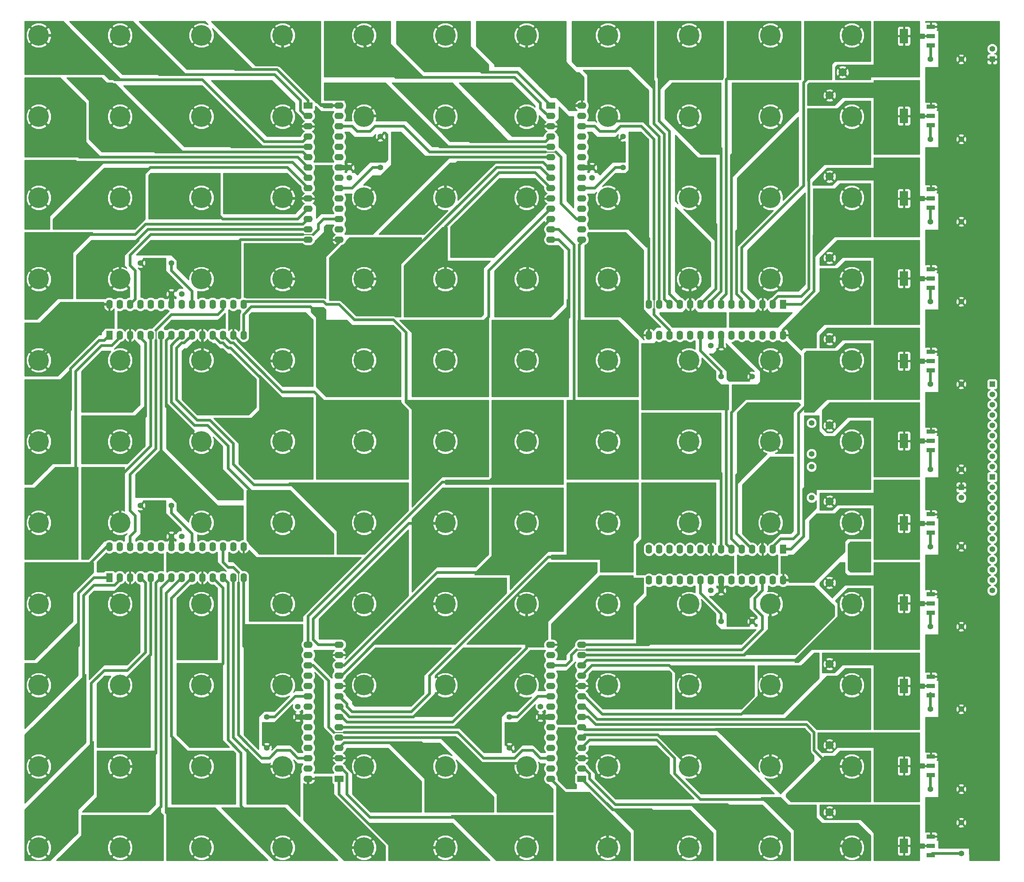
<source format=gtl>
G04 (created by PCBNEW-RS274X (2012-jan-04)-stable) date 2012-05-03T20:25:45 CEST*
G01*
G70*
G90*
%MOIN*%
G04 Gerber Fmt 3.4, Leading zero omitted, Abs format*
%FSLAX34Y34*%
G04 APERTURE LIST*
%ADD10C,0.006000*%
%ADD11R,0.055000X0.055000*%
%ADD12C,0.055000*%
%ADD13R,0.080000X0.144000*%
%ADD14R,0.080000X0.040000*%
%ADD15C,0.200000*%
%ADD16C,0.078700*%
%ADD17O,0.062000X0.090000*%
%ADD18R,0.062000X0.090000*%
%ADD19O,0.090000X0.062000*%
%ADD20R,0.090000X0.062000*%
%ADD21C,0.050000*%
%ADD22C,0.025000*%
%ADD23C,0.050000*%
%ADD24C,0.010000*%
G04 APERTURE END LIST*
G54D10*
G54D11*
X111500Y-45500D03*
G54D12*
X111500Y-46500D03*
X111500Y-47500D03*
X111500Y-48500D03*
X111500Y-49500D03*
X111500Y-50500D03*
X111500Y-51500D03*
X111500Y-52500D03*
X111500Y-53500D03*
G54D11*
X111500Y-14000D03*
G54D12*
X111500Y-13000D03*
G54D11*
X111500Y-54500D03*
G54D12*
X111500Y-55500D03*
X111500Y-56500D03*
X111500Y-57500D03*
X111500Y-58500D03*
X111500Y-59500D03*
X111500Y-60500D03*
X111500Y-61500D03*
X111500Y-62500D03*
X111500Y-63500D03*
X111500Y-64500D03*
X111500Y-65500D03*
X108500Y-45500D03*
X105500Y-45500D03*
X108500Y-53750D03*
X105500Y-53750D03*
X108500Y-29750D03*
X105500Y-29750D03*
X108500Y-37500D03*
X105500Y-37500D03*
X108500Y-14000D03*
X105500Y-14000D03*
X108500Y-61250D03*
X105500Y-61250D03*
X108500Y-69000D03*
X105500Y-69000D03*
X108500Y-77000D03*
X105500Y-77000D03*
X108500Y-84750D03*
X105500Y-84750D03*
X108500Y-88000D03*
X108500Y-91000D03*
X108500Y-21750D03*
X105500Y-21750D03*
X88250Y-44750D03*
X85250Y-44750D03*
X75750Y-21500D03*
X75750Y-24500D03*
X52250Y-21500D03*
X52250Y-24500D03*
X29000Y-33750D03*
X32000Y-33750D03*
X29000Y-57250D03*
X32000Y-57250D03*
X41250Y-80750D03*
X41250Y-77750D03*
X64750Y-80750D03*
X64750Y-77750D03*
X88250Y-68500D03*
X85250Y-68500D03*
X94000Y-53500D03*
X94000Y-56500D03*
X94000Y-49250D03*
X94000Y-52250D03*
X84250Y-41750D03*
X85250Y-41750D03*
X84250Y-65500D03*
X85250Y-65500D03*
X67750Y-76750D03*
X67750Y-77750D03*
X44250Y-76750D03*
X44250Y-77750D03*
X33000Y-60250D03*
X32000Y-60250D03*
X33000Y-36750D03*
X32000Y-36750D03*
X49250Y-25500D03*
X49250Y-24500D03*
X72750Y-25500D03*
X72750Y-24500D03*
G54D13*
X102950Y-11750D03*
G54D14*
X105550Y-11750D03*
X105550Y-10850D03*
X105550Y-12650D03*
G54D13*
X102950Y-19500D03*
G54D14*
X105550Y-19500D03*
X105550Y-18600D03*
X105550Y-20400D03*
G54D13*
X102950Y-27500D03*
G54D14*
X105550Y-27500D03*
X105550Y-26600D03*
X105550Y-28400D03*
G54D13*
X102950Y-35250D03*
G54D14*
X105550Y-35250D03*
X105550Y-34350D03*
X105550Y-36150D03*
G54D13*
X102950Y-43250D03*
G54D14*
X105550Y-43250D03*
X105550Y-42350D03*
X105550Y-44150D03*
G54D13*
X102950Y-51000D03*
G54D14*
X105550Y-51000D03*
X105550Y-50100D03*
X105550Y-51900D03*
G54D13*
X102950Y-59000D03*
G54D14*
X105550Y-59000D03*
X105550Y-58100D03*
X105550Y-59900D03*
G54D13*
X102950Y-66750D03*
G54D14*
X105550Y-66750D03*
X105550Y-65850D03*
X105550Y-67650D03*
G54D13*
X102950Y-74750D03*
G54D14*
X105550Y-74750D03*
X105550Y-73850D03*
X105550Y-75650D03*
G54D13*
X102950Y-82500D03*
G54D14*
X105550Y-82500D03*
X105550Y-81600D03*
X105550Y-83400D03*
G54D13*
X102950Y-90250D03*
G54D14*
X105550Y-90250D03*
X105550Y-89350D03*
X105550Y-91150D03*
G54D15*
X58531Y-11686D03*
X19161Y-11686D03*
X27035Y-11686D03*
X34909Y-11686D03*
X42783Y-11686D03*
X50657Y-11686D03*
X66405Y-11686D03*
X74279Y-11686D03*
X82153Y-11686D03*
X90027Y-11686D03*
X97901Y-11686D03*
X58531Y-19560D03*
X19161Y-19560D03*
X27035Y-19560D03*
X34909Y-19560D03*
X42783Y-19560D03*
X50657Y-19560D03*
X66405Y-19560D03*
X74279Y-19560D03*
X82153Y-19560D03*
X90027Y-19560D03*
X97901Y-19560D03*
X58531Y-27434D03*
X19161Y-27434D03*
X27035Y-27434D03*
X34909Y-27434D03*
X42783Y-27434D03*
X50657Y-27434D03*
X66405Y-27434D03*
X74279Y-27434D03*
X82153Y-27434D03*
X90027Y-27434D03*
X97901Y-27434D03*
X58531Y-35308D03*
X19161Y-35308D03*
X27035Y-35308D03*
X34909Y-35308D03*
X42783Y-35308D03*
X50657Y-35308D03*
X66405Y-35308D03*
X74279Y-35308D03*
X82153Y-35308D03*
X90027Y-35308D03*
X97901Y-35308D03*
X58531Y-43182D03*
X19161Y-43182D03*
X27035Y-43182D03*
X34909Y-43182D03*
X42783Y-43182D03*
X50657Y-43182D03*
X66405Y-43182D03*
X74279Y-43182D03*
X82153Y-43182D03*
X90027Y-43182D03*
X97901Y-43182D03*
X58531Y-51056D03*
X19161Y-51056D03*
X27035Y-51056D03*
X34909Y-51056D03*
X42783Y-51056D03*
X50657Y-51056D03*
X66405Y-51056D03*
X74279Y-51056D03*
X82153Y-51056D03*
X90027Y-51056D03*
X97901Y-51056D03*
X58531Y-58930D03*
X19161Y-58930D03*
X27035Y-58930D03*
X34909Y-58930D03*
X42783Y-58930D03*
X50657Y-58930D03*
X66405Y-58930D03*
X74279Y-58930D03*
X82153Y-58930D03*
X90027Y-58930D03*
X97901Y-58930D03*
X58531Y-66804D03*
X19161Y-66804D03*
X27035Y-66804D03*
X34909Y-66804D03*
X42783Y-66804D03*
X50657Y-66804D03*
X66405Y-66804D03*
X74279Y-66804D03*
X82153Y-66804D03*
X90027Y-66804D03*
X97901Y-66804D03*
X58531Y-74678D03*
X19161Y-74678D03*
X27035Y-74678D03*
X34909Y-74678D03*
X42783Y-74678D03*
X50657Y-74678D03*
X66405Y-74678D03*
X74279Y-74678D03*
X82153Y-74678D03*
X90027Y-74678D03*
X97901Y-74678D03*
X58531Y-82552D03*
X19161Y-82552D03*
X27035Y-82552D03*
X34909Y-82552D03*
X42783Y-82552D03*
X50657Y-82552D03*
X66405Y-82552D03*
X74279Y-82552D03*
X82153Y-82552D03*
X90027Y-82552D03*
X97901Y-82552D03*
X58531Y-90426D03*
X19161Y-90426D03*
X27035Y-90426D03*
X34909Y-90426D03*
X42783Y-90426D03*
X50657Y-90426D03*
X66405Y-90426D03*
X74279Y-90426D03*
X82153Y-90426D03*
X90027Y-90426D03*
X97901Y-90426D03*
G54D16*
X95750Y-49500D03*
X97000Y-15250D03*
X95750Y-17504D03*
X95750Y-25378D03*
X95750Y-33252D03*
X95750Y-41126D03*
X95750Y-56874D03*
X95750Y-64748D03*
X95750Y-72622D03*
X95750Y-80496D03*
X95750Y-87000D03*
G54D17*
X90250Y-37750D03*
X89250Y-37750D03*
X88250Y-37750D03*
X87250Y-37750D03*
X86250Y-37750D03*
X85250Y-37750D03*
X84250Y-37750D03*
X83250Y-37750D03*
X82250Y-37750D03*
X81250Y-37750D03*
X80250Y-37750D03*
X79250Y-37750D03*
X78250Y-37750D03*
G54D18*
X91250Y-37750D03*
G54D17*
X78250Y-40750D03*
X79250Y-40750D03*
X80250Y-40750D03*
X81250Y-40750D03*
X82250Y-40750D03*
X83250Y-40750D03*
X84250Y-40750D03*
X85250Y-40750D03*
X86250Y-40750D03*
X87250Y-40750D03*
X88250Y-40750D03*
X89250Y-40750D03*
X90250Y-40750D03*
X91250Y-40750D03*
G54D19*
X68750Y-19500D03*
X68750Y-20500D03*
X68750Y-21500D03*
X68750Y-22500D03*
X68750Y-23500D03*
X68750Y-24500D03*
X68750Y-25500D03*
X68750Y-26500D03*
X68750Y-27500D03*
X68750Y-28500D03*
X68750Y-29500D03*
X68750Y-30500D03*
X68750Y-31500D03*
G54D20*
X68750Y-18500D03*
G54D19*
X71750Y-31500D03*
X71750Y-30500D03*
X71750Y-29500D03*
X71750Y-28500D03*
X71750Y-27500D03*
X71750Y-26500D03*
X71750Y-25500D03*
X71750Y-24500D03*
X71750Y-23500D03*
X71750Y-22500D03*
X71750Y-21500D03*
X71750Y-20500D03*
X71750Y-19500D03*
X71750Y-18500D03*
X45250Y-19500D03*
X45250Y-20500D03*
X45250Y-21500D03*
X45250Y-22500D03*
X45250Y-23500D03*
X45250Y-24500D03*
X45250Y-25500D03*
X45250Y-26500D03*
X45250Y-27500D03*
X45250Y-28500D03*
X45250Y-29500D03*
X45250Y-30500D03*
X45250Y-31500D03*
G54D20*
X45250Y-18500D03*
G54D19*
X48250Y-31500D03*
X48250Y-30500D03*
X48250Y-29500D03*
X48250Y-28500D03*
X48250Y-27500D03*
X48250Y-26500D03*
X48250Y-25500D03*
X48250Y-24500D03*
X48250Y-23500D03*
X48250Y-22500D03*
X48250Y-21500D03*
X48250Y-20500D03*
X48250Y-19500D03*
X48250Y-18500D03*
G54D17*
X27000Y-40750D03*
X28000Y-40750D03*
X29000Y-40750D03*
X30000Y-40750D03*
X31000Y-40750D03*
X32000Y-40750D03*
X33000Y-40750D03*
X34000Y-40750D03*
X35000Y-40750D03*
X36000Y-40750D03*
X37000Y-40750D03*
X38000Y-40750D03*
X39000Y-40750D03*
G54D18*
X26000Y-40750D03*
G54D17*
X39000Y-37750D03*
X38000Y-37750D03*
X37000Y-37750D03*
X36000Y-37750D03*
X35000Y-37750D03*
X34000Y-37750D03*
X33000Y-37750D03*
X32000Y-37750D03*
X31000Y-37750D03*
X30000Y-37750D03*
X29000Y-37750D03*
X28000Y-37750D03*
X27000Y-37750D03*
X26000Y-37750D03*
X27000Y-64250D03*
X28000Y-64250D03*
X29000Y-64250D03*
X30000Y-64250D03*
X31000Y-64250D03*
X32000Y-64250D03*
X33000Y-64250D03*
X34000Y-64250D03*
X35000Y-64250D03*
X36000Y-64250D03*
X37000Y-64250D03*
X38000Y-64250D03*
X39000Y-64250D03*
G54D18*
X26000Y-64250D03*
G54D17*
X39000Y-61250D03*
X38000Y-61250D03*
X37000Y-61250D03*
X36000Y-61250D03*
X35000Y-61250D03*
X34000Y-61250D03*
X33000Y-61250D03*
X32000Y-61250D03*
X31000Y-61250D03*
X30000Y-61250D03*
X29000Y-61250D03*
X28000Y-61250D03*
X27000Y-61250D03*
X26000Y-61250D03*
G54D19*
X48250Y-82750D03*
X48250Y-81750D03*
X48250Y-80750D03*
X48250Y-79750D03*
X48250Y-78750D03*
X48250Y-77750D03*
X48250Y-76750D03*
X48250Y-75750D03*
X48250Y-74750D03*
X48250Y-73750D03*
X48250Y-72750D03*
X48250Y-71750D03*
X48250Y-70750D03*
G54D20*
X48250Y-83750D03*
G54D19*
X45250Y-70750D03*
X45250Y-71750D03*
X45250Y-72750D03*
X45250Y-73750D03*
X45250Y-74750D03*
X45250Y-75750D03*
X45250Y-76750D03*
X45250Y-77750D03*
X45250Y-78750D03*
X45250Y-79750D03*
X45250Y-80750D03*
X45250Y-81750D03*
X45250Y-82750D03*
X45250Y-83750D03*
X71750Y-82750D03*
X71750Y-81750D03*
X71750Y-80750D03*
X71750Y-79750D03*
X71750Y-78750D03*
X71750Y-77750D03*
X71750Y-76750D03*
X71750Y-75750D03*
X71750Y-74750D03*
X71750Y-73750D03*
X71750Y-72750D03*
X71750Y-71750D03*
X71750Y-70750D03*
G54D20*
X71750Y-83750D03*
G54D19*
X68750Y-70750D03*
X68750Y-71750D03*
X68750Y-72750D03*
X68750Y-73750D03*
X68750Y-74750D03*
X68750Y-75750D03*
X68750Y-76750D03*
X68750Y-77750D03*
X68750Y-78750D03*
X68750Y-79750D03*
X68750Y-80750D03*
X68750Y-81750D03*
X68750Y-82750D03*
X68750Y-83750D03*
G54D17*
X90250Y-61500D03*
X89250Y-61500D03*
X88250Y-61500D03*
X87250Y-61500D03*
X86250Y-61500D03*
X85250Y-61500D03*
X84250Y-61500D03*
X83250Y-61500D03*
X82250Y-61500D03*
X81250Y-61500D03*
X80250Y-61500D03*
X79250Y-61500D03*
X78250Y-61500D03*
G54D18*
X91250Y-61500D03*
G54D17*
X78250Y-64500D03*
X79250Y-64500D03*
X80250Y-64500D03*
X81250Y-64500D03*
X82250Y-64500D03*
X83250Y-64500D03*
X84250Y-64500D03*
X85250Y-64500D03*
X86250Y-64500D03*
X87250Y-64500D03*
X88250Y-64500D03*
X89250Y-64500D03*
X90250Y-64500D03*
X91250Y-64500D03*
G54D11*
X108500Y-55500D03*
G54D12*
X108500Y-56500D03*
G54D21*
X99250Y-63250D03*
X98000Y-61250D03*
X98000Y-63250D03*
X99250Y-61250D03*
G54D22*
X35000Y-16000D02*
X26500Y-16000D01*
X44750Y-22000D02*
X41000Y-22000D01*
X40500Y-21500D02*
X35000Y-16000D01*
X26500Y-16000D02*
X22186Y-11686D01*
X45250Y-21500D02*
X44750Y-22000D01*
X22186Y-11686D02*
X19161Y-11686D01*
X41000Y-22000D02*
X40500Y-21500D01*
X45000Y-19500D02*
X44500Y-19000D01*
X44500Y-18000D02*
X42000Y-15500D01*
X45250Y-19500D02*
X45000Y-19500D01*
X30849Y-15500D02*
X30349Y-15000D01*
X44500Y-19000D02*
X44500Y-18000D01*
X42000Y-15500D02*
X30849Y-15500D01*
X30349Y-15000D02*
X27035Y-11686D01*
X93250Y-16337D02*
X93250Y-16250D01*
X87250Y-32250D02*
X93250Y-26250D01*
X93250Y-16250D02*
X94000Y-15500D01*
X87250Y-36500D02*
X87250Y-32250D01*
X88250Y-37500D02*
X87250Y-36500D01*
X93250Y-26250D02*
X93250Y-16337D01*
X88250Y-37750D02*
X88250Y-37500D01*
X38223Y-15000D02*
X34909Y-11686D01*
X45250Y-18500D02*
X45250Y-18000D01*
X42250Y-15000D02*
X38223Y-15000D01*
X45250Y-18000D02*
X42250Y-15000D01*
X42783Y-14783D02*
X42783Y-11686D01*
X46500Y-18500D02*
X42783Y-14783D01*
X48250Y-18500D02*
X46500Y-18500D01*
X68500Y-19500D02*
X67750Y-18750D01*
X67750Y-18750D02*
X67750Y-18250D01*
X67750Y-18250D02*
X65250Y-15750D01*
X50750Y-12750D02*
X50750Y-11779D01*
X51750Y-13750D02*
X50750Y-12750D01*
X53750Y-15750D02*
X51750Y-13750D01*
X68750Y-19500D02*
X68500Y-19500D01*
X50750Y-11779D02*
X50657Y-11686D01*
X65250Y-15750D02*
X53750Y-15750D01*
X62095Y-15250D02*
X58531Y-11686D01*
X68750Y-18500D02*
X65500Y-15250D01*
X65500Y-15250D02*
X62095Y-15250D01*
X66405Y-14405D02*
X66405Y-11686D01*
X71750Y-18500D02*
X70500Y-18500D01*
X70500Y-18500D02*
X66405Y-14405D01*
X78750Y-16157D02*
X74279Y-11686D01*
X80250Y-37750D02*
X79750Y-37250D01*
X78750Y-20250D02*
X78750Y-16157D01*
X79750Y-21250D02*
X78750Y-20250D01*
X79750Y-37250D02*
X79750Y-21250D01*
X82153Y-11686D02*
X82064Y-11686D01*
X79250Y-14500D02*
X79250Y-20000D01*
X82064Y-11686D02*
X79250Y-14500D01*
X79250Y-20000D02*
X80250Y-21000D01*
X80250Y-21000D02*
X80250Y-36750D01*
X80250Y-36750D02*
X81250Y-37750D01*
X85250Y-37250D02*
X85750Y-36750D01*
X85750Y-36750D02*
X85750Y-15963D01*
X85750Y-15963D02*
X90027Y-11686D01*
X85250Y-37750D02*
X85250Y-37250D01*
X45250Y-24500D02*
X44250Y-23500D01*
X44250Y-23500D02*
X23101Y-23500D01*
X23101Y-23500D02*
X19161Y-19560D01*
X30475Y-23000D02*
X27035Y-19560D01*
X45250Y-23500D02*
X44750Y-23000D01*
X44750Y-23000D02*
X30475Y-23000D01*
X93250Y-36750D02*
X93750Y-36250D01*
X90250Y-37500D02*
X90750Y-37000D01*
X93750Y-36250D02*
X93750Y-23711D01*
X90750Y-37000D02*
X93000Y-37000D01*
X93000Y-37000D02*
X93250Y-36750D01*
X93750Y-23711D02*
X97901Y-19560D01*
X90250Y-37750D02*
X90250Y-37500D01*
X37849Y-22500D02*
X34909Y-19560D01*
X45250Y-22500D02*
X37849Y-22500D01*
X43723Y-20500D02*
X42783Y-19560D01*
X45250Y-20500D02*
X43723Y-20500D01*
X53250Y-19500D02*
X50717Y-19500D01*
X50717Y-19500D02*
X50657Y-19560D01*
X55000Y-19500D02*
X53250Y-19500D01*
X68750Y-22500D02*
X58000Y-22500D01*
X58000Y-22500D02*
X55000Y-19500D01*
X68250Y-22000D02*
X60971Y-22000D01*
X60971Y-22000D02*
X58531Y-19560D01*
X68750Y-21500D02*
X68250Y-22000D01*
X68750Y-20500D02*
X67345Y-20500D01*
X67345Y-20500D02*
X66405Y-19560D01*
X77750Y-20000D02*
X74719Y-20000D01*
X79250Y-21500D02*
X77750Y-20000D01*
X74719Y-20000D02*
X74279Y-19560D01*
X79250Y-37750D02*
X79250Y-21500D01*
X85250Y-22657D02*
X82153Y-19560D01*
X84250Y-37750D02*
X84250Y-37500D01*
X85250Y-36500D02*
X85250Y-22657D01*
X84250Y-37500D02*
X85250Y-36500D01*
X86250Y-23337D02*
X90027Y-19560D01*
X86250Y-37750D02*
X86250Y-23337D01*
X43750Y-24000D02*
X22595Y-24000D01*
X45250Y-25500D02*
X43750Y-24000D01*
X22595Y-24000D02*
X19161Y-27434D01*
X45250Y-26500D02*
X43250Y-24500D01*
X29969Y-24500D02*
X27035Y-27434D01*
X43250Y-24500D02*
X29969Y-24500D01*
X91250Y-37750D02*
X93000Y-37750D01*
X94250Y-31085D02*
X97901Y-27434D01*
X94250Y-36500D02*
X94250Y-31085D01*
X93000Y-37750D02*
X94250Y-36500D01*
X36975Y-29500D02*
X34909Y-27434D01*
X44250Y-29500D02*
X36975Y-29500D01*
X45250Y-28500D02*
X44250Y-29500D01*
X45250Y-27500D02*
X42849Y-27500D01*
X42849Y-27500D02*
X42783Y-27434D01*
X68750Y-23500D02*
X54591Y-23500D01*
X54591Y-23500D02*
X50657Y-27434D01*
X68000Y-24000D02*
X59750Y-24000D01*
X68500Y-24500D02*
X68000Y-24000D01*
X59750Y-24000D02*
X58531Y-25219D01*
X68750Y-24500D02*
X68500Y-24500D01*
X58531Y-25219D02*
X58531Y-27434D01*
X78250Y-31405D02*
X74279Y-27434D01*
X78250Y-37750D02*
X78250Y-31405D01*
X83250Y-37750D02*
X84750Y-36250D01*
X84750Y-36250D02*
X84750Y-30031D01*
X84750Y-30031D02*
X82153Y-27434D01*
X86750Y-36750D02*
X86750Y-30711D01*
X86750Y-30711D02*
X90027Y-27434D01*
X87250Y-37250D02*
X86750Y-36750D01*
X87250Y-37750D02*
X87250Y-37250D01*
X44750Y-30000D02*
X29500Y-30000D01*
X23469Y-31000D02*
X19161Y-35308D01*
X29500Y-30000D02*
X28500Y-31000D01*
X28500Y-31000D02*
X23469Y-31000D01*
X45250Y-29500D02*
X44750Y-30000D01*
X27035Y-33215D02*
X27035Y-35308D01*
X29750Y-30500D02*
X27035Y-33215D01*
X45250Y-30500D02*
X29750Y-30500D01*
X91250Y-40750D02*
X91250Y-40250D01*
X96192Y-35308D02*
X97901Y-35308D01*
X91250Y-40250D02*
X96192Y-35308D01*
X38717Y-31500D02*
X34909Y-35308D01*
X45250Y-31500D02*
X38717Y-31500D01*
X48250Y-31750D02*
X44692Y-35308D01*
X44692Y-35308D02*
X42783Y-35308D01*
X48250Y-31500D02*
X48250Y-31750D01*
X67750Y-24500D02*
X63500Y-24500D01*
X68750Y-25500D02*
X67750Y-24500D01*
X52692Y-35308D02*
X50657Y-35308D01*
X63500Y-24500D02*
X52692Y-35308D01*
X68750Y-26500D02*
X67250Y-25000D01*
X58531Y-30219D02*
X58531Y-35308D01*
X63750Y-25000D02*
X58531Y-30219D01*
X67250Y-25000D02*
X63750Y-25000D01*
X66500Y-35213D02*
X66405Y-35308D01*
X68750Y-29500D02*
X66500Y-31750D01*
X66500Y-31750D02*
X66500Y-35213D01*
X78250Y-40750D02*
X78250Y-39279D01*
X78250Y-39279D02*
X74279Y-35308D01*
X82250Y-35405D02*
X82153Y-35308D01*
X82250Y-37750D02*
X82250Y-35405D01*
X24250Y-37750D02*
X19161Y-42839D01*
X19161Y-42839D02*
X19161Y-43182D01*
X26000Y-37750D02*
X24250Y-37750D01*
X28000Y-42217D02*
X27035Y-43182D01*
X28000Y-40750D02*
X28000Y-42217D01*
X92750Y-60000D02*
X92750Y-48333D01*
X91000Y-60500D02*
X92250Y-60500D01*
X90250Y-61250D02*
X91000Y-60500D01*
X90250Y-61500D02*
X90250Y-61250D01*
X92750Y-48333D02*
X97901Y-43182D01*
X92250Y-60500D02*
X92750Y-60000D01*
X35000Y-40750D02*
X35000Y-43091D01*
X35000Y-43091D02*
X34909Y-43182D01*
X40250Y-43000D02*
X40500Y-43250D01*
X40500Y-43250D02*
X42715Y-43250D01*
X38000Y-40750D02*
X40250Y-43000D01*
X42715Y-43250D02*
X42783Y-43182D01*
X39750Y-38000D02*
X45475Y-38000D01*
X39000Y-40750D02*
X39000Y-38750D01*
X39000Y-38750D02*
X39750Y-38000D01*
X45475Y-38000D02*
X50657Y-43182D01*
X62750Y-34500D02*
X62750Y-38963D01*
X62750Y-38963D02*
X58531Y-43182D01*
X68750Y-28500D02*
X62750Y-34500D01*
X69500Y-31500D02*
X70000Y-32000D01*
X70500Y-32500D02*
X70500Y-39000D01*
X70500Y-39000D02*
X70000Y-39500D01*
X70000Y-39500D02*
X70000Y-39587D01*
X70000Y-32000D02*
X70500Y-32500D01*
X68750Y-31500D02*
X69500Y-31500D01*
X70000Y-39587D02*
X66405Y-43182D01*
X71750Y-31750D02*
X71500Y-32000D01*
X71500Y-32000D02*
X71500Y-40403D01*
X71500Y-40403D02*
X74279Y-43182D01*
X71750Y-31500D02*
X71750Y-31750D01*
X85750Y-61000D02*
X85750Y-46779D01*
X86250Y-61500D02*
X85750Y-61000D01*
X85750Y-46779D02*
X82153Y-43182D01*
X86250Y-60500D02*
X86250Y-48250D01*
X87250Y-61500D02*
X86250Y-60500D01*
X86250Y-48250D02*
X90027Y-44473D01*
X90027Y-44473D02*
X90027Y-43182D01*
X22250Y-44000D02*
X22250Y-47967D01*
X22250Y-47967D02*
X19161Y-51056D01*
X25500Y-41250D02*
X25000Y-41250D01*
X25000Y-41250D02*
X22250Y-44000D01*
X26000Y-40750D02*
X25500Y-41250D01*
X29500Y-41500D02*
X29500Y-48591D01*
X29000Y-40750D02*
X29000Y-41000D01*
X29500Y-48591D02*
X27035Y-51056D01*
X29000Y-41000D02*
X29500Y-41500D01*
X93250Y-55707D02*
X97901Y-51056D01*
X91250Y-61500D02*
X92000Y-61500D01*
X92000Y-61500D02*
X93250Y-60250D01*
X93250Y-60250D02*
X93250Y-55707D01*
X31500Y-41250D02*
X31500Y-47647D01*
X32000Y-40750D02*
X31500Y-41250D01*
X31500Y-47647D02*
X34909Y-51056D01*
X40750Y-49023D02*
X42783Y-51056D01*
X37250Y-41750D02*
X37500Y-42000D01*
X37000Y-41500D02*
X37250Y-41750D01*
X36750Y-41500D02*
X37000Y-41500D01*
X37750Y-42000D02*
X40750Y-45000D01*
X36000Y-40750D02*
X36750Y-41500D01*
X40750Y-45000D02*
X40750Y-49023D01*
X37500Y-42000D02*
X37750Y-42000D01*
X37750Y-41500D02*
X38000Y-41500D01*
X45851Y-46250D02*
X50657Y-51056D01*
X42750Y-46250D02*
X45851Y-46250D01*
X38000Y-41500D02*
X42750Y-46250D01*
X37000Y-40750D02*
X37750Y-41500D01*
X49750Y-39250D02*
X53500Y-39250D01*
X47000Y-37750D02*
X48250Y-37750D01*
X39000Y-37750D02*
X39250Y-37500D01*
X53500Y-39250D02*
X54750Y-40500D01*
X46750Y-37500D02*
X47000Y-37750D01*
X48250Y-37750D02*
X49750Y-39250D01*
X54750Y-40500D02*
X54750Y-47275D01*
X54750Y-47275D02*
X58531Y-51056D01*
X39250Y-37500D02*
X46750Y-37500D01*
X62750Y-55000D02*
X65250Y-52500D01*
X58250Y-55000D02*
X62750Y-55000D01*
X45250Y-70750D02*
X45250Y-68000D01*
X45250Y-68000D02*
X58250Y-55000D01*
X68750Y-30500D02*
X69500Y-30500D01*
X71000Y-47777D02*
X74279Y-51056D01*
X69500Y-30500D02*
X70500Y-31500D01*
X69500Y-30500D02*
X70500Y-31500D01*
X70500Y-31500D02*
X71000Y-32000D01*
X71000Y-32000D02*
X71000Y-44000D01*
X71000Y-44000D02*
X71000Y-47777D01*
X85250Y-61500D02*
X85250Y-54153D01*
X85250Y-54153D02*
X82153Y-51056D01*
X88250Y-61500D02*
X86750Y-60000D01*
X86750Y-54333D02*
X90027Y-51056D01*
X86750Y-60000D02*
X86750Y-54333D01*
X26250Y-41750D02*
X25250Y-41750D01*
X22750Y-55341D02*
X19161Y-58930D01*
X22750Y-44250D02*
X22750Y-55250D01*
X27000Y-40750D02*
X27000Y-41000D01*
X27000Y-41000D02*
X26250Y-41750D01*
X25250Y-41750D02*
X22750Y-44250D01*
X22750Y-55250D02*
X22750Y-55341D01*
X27035Y-54465D02*
X27035Y-58930D01*
X30000Y-50250D02*
X30000Y-51500D01*
X30000Y-40750D02*
X30000Y-50250D01*
X30000Y-51500D02*
X27035Y-54465D01*
X91250Y-64500D02*
X92331Y-64500D01*
X92331Y-64500D02*
X97901Y-58930D01*
X31000Y-54250D02*
X31000Y-55021D01*
X31000Y-40750D02*
X31000Y-54250D01*
X31000Y-55021D02*
X34909Y-58930D01*
X32250Y-41500D02*
X32000Y-41750D01*
X35500Y-49500D02*
X37500Y-51500D01*
X32000Y-47250D02*
X34250Y-49500D01*
X37500Y-53647D02*
X42783Y-58930D01*
X37500Y-51500D02*
X37500Y-53647D01*
X32000Y-41750D02*
X32000Y-47250D01*
X34250Y-49500D02*
X35500Y-49500D01*
X33000Y-40750D02*
X32250Y-41500D01*
X38000Y-53250D02*
X40000Y-55250D01*
X32500Y-42000D02*
X32500Y-47000D01*
X46977Y-55250D02*
X50657Y-58930D01*
X33250Y-41500D02*
X33000Y-41500D01*
X35750Y-49000D02*
X38000Y-51250D01*
X34000Y-40750D02*
X33250Y-41500D01*
X38000Y-51250D02*
X38000Y-53250D01*
X34500Y-49000D02*
X35750Y-49000D01*
X40000Y-55250D02*
X46977Y-55250D01*
X33000Y-41500D02*
X32500Y-42000D01*
X32500Y-47000D02*
X34500Y-49000D01*
X48250Y-65750D02*
X55000Y-59000D01*
X58461Y-59000D02*
X58531Y-58930D01*
X45750Y-68250D02*
X48250Y-65750D01*
X46250Y-70750D02*
X45750Y-70250D01*
X45750Y-70250D02*
X45750Y-68250D01*
X48250Y-70750D02*
X46250Y-70750D01*
X55000Y-59000D02*
X58461Y-59000D01*
X48250Y-72750D02*
X48750Y-72750D01*
X61500Y-63750D02*
X61585Y-63750D01*
X61585Y-63750D02*
X66405Y-58930D01*
X57750Y-63750D02*
X61500Y-63750D01*
X48750Y-72750D02*
X57750Y-63750D01*
X49500Y-77250D02*
X55250Y-77250D01*
X48250Y-75750D02*
X49000Y-76500D01*
X57000Y-75500D02*
X57000Y-73750D01*
X55250Y-77250D02*
X57000Y-75500D01*
X68500Y-62250D02*
X70959Y-62250D01*
X70959Y-62250D02*
X74279Y-58930D01*
X49000Y-76500D02*
X49000Y-76750D01*
X57000Y-73750D02*
X68500Y-62250D01*
X49000Y-76750D02*
X49500Y-77250D01*
X84250Y-61027D02*
X82153Y-58930D01*
X84250Y-61500D02*
X84250Y-61027D01*
X89250Y-61500D02*
X89250Y-59707D01*
X89250Y-59707D02*
X90027Y-58930D01*
X26000Y-61250D02*
X25750Y-61250D01*
X24000Y-63000D02*
X22965Y-63000D01*
X22965Y-63000D02*
X19161Y-66804D01*
X25750Y-61250D02*
X24000Y-63000D01*
X72250Y-72250D02*
X92455Y-72250D01*
X71750Y-72750D02*
X72250Y-72250D01*
X92455Y-72250D02*
X97901Y-66804D01*
X55446Y-66804D02*
X58531Y-66804D01*
X48250Y-73750D02*
X48500Y-73750D01*
X48500Y-73750D02*
X55446Y-66804D01*
X49000Y-78250D02*
X59250Y-78250D01*
X59250Y-78250D02*
X66405Y-71095D01*
X66405Y-71095D02*
X66405Y-66804D01*
X48250Y-77750D02*
X48500Y-77750D01*
X48500Y-77750D02*
X49000Y-78250D01*
X78207Y-70750D02*
X82153Y-66804D01*
X71750Y-70750D02*
X78207Y-70750D01*
X71750Y-71750D02*
X87500Y-71750D01*
X87500Y-71750D02*
X90027Y-69223D01*
X90027Y-69223D02*
X90027Y-66804D01*
X24500Y-64250D02*
X23000Y-65750D01*
X23000Y-65750D02*
X23000Y-70839D01*
X23000Y-70839D02*
X19161Y-74678D01*
X26000Y-64250D02*
X24500Y-64250D01*
X30000Y-71713D02*
X27035Y-74678D01*
X30000Y-64250D02*
X30000Y-71713D01*
X72000Y-76750D02*
X73250Y-78000D01*
X73250Y-78000D02*
X94579Y-78000D01*
X94579Y-78000D02*
X97901Y-74678D01*
X71750Y-76750D02*
X72000Y-76750D01*
X36000Y-64250D02*
X37000Y-65250D01*
X37000Y-72587D02*
X34909Y-74678D01*
X37000Y-65250D02*
X37000Y-72587D01*
X39000Y-64250D02*
X39000Y-70895D01*
X39000Y-70895D02*
X42783Y-74678D01*
X55459Y-77750D02*
X58531Y-74678D01*
X48250Y-76750D02*
X49000Y-77500D01*
X49250Y-77750D02*
X55459Y-77750D01*
X49000Y-77500D02*
X49250Y-77750D01*
X62333Y-78750D02*
X66405Y-74678D01*
X60000Y-78750D02*
X62333Y-78750D01*
X48250Y-78750D02*
X60000Y-78750D01*
X80225Y-72750D02*
X82153Y-74678D01*
X72750Y-72750D02*
X80225Y-72750D01*
X71750Y-73750D02*
X72750Y-72750D01*
X73750Y-77500D02*
X87205Y-77500D01*
X72000Y-75750D02*
X73750Y-77500D01*
X71750Y-75750D02*
X72000Y-75750D01*
X87205Y-77500D02*
X90027Y-74678D01*
X27000Y-64500D02*
X26500Y-65000D01*
X26500Y-65000D02*
X24500Y-65000D01*
X24500Y-65000D02*
X23500Y-66000D01*
X27000Y-64250D02*
X27000Y-64500D01*
X23500Y-66000D02*
X23500Y-78213D01*
X23500Y-78213D02*
X19161Y-82552D01*
X29198Y-82552D02*
X27035Y-82552D01*
X31000Y-64250D02*
X30500Y-64750D01*
X30500Y-64750D02*
X30500Y-81250D01*
X30500Y-81250D02*
X29198Y-82552D01*
X72372Y-77750D02*
X73122Y-78500D01*
X93000Y-78500D02*
X93500Y-78500D01*
X73122Y-78500D02*
X93000Y-78500D01*
X94250Y-81000D02*
X95802Y-82552D01*
X95802Y-82552D02*
X97901Y-82552D01*
X94250Y-79250D02*
X94250Y-81000D01*
X93500Y-78500D02*
X94250Y-79250D01*
X71750Y-77750D02*
X72372Y-77750D01*
X34000Y-64250D02*
X32000Y-66250D01*
X32000Y-79643D02*
X34909Y-82552D01*
X32000Y-66250D02*
X32000Y-79643D01*
X40802Y-82552D02*
X42783Y-82552D01*
X38000Y-64250D02*
X38000Y-79750D01*
X38000Y-79750D02*
X40802Y-82552D01*
X48750Y-80250D02*
X56229Y-80250D01*
X48250Y-80750D02*
X48750Y-80250D01*
X56229Y-80250D02*
X58531Y-82552D01*
X66103Y-82250D02*
X66405Y-82552D01*
X48250Y-79750D02*
X59500Y-79750D01*
X62000Y-82250D02*
X66103Y-82250D01*
X59500Y-79750D02*
X62000Y-82250D01*
X79101Y-79500D02*
X82153Y-82552D01*
X72000Y-79500D02*
X79101Y-79500D01*
X71750Y-79750D02*
X72000Y-79500D01*
X72000Y-79000D02*
X88500Y-79000D01*
X88500Y-79000D02*
X90027Y-80527D01*
X71750Y-78750D02*
X72000Y-79000D01*
X90027Y-80527D02*
X90027Y-82552D01*
X29500Y-71500D02*
X27750Y-73250D01*
X29000Y-64250D02*
X29500Y-64750D01*
X25500Y-73250D02*
X24250Y-74500D01*
X27750Y-73250D02*
X25500Y-73250D01*
X24250Y-85337D02*
X19161Y-90426D01*
X24250Y-74500D02*
X24250Y-85337D01*
X29500Y-64750D02*
X29500Y-71500D01*
X32000Y-64250D02*
X31000Y-65250D01*
X31000Y-86461D02*
X27035Y-90426D01*
X31000Y-65250D02*
X31000Y-86461D01*
X83250Y-85750D02*
X90750Y-85750D01*
X72500Y-80000D02*
X79000Y-80000D01*
X80750Y-83250D02*
X83250Y-85750D01*
X71750Y-80750D02*
X72500Y-80000D01*
X80750Y-81750D02*
X80750Y-83250D01*
X97725Y-90250D02*
X97901Y-90426D01*
X90750Y-85750D02*
X95250Y-90250D01*
X79000Y-80000D02*
X80750Y-81750D01*
X95250Y-90250D02*
X97725Y-90250D01*
X31500Y-87017D02*
X34909Y-90426D01*
X33000Y-64250D02*
X31500Y-65750D01*
X31500Y-65750D02*
X31500Y-87017D01*
X37000Y-64250D02*
X37500Y-64750D01*
X38750Y-86393D02*
X42783Y-90426D01*
X37500Y-80000D02*
X38750Y-81250D01*
X38750Y-81250D02*
X38750Y-86393D01*
X37500Y-64750D02*
X37500Y-80000D01*
X45250Y-87750D02*
X47926Y-90426D01*
X45250Y-83750D02*
X45250Y-87750D01*
X47926Y-90426D02*
X50657Y-90426D01*
X48250Y-85250D02*
X53426Y-90426D01*
X48250Y-83750D02*
X48250Y-85250D01*
X53426Y-90426D02*
X58531Y-90426D01*
X51250Y-87500D02*
X63479Y-87500D01*
X49000Y-83250D02*
X49000Y-85250D01*
X48250Y-82750D02*
X48500Y-82750D01*
X49000Y-85250D02*
X51250Y-87500D01*
X63479Y-87500D02*
X66405Y-90426D01*
X48500Y-82750D02*
X49000Y-83250D01*
X74250Y-89250D02*
X74250Y-90397D01*
X68750Y-83750D02*
X74250Y-89250D01*
X74250Y-90397D02*
X74279Y-90426D01*
X74750Y-86750D02*
X78477Y-86750D01*
X71750Y-83750D02*
X74250Y-86250D01*
X78477Y-86750D02*
X82153Y-90426D01*
X74250Y-86250D02*
X74750Y-86750D01*
X85851Y-86250D02*
X90027Y-90426D01*
X71750Y-82750D02*
X72000Y-82750D01*
X72500Y-83250D02*
X72500Y-83750D01*
X72000Y-82750D02*
X72500Y-83250D01*
X72500Y-83750D02*
X75000Y-86250D01*
X75000Y-86250D02*
X85851Y-86250D01*
X105550Y-13950D02*
X105500Y-14000D01*
X105550Y-12650D02*
X105550Y-13950D01*
X105500Y-20450D02*
X105550Y-20400D01*
X105500Y-21750D02*
X105500Y-20450D01*
X108500Y-91000D02*
X105700Y-91000D01*
X105700Y-91000D02*
X105550Y-91150D01*
X105500Y-28450D02*
X105550Y-28400D01*
X105500Y-29750D02*
X105500Y-28450D01*
X105500Y-36200D02*
X105550Y-36150D01*
X105500Y-37500D02*
X105500Y-36200D01*
X105500Y-45500D02*
X105500Y-44200D01*
X105500Y-44200D02*
X105550Y-44150D01*
X105500Y-53750D02*
X105500Y-51950D01*
X105500Y-51950D02*
X105550Y-51900D01*
X105500Y-61250D02*
X105500Y-59950D01*
X105500Y-59950D02*
X105550Y-59900D01*
X105500Y-67700D02*
X105550Y-67650D01*
X105500Y-69000D02*
X105500Y-67700D01*
X105550Y-75550D02*
X105550Y-75650D01*
X105500Y-75500D02*
X105550Y-75550D01*
X105500Y-77000D02*
X105500Y-75500D01*
X105500Y-84750D02*
X105500Y-83450D01*
X105500Y-83450D02*
X105550Y-83400D01*
G54D23*
X49250Y-24500D02*
X48250Y-24500D01*
X32000Y-60250D02*
X32000Y-61250D01*
X85250Y-65500D02*
X85250Y-64500D01*
X99250Y-61250D02*
X99250Y-63250D01*
X72750Y-24500D02*
X71750Y-24500D01*
X32000Y-36750D02*
X32000Y-37750D01*
X67750Y-77750D02*
X68750Y-77750D01*
X98000Y-61250D02*
X98000Y-63250D01*
X85250Y-41750D02*
X85250Y-40750D01*
X44250Y-77750D02*
X45250Y-77750D01*
G54D22*
X67500Y-75750D02*
X68750Y-75750D01*
X64750Y-77750D02*
X65500Y-77750D01*
X65500Y-77750D02*
X67500Y-75750D01*
X85250Y-68500D02*
X85250Y-67750D01*
X83250Y-65750D02*
X83250Y-64500D01*
X85250Y-67750D02*
X83250Y-65750D01*
X85250Y-44250D02*
X83250Y-42250D01*
X83250Y-42250D02*
X83250Y-40750D01*
X85250Y-44750D02*
X85250Y-44250D01*
X32000Y-57250D02*
X32000Y-58000D01*
X34000Y-60000D02*
X34000Y-61250D01*
X32000Y-58000D02*
X34000Y-60000D01*
X38000Y-63250D02*
X38500Y-63750D01*
X43500Y-81000D02*
X44250Y-81750D01*
X39750Y-80750D02*
X40750Y-81750D01*
X44250Y-81750D02*
X45250Y-81750D01*
X40750Y-81750D02*
X41500Y-81750D01*
X39750Y-80750D02*
X38500Y-79500D01*
X37000Y-62750D02*
X37500Y-63250D01*
X38500Y-79500D02*
X38500Y-79250D01*
G54D24*
X38500Y-63750D02*
X38500Y-64750D01*
G54D22*
X38500Y-64750D02*
X38500Y-79250D01*
X37500Y-63250D02*
X38000Y-63250D01*
X42250Y-81000D02*
X43500Y-81000D01*
X37000Y-61250D02*
X37000Y-62750D01*
X41500Y-81750D02*
X42250Y-81000D01*
X47250Y-78750D02*
X47750Y-79250D01*
X45750Y-72750D02*
X47250Y-74250D01*
X57750Y-79250D02*
X59750Y-79250D01*
G54D24*
X47750Y-79250D02*
X48750Y-79250D01*
G54D22*
X67000Y-81000D02*
X67750Y-81750D01*
X66000Y-81000D02*
X67000Y-81000D01*
X65250Y-81750D02*
X66000Y-81000D01*
X62250Y-81750D02*
X65250Y-81750D01*
X45250Y-72750D02*
X45750Y-72750D01*
X59750Y-79250D02*
X62250Y-81750D01*
X47250Y-74250D02*
X47250Y-78750D01*
X48750Y-79250D02*
X57750Y-79250D01*
X67750Y-81750D02*
X68750Y-81750D01*
X89250Y-65500D02*
X89250Y-64500D01*
X72250Y-71250D02*
X87250Y-71250D01*
X87250Y-71250D02*
X88500Y-70000D01*
X89250Y-69250D02*
X89250Y-68000D01*
X70750Y-71750D02*
X71250Y-71250D01*
X89250Y-68000D02*
X88500Y-67250D01*
X88500Y-70000D02*
X89250Y-69250D01*
X70250Y-72750D02*
X70750Y-72250D01*
G54D24*
X71250Y-71250D02*
X72250Y-71250D01*
G54D22*
X68750Y-72750D02*
X70250Y-72750D01*
X70750Y-72250D02*
X70750Y-71750D01*
X88500Y-66250D02*
X89250Y-65500D01*
X88500Y-67250D02*
X88500Y-66250D01*
X44000Y-75750D02*
X45250Y-75750D01*
X42000Y-77750D02*
X44000Y-75750D01*
X41250Y-77750D02*
X42000Y-77750D01*
X48250Y-20500D02*
X49500Y-20500D01*
X51250Y-21000D02*
X51750Y-20500D01*
X69250Y-23000D02*
X69750Y-23500D01*
X49500Y-20500D02*
X50000Y-21000D01*
X69750Y-23500D02*
X69750Y-28000D01*
X69750Y-28000D02*
X71250Y-29500D01*
X51750Y-20500D02*
X54500Y-20500D01*
X71250Y-29500D02*
X71750Y-29500D01*
G54D24*
X68250Y-23000D02*
X69250Y-23000D01*
G54D22*
X57000Y-23000D02*
X68250Y-23000D01*
X50000Y-21000D02*
X51250Y-21000D01*
X54500Y-20500D02*
X57000Y-23000D01*
X80250Y-40750D02*
X80250Y-40250D01*
X78750Y-21750D02*
X77500Y-20500D01*
X73000Y-20500D02*
X71750Y-20500D01*
X73500Y-21000D02*
X73000Y-20500D01*
X78750Y-38750D02*
X78750Y-38250D01*
X75000Y-21000D02*
X73500Y-21000D01*
X77500Y-20500D02*
X75500Y-20500D01*
G54D24*
X78750Y-38250D02*
X78750Y-37250D01*
G54D22*
X78750Y-36750D02*
X78750Y-21750D01*
X75500Y-20500D02*
X75000Y-21000D01*
X80250Y-40250D02*
X78750Y-38750D01*
X78750Y-37250D02*
X78750Y-36750D01*
X75750Y-24500D02*
X75000Y-24500D01*
X73000Y-26500D02*
X71750Y-26500D01*
X75000Y-24500D02*
X73000Y-26500D01*
X46250Y-30000D02*
X46250Y-30500D01*
X28500Y-34500D02*
X28500Y-37250D01*
G54D24*
X45750Y-31000D02*
X44750Y-31000D01*
G54D22*
X30000Y-31000D02*
X28750Y-32250D01*
X28750Y-32250D02*
X28000Y-33000D01*
X28500Y-37250D02*
X28000Y-37750D01*
X28000Y-33000D02*
X28000Y-34000D01*
X28000Y-34000D02*
X28500Y-34500D01*
X44750Y-31000D02*
X30000Y-31000D01*
X48250Y-29500D02*
X46750Y-29500D01*
X46250Y-30500D02*
X45750Y-31000D01*
X46750Y-29500D02*
X46250Y-30000D01*
G54D24*
X30500Y-40250D02*
X30500Y-41250D01*
G54D22*
X36500Y-38750D02*
X32000Y-38750D01*
X32000Y-38750D02*
X30500Y-40250D01*
X28000Y-54250D02*
X28000Y-57750D01*
X28500Y-58250D02*
X28500Y-59750D01*
X37000Y-38250D02*
X36500Y-38750D01*
X37000Y-37750D02*
X37000Y-38250D01*
X28000Y-57750D02*
X28500Y-58250D01*
X30500Y-41250D02*
X30500Y-51750D01*
X30500Y-51750D02*
X28000Y-54250D01*
X28000Y-60250D02*
X28000Y-61250D01*
X28500Y-59750D02*
X28000Y-60250D01*
X32000Y-34500D02*
X34000Y-36500D01*
X34000Y-36500D02*
X34000Y-37750D01*
X32000Y-33750D02*
X32000Y-34500D01*
X52250Y-24500D02*
X51500Y-24500D01*
X51500Y-24500D02*
X49500Y-26500D01*
X49500Y-26500D02*
X48250Y-26500D01*
G54D10*
G36*
X105600Y-11800D02*
X105500Y-11800D01*
X105450Y-11800D01*
X104962Y-11800D01*
X104900Y-11862D01*
X104900Y-11950D01*
X104450Y-11950D01*
X104450Y-15700D01*
X103600Y-15700D01*
X103600Y-11862D01*
X103600Y-11638D01*
X103599Y-10981D01*
X103561Y-10889D01*
X103491Y-10819D01*
X103400Y-10781D01*
X103301Y-10781D01*
X103062Y-10780D01*
X103000Y-10842D01*
X103000Y-11700D01*
X103538Y-11700D01*
X103600Y-11638D01*
X103600Y-11862D01*
X103538Y-11800D01*
X103000Y-11800D01*
X103000Y-12658D01*
X103062Y-12720D01*
X103301Y-12719D01*
X103400Y-12719D01*
X103491Y-12681D01*
X103561Y-12611D01*
X103599Y-12519D01*
X103600Y-11862D01*
X103600Y-15700D01*
X102900Y-15700D01*
X102900Y-12658D01*
X102900Y-11800D01*
X102900Y-11700D01*
X102900Y-10842D01*
X102838Y-10780D01*
X102599Y-10781D01*
X102500Y-10781D01*
X102409Y-10819D01*
X102339Y-10889D01*
X102301Y-10981D01*
X102300Y-11638D01*
X102362Y-11700D01*
X102900Y-11700D01*
X102900Y-11800D01*
X102362Y-11800D01*
X102300Y-11862D01*
X102301Y-12519D01*
X102339Y-12611D01*
X102409Y-12681D01*
X102500Y-12719D01*
X102599Y-12719D01*
X102838Y-12720D01*
X102900Y-12658D01*
X102900Y-15700D01*
X99700Y-15700D01*
X99700Y-15950D01*
X97635Y-15950D01*
X97635Y-15350D01*
X97625Y-15100D01*
X97548Y-14914D01*
X97444Y-14877D01*
X97373Y-14948D01*
X97373Y-14806D01*
X97336Y-14702D01*
X97100Y-14615D01*
X96850Y-14625D01*
X96664Y-14702D01*
X96627Y-14806D01*
X97000Y-15179D01*
X97373Y-14806D01*
X97373Y-14948D01*
X97071Y-15250D01*
X97444Y-15623D01*
X97548Y-15586D01*
X97635Y-15350D01*
X97635Y-15950D01*
X97373Y-15950D01*
X97373Y-15694D01*
X97000Y-15321D01*
X96929Y-15392D01*
X96929Y-15250D01*
X96556Y-14877D01*
X96452Y-14914D01*
X96365Y-15150D01*
X96375Y-15400D01*
X96452Y-15586D01*
X96556Y-15623D01*
X96929Y-15250D01*
X96929Y-15392D01*
X96627Y-15694D01*
X96664Y-15798D01*
X96900Y-15885D01*
X97150Y-15875D01*
X97336Y-15798D01*
X97373Y-15694D01*
X97373Y-15950D01*
X96300Y-15950D01*
X96300Y-14771D01*
X96521Y-14550D01*
X100050Y-14550D01*
X100050Y-10325D01*
X104450Y-10325D01*
X104450Y-11550D01*
X104900Y-11550D01*
X104900Y-11638D01*
X104962Y-11700D01*
X105450Y-11700D01*
X105500Y-11700D01*
X105600Y-11700D01*
X105600Y-11800D01*
X105600Y-11800D01*
G37*
G54D24*
X105600Y-11800D02*
X105500Y-11800D01*
X105450Y-11800D01*
X104962Y-11800D01*
X104900Y-11862D01*
X104900Y-11950D01*
X104450Y-11950D01*
X104450Y-15700D01*
X103600Y-15700D01*
X103600Y-11862D01*
X103600Y-11638D01*
X103599Y-10981D01*
X103561Y-10889D01*
X103491Y-10819D01*
X103400Y-10781D01*
X103301Y-10781D01*
X103062Y-10780D01*
X103000Y-10842D01*
X103000Y-11700D01*
X103538Y-11700D01*
X103600Y-11638D01*
X103600Y-11862D01*
X103538Y-11800D01*
X103000Y-11800D01*
X103000Y-12658D01*
X103062Y-12720D01*
X103301Y-12719D01*
X103400Y-12719D01*
X103491Y-12681D01*
X103561Y-12611D01*
X103599Y-12519D01*
X103600Y-11862D01*
X103600Y-15700D01*
X102900Y-15700D01*
X102900Y-12658D01*
X102900Y-11800D01*
X102900Y-11700D01*
X102900Y-10842D01*
X102838Y-10780D01*
X102599Y-10781D01*
X102500Y-10781D01*
X102409Y-10819D01*
X102339Y-10889D01*
X102301Y-10981D01*
X102300Y-11638D01*
X102362Y-11700D01*
X102900Y-11700D01*
X102900Y-11800D01*
X102362Y-11800D01*
X102300Y-11862D01*
X102301Y-12519D01*
X102339Y-12611D01*
X102409Y-12681D01*
X102500Y-12719D01*
X102599Y-12719D01*
X102838Y-12720D01*
X102900Y-12658D01*
X102900Y-15700D01*
X99700Y-15700D01*
X99700Y-15950D01*
X97635Y-15950D01*
X97635Y-15350D01*
X97625Y-15100D01*
X97548Y-14914D01*
X97444Y-14877D01*
X97373Y-14948D01*
X97373Y-14806D01*
X97336Y-14702D01*
X97100Y-14615D01*
X96850Y-14625D01*
X96664Y-14702D01*
X96627Y-14806D01*
X97000Y-15179D01*
X97373Y-14806D01*
X97373Y-14948D01*
X97071Y-15250D01*
X97444Y-15623D01*
X97548Y-15586D01*
X97635Y-15350D01*
X97635Y-15950D01*
X97373Y-15950D01*
X97373Y-15694D01*
X97000Y-15321D01*
X96929Y-15392D01*
X96929Y-15250D01*
X96556Y-14877D01*
X96452Y-14914D01*
X96365Y-15150D01*
X96375Y-15400D01*
X96452Y-15586D01*
X96556Y-15623D01*
X96929Y-15250D01*
X96929Y-15392D01*
X96627Y-15694D01*
X96664Y-15798D01*
X96900Y-15885D01*
X97150Y-15875D01*
X97336Y-15798D01*
X97373Y-15694D01*
X97373Y-15950D01*
X96300Y-15950D01*
X96300Y-14771D01*
X96521Y-14550D01*
X100050Y-14550D01*
X100050Y-10325D01*
X104450Y-10325D01*
X104450Y-11550D01*
X104900Y-11550D01*
X104900Y-11638D01*
X104962Y-11700D01*
X105450Y-11700D01*
X105500Y-11700D01*
X105600Y-11700D01*
X105600Y-11800D01*
G54D10*
G36*
X112175Y-91675D02*
X112025Y-91675D01*
X112025Y-65605D01*
X112025Y-65396D01*
X111945Y-65203D01*
X111798Y-65055D01*
X111664Y-64999D01*
X111797Y-64945D01*
X111945Y-64798D01*
X112025Y-64605D01*
X112025Y-64396D01*
X111945Y-64203D01*
X111798Y-64055D01*
X111664Y-63999D01*
X111797Y-63945D01*
X111945Y-63798D01*
X112025Y-63605D01*
X112025Y-63396D01*
X111945Y-63203D01*
X111798Y-63055D01*
X111664Y-62999D01*
X111797Y-62945D01*
X111945Y-62798D01*
X112025Y-62605D01*
X112025Y-62396D01*
X111945Y-62203D01*
X111798Y-62055D01*
X111664Y-61999D01*
X111797Y-61945D01*
X111945Y-61798D01*
X112025Y-61605D01*
X112025Y-61396D01*
X111945Y-61203D01*
X111798Y-61055D01*
X111664Y-60999D01*
X111797Y-60945D01*
X111945Y-60798D01*
X112025Y-60605D01*
X112025Y-60396D01*
X111945Y-60203D01*
X111798Y-60055D01*
X111664Y-59999D01*
X111797Y-59945D01*
X111945Y-59798D01*
X112025Y-59605D01*
X112025Y-59396D01*
X111945Y-59203D01*
X111798Y-59055D01*
X111664Y-58999D01*
X111797Y-58945D01*
X111945Y-58798D01*
X112025Y-58605D01*
X112025Y-58396D01*
X111945Y-58203D01*
X111798Y-58055D01*
X111664Y-57999D01*
X111797Y-57945D01*
X111945Y-57798D01*
X112025Y-57605D01*
X112025Y-57396D01*
X111945Y-57203D01*
X111798Y-57055D01*
X111664Y-56999D01*
X111797Y-56945D01*
X111945Y-56798D01*
X112025Y-56605D01*
X112025Y-56396D01*
X111945Y-56203D01*
X111798Y-56055D01*
X111664Y-55999D01*
X111797Y-55945D01*
X111945Y-55798D01*
X112025Y-55605D01*
X112025Y-55396D01*
X111945Y-55203D01*
X111798Y-55055D01*
X111723Y-55024D01*
X111824Y-55024D01*
X111916Y-54986D01*
X111986Y-54916D01*
X112024Y-54825D01*
X112024Y-54726D01*
X112024Y-54176D01*
X111986Y-54084D01*
X111916Y-54014D01*
X111825Y-53976D01*
X111726Y-53976D01*
X111722Y-53976D01*
X111797Y-53945D01*
X111945Y-53798D01*
X112025Y-53605D01*
X112025Y-53396D01*
X111945Y-53203D01*
X111798Y-53055D01*
X111664Y-52999D01*
X111797Y-52945D01*
X111945Y-52798D01*
X112025Y-52605D01*
X112025Y-52396D01*
X111945Y-52203D01*
X111798Y-52055D01*
X111664Y-51999D01*
X111797Y-51945D01*
X111945Y-51798D01*
X112025Y-51605D01*
X112025Y-51396D01*
X111945Y-51203D01*
X111798Y-51055D01*
X111664Y-50999D01*
X111797Y-50945D01*
X111945Y-50798D01*
X112025Y-50605D01*
X112025Y-50396D01*
X111945Y-50203D01*
X111798Y-50055D01*
X111664Y-49999D01*
X111797Y-49945D01*
X111945Y-49798D01*
X112025Y-49605D01*
X112025Y-49396D01*
X111945Y-49203D01*
X111798Y-49055D01*
X111664Y-48999D01*
X111797Y-48945D01*
X111945Y-48798D01*
X112025Y-48605D01*
X112025Y-48396D01*
X111945Y-48203D01*
X111798Y-48055D01*
X111664Y-47999D01*
X111797Y-47945D01*
X111945Y-47798D01*
X112025Y-47605D01*
X112025Y-47396D01*
X111945Y-47203D01*
X111798Y-47055D01*
X111664Y-46999D01*
X111797Y-46945D01*
X111945Y-46798D01*
X112025Y-46605D01*
X112025Y-46396D01*
X112025Y-14112D01*
X112025Y-13888D01*
X112024Y-13676D01*
X111986Y-13584D01*
X111916Y-13514D01*
X111825Y-13476D01*
X111726Y-13476D01*
X111722Y-13475D01*
X111797Y-13445D01*
X111945Y-13298D01*
X112025Y-13105D01*
X112025Y-12896D01*
X111945Y-12703D01*
X111798Y-12555D01*
X111605Y-12475D01*
X111396Y-12475D01*
X111203Y-12555D01*
X111055Y-12702D01*
X110975Y-12895D01*
X110975Y-13104D01*
X111055Y-13297D01*
X111202Y-13445D01*
X111276Y-13475D01*
X111274Y-13476D01*
X111175Y-13476D01*
X111084Y-13514D01*
X111014Y-13584D01*
X110976Y-13676D01*
X110975Y-13888D01*
X111037Y-13950D01*
X111400Y-13950D01*
X111450Y-13950D01*
X111550Y-13950D01*
X111600Y-13950D01*
X111963Y-13950D01*
X112025Y-13888D01*
X112025Y-14112D01*
X111963Y-14050D01*
X111550Y-14050D01*
X111550Y-14463D01*
X111612Y-14525D01*
X111726Y-14524D01*
X111825Y-14524D01*
X111916Y-14486D01*
X111986Y-14416D01*
X112024Y-14324D01*
X112025Y-14112D01*
X112025Y-46396D01*
X111945Y-46203D01*
X111798Y-46055D01*
X111723Y-46024D01*
X111824Y-46024D01*
X111916Y-45986D01*
X111986Y-45916D01*
X112024Y-45825D01*
X112024Y-45726D01*
X112024Y-45176D01*
X111986Y-45084D01*
X111916Y-45014D01*
X111825Y-44976D01*
X111726Y-44976D01*
X111450Y-44976D01*
X111450Y-14463D01*
X111450Y-14050D01*
X111037Y-14050D01*
X110975Y-14112D01*
X110976Y-14324D01*
X111014Y-14416D01*
X111084Y-14486D01*
X111175Y-14524D01*
X111274Y-14524D01*
X111388Y-14525D01*
X111450Y-14463D01*
X111450Y-44976D01*
X111176Y-44976D01*
X111084Y-45014D01*
X111014Y-45084D01*
X110976Y-45175D01*
X110976Y-45274D01*
X110976Y-45824D01*
X111014Y-45916D01*
X111084Y-45986D01*
X111175Y-46024D01*
X111274Y-46024D01*
X111203Y-46055D01*
X111055Y-46202D01*
X110975Y-46395D01*
X110975Y-46604D01*
X111055Y-46797D01*
X111202Y-46945D01*
X111335Y-47000D01*
X111203Y-47055D01*
X111055Y-47202D01*
X110975Y-47395D01*
X110975Y-47604D01*
X111055Y-47797D01*
X111202Y-47945D01*
X111335Y-48000D01*
X111203Y-48055D01*
X111055Y-48202D01*
X110975Y-48395D01*
X110975Y-48604D01*
X111055Y-48797D01*
X111202Y-48945D01*
X111335Y-49000D01*
X111203Y-49055D01*
X111055Y-49202D01*
X110975Y-49395D01*
X110975Y-49604D01*
X111055Y-49797D01*
X111202Y-49945D01*
X111335Y-50000D01*
X111203Y-50055D01*
X111055Y-50202D01*
X110975Y-50395D01*
X110975Y-50604D01*
X111055Y-50797D01*
X111202Y-50945D01*
X111335Y-51000D01*
X111203Y-51055D01*
X111055Y-51202D01*
X110975Y-51395D01*
X110975Y-51604D01*
X111055Y-51797D01*
X111202Y-51945D01*
X111335Y-52000D01*
X111203Y-52055D01*
X111055Y-52202D01*
X110975Y-52395D01*
X110975Y-52604D01*
X111055Y-52797D01*
X111202Y-52945D01*
X111335Y-53000D01*
X111203Y-53055D01*
X111055Y-53202D01*
X110975Y-53395D01*
X110975Y-53604D01*
X111055Y-53797D01*
X111202Y-53945D01*
X111276Y-53976D01*
X111176Y-53976D01*
X111084Y-54014D01*
X111014Y-54084D01*
X110976Y-54175D01*
X110976Y-54274D01*
X110976Y-54824D01*
X111014Y-54916D01*
X111084Y-54986D01*
X111175Y-55024D01*
X111274Y-55024D01*
X111203Y-55055D01*
X111055Y-55202D01*
X110975Y-55395D01*
X110975Y-55604D01*
X111055Y-55797D01*
X111202Y-55945D01*
X111335Y-56000D01*
X111203Y-56055D01*
X111055Y-56202D01*
X110975Y-56395D01*
X110975Y-56604D01*
X111055Y-56797D01*
X111202Y-56945D01*
X111335Y-57000D01*
X111203Y-57055D01*
X111055Y-57202D01*
X110975Y-57395D01*
X110975Y-57604D01*
X111055Y-57797D01*
X111202Y-57945D01*
X111335Y-58000D01*
X111203Y-58055D01*
X111055Y-58202D01*
X110975Y-58395D01*
X110975Y-58604D01*
X111055Y-58797D01*
X111202Y-58945D01*
X111335Y-59000D01*
X111203Y-59055D01*
X111055Y-59202D01*
X110975Y-59395D01*
X110975Y-59604D01*
X111055Y-59797D01*
X111202Y-59945D01*
X111335Y-60000D01*
X111203Y-60055D01*
X111055Y-60202D01*
X110975Y-60395D01*
X110975Y-60604D01*
X111055Y-60797D01*
X111202Y-60945D01*
X111335Y-61000D01*
X111203Y-61055D01*
X111055Y-61202D01*
X110975Y-61395D01*
X110975Y-61604D01*
X111055Y-61797D01*
X111202Y-61945D01*
X111335Y-62000D01*
X111203Y-62055D01*
X111055Y-62202D01*
X110975Y-62395D01*
X110975Y-62604D01*
X111055Y-62797D01*
X111202Y-62945D01*
X111335Y-63000D01*
X111203Y-63055D01*
X111055Y-63202D01*
X110975Y-63395D01*
X110975Y-63604D01*
X111055Y-63797D01*
X111202Y-63945D01*
X111335Y-64000D01*
X111203Y-64055D01*
X111055Y-64202D01*
X110975Y-64395D01*
X110975Y-64604D01*
X111055Y-64797D01*
X111202Y-64945D01*
X111335Y-65000D01*
X111203Y-65055D01*
X111055Y-65202D01*
X110975Y-65395D01*
X110975Y-65604D01*
X111055Y-65797D01*
X111202Y-65945D01*
X111395Y-66025D01*
X111604Y-66025D01*
X111797Y-65945D01*
X111945Y-65798D01*
X112025Y-65605D01*
X112025Y-91675D01*
X109298Y-91675D01*
X109266Y-90450D01*
X109025Y-90450D01*
X109025Y-56605D01*
X109025Y-56396D01*
X108945Y-56203D01*
X108798Y-56055D01*
X108723Y-56024D01*
X108726Y-56024D01*
X108825Y-56024D01*
X108916Y-55986D01*
X108986Y-55916D01*
X109024Y-55824D01*
X109025Y-55612D01*
X109025Y-55388D01*
X109024Y-55176D01*
X109019Y-55163D01*
X109019Y-53824D01*
X109019Y-45574D01*
X109019Y-37574D01*
X109019Y-29824D01*
X109019Y-21824D01*
X109019Y-14074D01*
X109008Y-13870D01*
X108952Y-13733D01*
X108861Y-13710D01*
X108790Y-13781D01*
X108790Y-13639D01*
X108767Y-13548D01*
X108574Y-13481D01*
X108370Y-13492D01*
X108233Y-13548D01*
X108210Y-13639D01*
X108500Y-13929D01*
X108790Y-13639D01*
X108790Y-13781D01*
X108571Y-14000D01*
X108861Y-14290D01*
X108952Y-14267D01*
X109019Y-14074D01*
X109019Y-21824D01*
X109008Y-21620D01*
X108952Y-21483D01*
X108861Y-21460D01*
X108790Y-21531D01*
X108790Y-21389D01*
X108790Y-14361D01*
X108500Y-14071D01*
X108429Y-14142D01*
X108429Y-14000D01*
X108139Y-13710D01*
X108048Y-13733D01*
X107981Y-13926D01*
X107992Y-14130D01*
X108048Y-14267D01*
X108139Y-14290D01*
X108429Y-14000D01*
X108429Y-14142D01*
X108210Y-14361D01*
X108233Y-14452D01*
X108426Y-14519D01*
X108630Y-14508D01*
X108767Y-14452D01*
X108790Y-14361D01*
X108790Y-21389D01*
X108767Y-21298D01*
X108574Y-21231D01*
X108370Y-21242D01*
X108233Y-21298D01*
X108210Y-21389D01*
X108500Y-21679D01*
X108790Y-21389D01*
X108790Y-21531D01*
X108571Y-21750D01*
X108861Y-22040D01*
X108952Y-22017D01*
X109019Y-21824D01*
X109019Y-29824D01*
X109008Y-29620D01*
X108952Y-29483D01*
X108861Y-29460D01*
X108790Y-29531D01*
X108790Y-29389D01*
X108790Y-22111D01*
X108500Y-21821D01*
X108429Y-21892D01*
X108429Y-21750D01*
X108139Y-21460D01*
X108048Y-21483D01*
X107981Y-21676D01*
X107992Y-21880D01*
X108048Y-22017D01*
X108139Y-22040D01*
X108429Y-21750D01*
X108429Y-21892D01*
X108210Y-22111D01*
X108233Y-22202D01*
X108426Y-22269D01*
X108630Y-22258D01*
X108767Y-22202D01*
X108790Y-22111D01*
X108790Y-29389D01*
X108767Y-29298D01*
X108574Y-29231D01*
X108370Y-29242D01*
X108233Y-29298D01*
X108210Y-29389D01*
X108500Y-29679D01*
X108790Y-29389D01*
X108790Y-29531D01*
X108571Y-29750D01*
X108861Y-30040D01*
X108952Y-30017D01*
X109019Y-29824D01*
X109019Y-37574D01*
X109008Y-37370D01*
X108952Y-37233D01*
X108861Y-37210D01*
X108790Y-37281D01*
X108790Y-37139D01*
X108790Y-30111D01*
X108500Y-29821D01*
X108429Y-29892D01*
X108429Y-29750D01*
X108139Y-29460D01*
X108048Y-29483D01*
X107981Y-29676D01*
X107992Y-29880D01*
X108048Y-30017D01*
X108139Y-30040D01*
X108429Y-29750D01*
X108429Y-29892D01*
X108210Y-30111D01*
X108233Y-30202D01*
X108426Y-30269D01*
X108630Y-30258D01*
X108767Y-30202D01*
X108790Y-30111D01*
X108790Y-37139D01*
X108767Y-37048D01*
X108574Y-36981D01*
X108370Y-36992D01*
X108233Y-37048D01*
X108210Y-37139D01*
X108500Y-37429D01*
X108790Y-37139D01*
X108790Y-37281D01*
X108571Y-37500D01*
X108861Y-37790D01*
X108952Y-37767D01*
X109019Y-37574D01*
X109019Y-45574D01*
X109008Y-45370D01*
X108952Y-45233D01*
X108861Y-45210D01*
X108790Y-45281D01*
X108790Y-45139D01*
X108790Y-37861D01*
X108500Y-37571D01*
X108429Y-37642D01*
X108429Y-37500D01*
X108139Y-37210D01*
X108048Y-37233D01*
X107981Y-37426D01*
X107992Y-37630D01*
X108048Y-37767D01*
X108139Y-37790D01*
X108429Y-37500D01*
X108429Y-37642D01*
X108210Y-37861D01*
X108233Y-37952D01*
X108426Y-38019D01*
X108630Y-38008D01*
X108767Y-37952D01*
X108790Y-37861D01*
X108790Y-45139D01*
X108767Y-45048D01*
X108574Y-44981D01*
X108370Y-44992D01*
X108233Y-45048D01*
X108210Y-45139D01*
X108500Y-45429D01*
X108790Y-45139D01*
X108790Y-45281D01*
X108571Y-45500D01*
X108861Y-45790D01*
X108952Y-45767D01*
X109019Y-45574D01*
X109019Y-53824D01*
X109008Y-53620D01*
X108952Y-53483D01*
X108861Y-53460D01*
X108790Y-53531D01*
X108790Y-53389D01*
X108790Y-45861D01*
X108500Y-45571D01*
X108429Y-45642D01*
X108429Y-45500D01*
X108139Y-45210D01*
X108048Y-45233D01*
X107981Y-45426D01*
X107992Y-45630D01*
X108048Y-45767D01*
X108139Y-45790D01*
X108429Y-45500D01*
X108429Y-45642D01*
X108210Y-45861D01*
X108233Y-45952D01*
X108426Y-46019D01*
X108630Y-46008D01*
X108767Y-45952D01*
X108790Y-45861D01*
X108790Y-53389D01*
X108767Y-53298D01*
X108574Y-53231D01*
X108370Y-53242D01*
X108233Y-53298D01*
X108210Y-53389D01*
X108500Y-53679D01*
X108790Y-53389D01*
X108790Y-53531D01*
X108571Y-53750D01*
X108861Y-54040D01*
X108952Y-54017D01*
X109019Y-53824D01*
X109019Y-55163D01*
X108986Y-55084D01*
X108916Y-55014D01*
X108825Y-54976D01*
X108790Y-54976D01*
X108790Y-54111D01*
X108500Y-53821D01*
X108429Y-53892D01*
X108429Y-53750D01*
X108139Y-53460D01*
X108048Y-53483D01*
X107981Y-53676D01*
X107992Y-53880D01*
X108048Y-54017D01*
X108139Y-54040D01*
X108429Y-53750D01*
X108429Y-53892D01*
X108210Y-54111D01*
X108233Y-54202D01*
X108426Y-54269D01*
X108630Y-54258D01*
X108767Y-54202D01*
X108790Y-54111D01*
X108790Y-54976D01*
X108726Y-54976D01*
X108612Y-54975D01*
X108550Y-55037D01*
X108550Y-55450D01*
X108963Y-55450D01*
X109025Y-55388D01*
X109025Y-55612D01*
X108963Y-55550D01*
X108600Y-55550D01*
X108550Y-55550D01*
X108450Y-55550D01*
X108450Y-55450D01*
X108450Y-55037D01*
X108388Y-54975D01*
X108274Y-54976D01*
X108175Y-54976D01*
X108084Y-55014D01*
X108014Y-55084D01*
X107976Y-55176D01*
X107975Y-55388D01*
X108037Y-55450D01*
X108450Y-55450D01*
X108450Y-55550D01*
X108400Y-55550D01*
X108037Y-55550D01*
X107975Y-55612D01*
X107976Y-55824D01*
X108014Y-55916D01*
X108084Y-55986D01*
X108175Y-56024D01*
X108274Y-56024D01*
X108203Y-56055D01*
X108055Y-56202D01*
X107975Y-56395D01*
X107975Y-56604D01*
X108055Y-56797D01*
X108202Y-56945D01*
X108395Y-57025D01*
X108604Y-57025D01*
X108797Y-56945D01*
X108945Y-56798D01*
X109025Y-56605D01*
X109025Y-90450D01*
X109019Y-90450D01*
X109019Y-88074D01*
X109019Y-84824D01*
X109019Y-77074D01*
X109019Y-69074D01*
X109019Y-61324D01*
X109008Y-61120D01*
X108952Y-60983D01*
X108861Y-60960D01*
X108790Y-61031D01*
X108790Y-60889D01*
X108767Y-60798D01*
X108574Y-60731D01*
X108370Y-60742D01*
X108233Y-60798D01*
X108210Y-60889D01*
X108500Y-61179D01*
X108790Y-60889D01*
X108790Y-61031D01*
X108571Y-61250D01*
X108861Y-61540D01*
X108952Y-61517D01*
X109019Y-61324D01*
X109019Y-69074D01*
X109008Y-68870D01*
X108952Y-68733D01*
X108861Y-68710D01*
X108790Y-68781D01*
X108790Y-68639D01*
X108790Y-61611D01*
X108500Y-61321D01*
X108429Y-61392D01*
X108429Y-61250D01*
X108139Y-60960D01*
X108048Y-60983D01*
X107981Y-61176D01*
X107992Y-61380D01*
X108048Y-61517D01*
X108139Y-61540D01*
X108429Y-61250D01*
X108429Y-61392D01*
X108210Y-61611D01*
X108233Y-61702D01*
X108426Y-61769D01*
X108630Y-61758D01*
X108767Y-61702D01*
X108790Y-61611D01*
X108790Y-68639D01*
X108767Y-68548D01*
X108574Y-68481D01*
X108370Y-68492D01*
X108233Y-68548D01*
X108210Y-68639D01*
X108500Y-68929D01*
X108790Y-68639D01*
X108790Y-68781D01*
X108571Y-69000D01*
X108861Y-69290D01*
X108952Y-69267D01*
X109019Y-69074D01*
X109019Y-77074D01*
X109008Y-76870D01*
X108952Y-76733D01*
X108861Y-76710D01*
X108790Y-76781D01*
X108790Y-76639D01*
X108790Y-69361D01*
X108500Y-69071D01*
X108429Y-69142D01*
X108429Y-69000D01*
X108139Y-68710D01*
X108048Y-68733D01*
X107981Y-68926D01*
X107992Y-69130D01*
X108048Y-69267D01*
X108139Y-69290D01*
X108429Y-69000D01*
X108429Y-69142D01*
X108210Y-69361D01*
X108233Y-69452D01*
X108426Y-69519D01*
X108630Y-69508D01*
X108767Y-69452D01*
X108790Y-69361D01*
X108790Y-76639D01*
X108767Y-76548D01*
X108574Y-76481D01*
X108370Y-76492D01*
X108233Y-76548D01*
X108210Y-76639D01*
X108500Y-76929D01*
X108790Y-76639D01*
X108790Y-76781D01*
X108571Y-77000D01*
X108861Y-77290D01*
X108952Y-77267D01*
X109019Y-77074D01*
X109019Y-84824D01*
X109008Y-84620D01*
X108952Y-84483D01*
X108861Y-84460D01*
X108790Y-84531D01*
X108790Y-84389D01*
X108790Y-77361D01*
X108500Y-77071D01*
X108429Y-77142D01*
X108429Y-77000D01*
X108139Y-76710D01*
X108048Y-76733D01*
X107981Y-76926D01*
X107992Y-77130D01*
X108048Y-77267D01*
X108139Y-77290D01*
X108429Y-77000D01*
X108429Y-77142D01*
X108210Y-77361D01*
X108233Y-77452D01*
X108426Y-77519D01*
X108630Y-77508D01*
X108767Y-77452D01*
X108790Y-77361D01*
X108790Y-84389D01*
X108767Y-84298D01*
X108574Y-84231D01*
X108370Y-84242D01*
X108233Y-84298D01*
X108210Y-84389D01*
X108500Y-84679D01*
X108790Y-84389D01*
X108790Y-84531D01*
X108571Y-84750D01*
X108861Y-85040D01*
X108952Y-85017D01*
X109019Y-84824D01*
X109019Y-88074D01*
X109008Y-87870D01*
X108952Y-87733D01*
X108861Y-87710D01*
X108790Y-87781D01*
X108790Y-87639D01*
X108790Y-85111D01*
X108500Y-84821D01*
X108429Y-84892D01*
X108429Y-84750D01*
X108139Y-84460D01*
X108048Y-84483D01*
X107981Y-84676D01*
X107992Y-84880D01*
X108048Y-85017D01*
X108139Y-85040D01*
X108429Y-84750D01*
X108429Y-84892D01*
X108210Y-85111D01*
X108233Y-85202D01*
X108426Y-85269D01*
X108630Y-85258D01*
X108767Y-85202D01*
X108790Y-85111D01*
X108790Y-87639D01*
X108767Y-87548D01*
X108574Y-87481D01*
X108370Y-87492D01*
X108233Y-87548D01*
X108210Y-87639D01*
X108500Y-87929D01*
X108790Y-87639D01*
X108790Y-87781D01*
X108571Y-88000D01*
X108861Y-88290D01*
X108952Y-88267D01*
X109019Y-88074D01*
X109019Y-90450D01*
X108790Y-90450D01*
X108790Y-88361D01*
X108500Y-88071D01*
X108429Y-88142D01*
X108429Y-88000D01*
X108139Y-87710D01*
X108048Y-87733D01*
X107981Y-87926D01*
X107992Y-88130D01*
X108048Y-88267D01*
X108139Y-88290D01*
X108429Y-88000D01*
X108429Y-88142D01*
X108210Y-88361D01*
X108233Y-88452D01*
X108426Y-88519D01*
X108630Y-88508D01*
X108767Y-88452D01*
X108790Y-88361D01*
X108790Y-90450D01*
X106300Y-90450D01*
X106300Y-89700D01*
X106152Y-89700D01*
X106161Y-89691D01*
X106199Y-89599D01*
X106200Y-89462D01*
X106200Y-89238D01*
X106199Y-89101D01*
X106161Y-89009D01*
X106091Y-88939D01*
X106000Y-88901D01*
X105901Y-88901D01*
X105662Y-88900D01*
X105600Y-88962D01*
X105600Y-89300D01*
X106138Y-89300D01*
X106200Y-89238D01*
X106200Y-89462D01*
X106138Y-89400D01*
X105650Y-89400D01*
X105600Y-89400D01*
X105500Y-89400D01*
X105500Y-89300D01*
X105500Y-89250D01*
X105500Y-88962D01*
X105438Y-88900D01*
X105199Y-88901D01*
X105100Y-88901D01*
X105050Y-88921D01*
X105050Y-85550D01*
X106300Y-85550D01*
X106300Y-81950D01*
X106152Y-81950D01*
X106161Y-81941D01*
X106199Y-81849D01*
X106200Y-81712D01*
X106200Y-81488D01*
X106199Y-81351D01*
X106161Y-81259D01*
X106091Y-81189D01*
X106000Y-81151D01*
X105901Y-81151D01*
X105662Y-81150D01*
X105600Y-81212D01*
X105600Y-81550D01*
X106138Y-81550D01*
X106200Y-81488D01*
X106200Y-81712D01*
X106138Y-81650D01*
X105650Y-81650D01*
X105600Y-81650D01*
X105500Y-81650D01*
X105500Y-81550D01*
X105500Y-81500D01*
X105500Y-81212D01*
X105438Y-81150D01*
X105199Y-81151D01*
X105100Y-81151D01*
X105050Y-81171D01*
X105050Y-77800D01*
X106300Y-77800D01*
X106300Y-74200D01*
X106152Y-74200D01*
X106161Y-74191D01*
X106199Y-74099D01*
X106200Y-73962D01*
X106200Y-73738D01*
X106199Y-73601D01*
X106161Y-73509D01*
X106091Y-73439D01*
X106000Y-73401D01*
X105901Y-73401D01*
X105662Y-73400D01*
X105600Y-73462D01*
X105600Y-73800D01*
X106138Y-73800D01*
X106200Y-73738D01*
X106200Y-73962D01*
X106138Y-73900D01*
X105650Y-73900D01*
X105600Y-73900D01*
X105500Y-73900D01*
X105500Y-73800D01*
X105500Y-73750D01*
X105500Y-73462D01*
X105438Y-73400D01*
X105199Y-73401D01*
X105100Y-73401D01*
X105050Y-73421D01*
X105050Y-69800D01*
X106300Y-69800D01*
X106300Y-66200D01*
X106152Y-66200D01*
X106161Y-66191D01*
X106199Y-66099D01*
X106200Y-65962D01*
X106200Y-65738D01*
X106199Y-65601D01*
X106161Y-65509D01*
X106091Y-65439D01*
X106000Y-65401D01*
X105901Y-65401D01*
X105662Y-65400D01*
X105600Y-65462D01*
X105600Y-65800D01*
X106138Y-65800D01*
X106200Y-65738D01*
X106200Y-65962D01*
X106138Y-65900D01*
X105650Y-65900D01*
X105600Y-65900D01*
X105500Y-65900D01*
X105500Y-65800D01*
X105500Y-65750D01*
X105500Y-65462D01*
X105438Y-65400D01*
X105199Y-65401D01*
X105100Y-65401D01*
X105050Y-65421D01*
X105050Y-62050D01*
X106300Y-62050D01*
X106300Y-58450D01*
X106152Y-58450D01*
X106161Y-58441D01*
X106199Y-58349D01*
X106200Y-58212D01*
X106200Y-57988D01*
X106199Y-57851D01*
X106161Y-57759D01*
X106091Y-57689D01*
X106000Y-57651D01*
X105901Y-57651D01*
X105662Y-57650D01*
X105600Y-57712D01*
X105600Y-58050D01*
X106138Y-58050D01*
X106200Y-57988D01*
X106200Y-58212D01*
X106138Y-58150D01*
X105650Y-58150D01*
X105600Y-58150D01*
X105500Y-58150D01*
X105500Y-58050D01*
X105500Y-58000D01*
X105500Y-57712D01*
X105438Y-57650D01*
X105199Y-57651D01*
X105100Y-57651D01*
X105050Y-57671D01*
X105050Y-54550D01*
X106300Y-54550D01*
X106300Y-50450D01*
X106152Y-50450D01*
X106161Y-50441D01*
X106199Y-50349D01*
X106200Y-50212D01*
X106200Y-49988D01*
X106199Y-49851D01*
X106161Y-49759D01*
X106091Y-49689D01*
X106000Y-49651D01*
X105901Y-49651D01*
X105662Y-49650D01*
X105600Y-49712D01*
X105600Y-50050D01*
X106138Y-50050D01*
X106200Y-49988D01*
X106200Y-50212D01*
X106138Y-50150D01*
X105650Y-50150D01*
X105600Y-50150D01*
X105500Y-50150D01*
X105500Y-50050D01*
X105500Y-50000D01*
X105500Y-49712D01*
X105438Y-49650D01*
X105199Y-49651D01*
X105100Y-49651D01*
X105050Y-49671D01*
X105050Y-46300D01*
X106300Y-46300D01*
X106300Y-42700D01*
X106152Y-42700D01*
X106161Y-42691D01*
X106199Y-42599D01*
X106200Y-42462D01*
X106200Y-42238D01*
X106199Y-42101D01*
X106161Y-42009D01*
X106091Y-41939D01*
X106000Y-41901D01*
X105901Y-41901D01*
X105662Y-41900D01*
X105600Y-41962D01*
X105600Y-42300D01*
X106138Y-42300D01*
X106200Y-42238D01*
X106200Y-42462D01*
X106138Y-42400D01*
X105650Y-42400D01*
X105600Y-42400D01*
X105500Y-42400D01*
X105500Y-42300D01*
X105500Y-42250D01*
X105500Y-41962D01*
X105438Y-41900D01*
X105199Y-41901D01*
X105100Y-41901D01*
X105050Y-41921D01*
X105050Y-38300D01*
X106300Y-38300D01*
X106300Y-34700D01*
X106152Y-34700D01*
X106161Y-34691D01*
X106199Y-34599D01*
X106200Y-34462D01*
X106200Y-34238D01*
X106199Y-34101D01*
X106161Y-34009D01*
X106091Y-33939D01*
X106000Y-33901D01*
X105901Y-33901D01*
X105662Y-33900D01*
X105600Y-33962D01*
X105600Y-34300D01*
X106138Y-34300D01*
X106200Y-34238D01*
X106200Y-34462D01*
X106138Y-34400D01*
X105650Y-34400D01*
X105600Y-34400D01*
X105500Y-34400D01*
X105500Y-34300D01*
X105500Y-34250D01*
X105500Y-33962D01*
X105438Y-33900D01*
X105199Y-33901D01*
X105100Y-33901D01*
X105050Y-33921D01*
X105050Y-30550D01*
X106300Y-30550D01*
X106300Y-26950D01*
X106152Y-26950D01*
X106161Y-26941D01*
X106199Y-26849D01*
X106200Y-26712D01*
X106200Y-26488D01*
X106199Y-26351D01*
X106161Y-26259D01*
X106091Y-26189D01*
X106000Y-26151D01*
X105901Y-26151D01*
X105662Y-26150D01*
X105600Y-26212D01*
X105600Y-26550D01*
X106138Y-26550D01*
X106200Y-26488D01*
X106200Y-26712D01*
X106138Y-26650D01*
X105650Y-26650D01*
X105600Y-26650D01*
X105500Y-26650D01*
X105500Y-26550D01*
X105500Y-26500D01*
X105500Y-26212D01*
X105438Y-26150D01*
X105199Y-26151D01*
X105100Y-26151D01*
X105050Y-26171D01*
X105050Y-22550D01*
X106300Y-22550D01*
X106300Y-18950D01*
X106152Y-18950D01*
X106161Y-18941D01*
X106199Y-18849D01*
X106200Y-18712D01*
X106200Y-18488D01*
X106199Y-18351D01*
X106161Y-18259D01*
X106091Y-18189D01*
X106000Y-18151D01*
X105901Y-18151D01*
X105662Y-18150D01*
X105600Y-18212D01*
X105600Y-18550D01*
X106138Y-18550D01*
X106200Y-18488D01*
X106200Y-18712D01*
X106138Y-18650D01*
X105650Y-18650D01*
X105600Y-18650D01*
X105500Y-18650D01*
X105500Y-18550D01*
X105500Y-18500D01*
X105500Y-18212D01*
X105438Y-18150D01*
X105199Y-18151D01*
X105100Y-18151D01*
X105050Y-18171D01*
X105050Y-14800D01*
X106300Y-14800D01*
X106300Y-11200D01*
X106152Y-11200D01*
X106161Y-11191D01*
X106199Y-11099D01*
X106200Y-10962D01*
X106200Y-10738D01*
X106199Y-10601D01*
X106161Y-10509D01*
X106091Y-10439D01*
X106000Y-10401D01*
X105901Y-10401D01*
X105662Y-10400D01*
X105600Y-10462D01*
X105600Y-10800D01*
X106138Y-10800D01*
X106200Y-10738D01*
X106200Y-10962D01*
X106138Y-10900D01*
X105650Y-10900D01*
X105600Y-10900D01*
X105500Y-10900D01*
X105500Y-10800D01*
X105500Y-10750D01*
X105500Y-10462D01*
X105438Y-10400D01*
X105199Y-10401D01*
X105100Y-10401D01*
X105050Y-10421D01*
X105050Y-10325D01*
X112175Y-10325D01*
X112175Y-91675D01*
X112175Y-91675D01*
G37*
G54D24*
X112175Y-91675D02*
X112025Y-91675D01*
X112025Y-65605D01*
X112025Y-65396D01*
X111945Y-65203D01*
X111798Y-65055D01*
X111664Y-64999D01*
X111797Y-64945D01*
X111945Y-64798D01*
X112025Y-64605D01*
X112025Y-64396D01*
X111945Y-64203D01*
X111798Y-64055D01*
X111664Y-63999D01*
X111797Y-63945D01*
X111945Y-63798D01*
X112025Y-63605D01*
X112025Y-63396D01*
X111945Y-63203D01*
X111798Y-63055D01*
X111664Y-62999D01*
X111797Y-62945D01*
X111945Y-62798D01*
X112025Y-62605D01*
X112025Y-62396D01*
X111945Y-62203D01*
X111798Y-62055D01*
X111664Y-61999D01*
X111797Y-61945D01*
X111945Y-61798D01*
X112025Y-61605D01*
X112025Y-61396D01*
X111945Y-61203D01*
X111798Y-61055D01*
X111664Y-60999D01*
X111797Y-60945D01*
X111945Y-60798D01*
X112025Y-60605D01*
X112025Y-60396D01*
X111945Y-60203D01*
X111798Y-60055D01*
X111664Y-59999D01*
X111797Y-59945D01*
X111945Y-59798D01*
X112025Y-59605D01*
X112025Y-59396D01*
X111945Y-59203D01*
X111798Y-59055D01*
X111664Y-58999D01*
X111797Y-58945D01*
X111945Y-58798D01*
X112025Y-58605D01*
X112025Y-58396D01*
X111945Y-58203D01*
X111798Y-58055D01*
X111664Y-57999D01*
X111797Y-57945D01*
X111945Y-57798D01*
X112025Y-57605D01*
X112025Y-57396D01*
X111945Y-57203D01*
X111798Y-57055D01*
X111664Y-56999D01*
X111797Y-56945D01*
X111945Y-56798D01*
X112025Y-56605D01*
X112025Y-56396D01*
X111945Y-56203D01*
X111798Y-56055D01*
X111664Y-55999D01*
X111797Y-55945D01*
X111945Y-55798D01*
X112025Y-55605D01*
X112025Y-55396D01*
X111945Y-55203D01*
X111798Y-55055D01*
X111723Y-55024D01*
X111824Y-55024D01*
X111916Y-54986D01*
X111986Y-54916D01*
X112024Y-54825D01*
X112024Y-54726D01*
X112024Y-54176D01*
X111986Y-54084D01*
X111916Y-54014D01*
X111825Y-53976D01*
X111726Y-53976D01*
X111722Y-53976D01*
X111797Y-53945D01*
X111945Y-53798D01*
X112025Y-53605D01*
X112025Y-53396D01*
X111945Y-53203D01*
X111798Y-53055D01*
X111664Y-52999D01*
X111797Y-52945D01*
X111945Y-52798D01*
X112025Y-52605D01*
X112025Y-52396D01*
X111945Y-52203D01*
X111798Y-52055D01*
X111664Y-51999D01*
X111797Y-51945D01*
X111945Y-51798D01*
X112025Y-51605D01*
X112025Y-51396D01*
X111945Y-51203D01*
X111798Y-51055D01*
X111664Y-50999D01*
X111797Y-50945D01*
X111945Y-50798D01*
X112025Y-50605D01*
X112025Y-50396D01*
X111945Y-50203D01*
X111798Y-50055D01*
X111664Y-49999D01*
X111797Y-49945D01*
X111945Y-49798D01*
X112025Y-49605D01*
X112025Y-49396D01*
X111945Y-49203D01*
X111798Y-49055D01*
X111664Y-48999D01*
X111797Y-48945D01*
X111945Y-48798D01*
X112025Y-48605D01*
X112025Y-48396D01*
X111945Y-48203D01*
X111798Y-48055D01*
X111664Y-47999D01*
X111797Y-47945D01*
X111945Y-47798D01*
X112025Y-47605D01*
X112025Y-47396D01*
X111945Y-47203D01*
X111798Y-47055D01*
X111664Y-46999D01*
X111797Y-46945D01*
X111945Y-46798D01*
X112025Y-46605D01*
X112025Y-46396D01*
X112025Y-14112D01*
X112025Y-13888D01*
X112024Y-13676D01*
X111986Y-13584D01*
X111916Y-13514D01*
X111825Y-13476D01*
X111726Y-13476D01*
X111722Y-13475D01*
X111797Y-13445D01*
X111945Y-13298D01*
X112025Y-13105D01*
X112025Y-12896D01*
X111945Y-12703D01*
X111798Y-12555D01*
X111605Y-12475D01*
X111396Y-12475D01*
X111203Y-12555D01*
X111055Y-12702D01*
X110975Y-12895D01*
X110975Y-13104D01*
X111055Y-13297D01*
X111202Y-13445D01*
X111276Y-13475D01*
X111274Y-13476D01*
X111175Y-13476D01*
X111084Y-13514D01*
X111014Y-13584D01*
X110976Y-13676D01*
X110975Y-13888D01*
X111037Y-13950D01*
X111400Y-13950D01*
X111450Y-13950D01*
X111550Y-13950D01*
X111600Y-13950D01*
X111963Y-13950D01*
X112025Y-13888D01*
X112025Y-14112D01*
X111963Y-14050D01*
X111550Y-14050D01*
X111550Y-14463D01*
X111612Y-14525D01*
X111726Y-14524D01*
X111825Y-14524D01*
X111916Y-14486D01*
X111986Y-14416D01*
X112024Y-14324D01*
X112025Y-14112D01*
X112025Y-46396D01*
X111945Y-46203D01*
X111798Y-46055D01*
X111723Y-46024D01*
X111824Y-46024D01*
X111916Y-45986D01*
X111986Y-45916D01*
X112024Y-45825D01*
X112024Y-45726D01*
X112024Y-45176D01*
X111986Y-45084D01*
X111916Y-45014D01*
X111825Y-44976D01*
X111726Y-44976D01*
X111450Y-44976D01*
X111450Y-14463D01*
X111450Y-14050D01*
X111037Y-14050D01*
X110975Y-14112D01*
X110976Y-14324D01*
X111014Y-14416D01*
X111084Y-14486D01*
X111175Y-14524D01*
X111274Y-14524D01*
X111388Y-14525D01*
X111450Y-14463D01*
X111450Y-44976D01*
X111176Y-44976D01*
X111084Y-45014D01*
X111014Y-45084D01*
X110976Y-45175D01*
X110976Y-45274D01*
X110976Y-45824D01*
X111014Y-45916D01*
X111084Y-45986D01*
X111175Y-46024D01*
X111274Y-46024D01*
X111203Y-46055D01*
X111055Y-46202D01*
X110975Y-46395D01*
X110975Y-46604D01*
X111055Y-46797D01*
X111202Y-46945D01*
X111335Y-47000D01*
X111203Y-47055D01*
X111055Y-47202D01*
X110975Y-47395D01*
X110975Y-47604D01*
X111055Y-47797D01*
X111202Y-47945D01*
X111335Y-48000D01*
X111203Y-48055D01*
X111055Y-48202D01*
X110975Y-48395D01*
X110975Y-48604D01*
X111055Y-48797D01*
X111202Y-48945D01*
X111335Y-49000D01*
X111203Y-49055D01*
X111055Y-49202D01*
X110975Y-49395D01*
X110975Y-49604D01*
X111055Y-49797D01*
X111202Y-49945D01*
X111335Y-50000D01*
X111203Y-50055D01*
X111055Y-50202D01*
X110975Y-50395D01*
X110975Y-50604D01*
X111055Y-50797D01*
X111202Y-50945D01*
X111335Y-51000D01*
X111203Y-51055D01*
X111055Y-51202D01*
X110975Y-51395D01*
X110975Y-51604D01*
X111055Y-51797D01*
X111202Y-51945D01*
X111335Y-52000D01*
X111203Y-52055D01*
X111055Y-52202D01*
X110975Y-52395D01*
X110975Y-52604D01*
X111055Y-52797D01*
X111202Y-52945D01*
X111335Y-53000D01*
X111203Y-53055D01*
X111055Y-53202D01*
X110975Y-53395D01*
X110975Y-53604D01*
X111055Y-53797D01*
X111202Y-53945D01*
X111276Y-53976D01*
X111176Y-53976D01*
X111084Y-54014D01*
X111014Y-54084D01*
X110976Y-54175D01*
X110976Y-54274D01*
X110976Y-54824D01*
X111014Y-54916D01*
X111084Y-54986D01*
X111175Y-55024D01*
X111274Y-55024D01*
X111203Y-55055D01*
X111055Y-55202D01*
X110975Y-55395D01*
X110975Y-55604D01*
X111055Y-55797D01*
X111202Y-55945D01*
X111335Y-56000D01*
X111203Y-56055D01*
X111055Y-56202D01*
X110975Y-56395D01*
X110975Y-56604D01*
X111055Y-56797D01*
X111202Y-56945D01*
X111335Y-57000D01*
X111203Y-57055D01*
X111055Y-57202D01*
X110975Y-57395D01*
X110975Y-57604D01*
X111055Y-57797D01*
X111202Y-57945D01*
X111335Y-58000D01*
X111203Y-58055D01*
X111055Y-58202D01*
X110975Y-58395D01*
X110975Y-58604D01*
X111055Y-58797D01*
X111202Y-58945D01*
X111335Y-59000D01*
X111203Y-59055D01*
X111055Y-59202D01*
X110975Y-59395D01*
X110975Y-59604D01*
X111055Y-59797D01*
X111202Y-59945D01*
X111335Y-60000D01*
X111203Y-60055D01*
X111055Y-60202D01*
X110975Y-60395D01*
X110975Y-60604D01*
X111055Y-60797D01*
X111202Y-60945D01*
X111335Y-61000D01*
X111203Y-61055D01*
X111055Y-61202D01*
X110975Y-61395D01*
X110975Y-61604D01*
X111055Y-61797D01*
X111202Y-61945D01*
X111335Y-62000D01*
X111203Y-62055D01*
X111055Y-62202D01*
X110975Y-62395D01*
X110975Y-62604D01*
X111055Y-62797D01*
X111202Y-62945D01*
X111335Y-63000D01*
X111203Y-63055D01*
X111055Y-63202D01*
X110975Y-63395D01*
X110975Y-63604D01*
X111055Y-63797D01*
X111202Y-63945D01*
X111335Y-64000D01*
X111203Y-64055D01*
X111055Y-64202D01*
X110975Y-64395D01*
X110975Y-64604D01*
X111055Y-64797D01*
X111202Y-64945D01*
X111335Y-65000D01*
X111203Y-65055D01*
X111055Y-65202D01*
X110975Y-65395D01*
X110975Y-65604D01*
X111055Y-65797D01*
X111202Y-65945D01*
X111395Y-66025D01*
X111604Y-66025D01*
X111797Y-65945D01*
X111945Y-65798D01*
X112025Y-65605D01*
X112025Y-91675D01*
X109298Y-91675D01*
X109266Y-90450D01*
X109025Y-90450D01*
X109025Y-56605D01*
X109025Y-56396D01*
X108945Y-56203D01*
X108798Y-56055D01*
X108723Y-56024D01*
X108726Y-56024D01*
X108825Y-56024D01*
X108916Y-55986D01*
X108986Y-55916D01*
X109024Y-55824D01*
X109025Y-55612D01*
X109025Y-55388D01*
X109024Y-55176D01*
X109019Y-55163D01*
X109019Y-53824D01*
X109019Y-45574D01*
X109019Y-37574D01*
X109019Y-29824D01*
X109019Y-21824D01*
X109019Y-14074D01*
X109008Y-13870D01*
X108952Y-13733D01*
X108861Y-13710D01*
X108790Y-13781D01*
X108790Y-13639D01*
X108767Y-13548D01*
X108574Y-13481D01*
X108370Y-13492D01*
X108233Y-13548D01*
X108210Y-13639D01*
X108500Y-13929D01*
X108790Y-13639D01*
X108790Y-13781D01*
X108571Y-14000D01*
X108861Y-14290D01*
X108952Y-14267D01*
X109019Y-14074D01*
X109019Y-21824D01*
X109008Y-21620D01*
X108952Y-21483D01*
X108861Y-21460D01*
X108790Y-21531D01*
X108790Y-21389D01*
X108790Y-14361D01*
X108500Y-14071D01*
X108429Y-14142D01*
X108429Y-14000D01*
X108139Y-13710D01*
X108048Y-13733D01*
X107981Y-13926D01*
X107992Y-14130D01*
X108048Y-14267D01*
X108139Y-14290D01*
X108429Y-14000D01*
X108429Y-14142D01*
X108210Y-14361D01*
X108233Y-14452D01*
X108426Y-14519D01*
X108630Y-14508D01*
X108767Y-14452D01*
X108790Y-14361D01*
X108790Y-21389D01*
X108767Y-21298D01*
X108574Y-21231D01*
X108370Y-21242D01*
X108233Y-21298D01*
X108210Y-21389D01*
X108500Y-21679D01*
X108790Y-21389D01*
X108790Y-21531D01*
X108571Y-21750D01*
X108861Y-22040D01*
X108952Y-22017D01*
X109019Y-21824D01*
X109019Y-29824D01*
X109008Y-29620D01*
X108952Y-29483D01*
X108861Y-29460D01*
X108790Y-29531D01*
X108790Y-29389D01*
X108790Y-22111D01*
X108500Y-21821D01*
X108429Y-21892D01*
X108429Y-21750D01*
X108139Y-21460D01*
X108048Y-21483D01*
X107981Y-21676D01*
X107992Y-21880D01*
X108048Y-22017D01*
X108139Y-22040D01*
X108429Y-21750D01*
X108429Y-21892D01*
X108210Y-22111D01*
X108233Y-22202D01*
X108426Y-22269D01*
X108630Y-22258D01*
X108767Y-22202D01*
X108790Y-22111D01*
X108790Y-29389D01*
X108767Y-29298D01*
X108574Y-29231D01*
X108370Y-29242D01*
X108233Y-29298D01*
X108210Y-29389D01*
X108500Y-29679D01*
X108790Y-29389D01*
X108790Y-29531D01*
X108571Y-29750D01*
X108861Y-30040D01*
X108952Y-30017D01*
X109019Y-29824D01*
X109019Y-37574D01*
X109008Y-37370D01*
X108952Y-37233D01*
X108861Y-37210D01*
X108790Y-37281D01*
X108790Y-37139D01*
X108790Y-30111D01*
X108500Y-29821D01*
X108429Y-29892D01*
X108429Y-29750D01*
X108139Y-29460D01*
X108048Y-29483D01*
X107981Y-29676D01*
X107992Y-29880D01*
X108048Y-30017D01*
X108139Y-30040D01*
X108429Y-29750D01*
X108429Y-29892D01*
X108210Y-30111D01*
X108233Y-30202D01*
X108426Y-30269D01*
X108630Y-30258D01*
X108767Y-30202D01*
X108790Y-30111D01*
X108790Y-37139D01*
X108767Y-37048D01*
X108574Y-36981D01*
X108370Y-36992D01*
X108233Y-37048D01*
X108210Y-37139D01*
X108500Y-37429D01*
X108790Y-37139D01*
X108790Y-37281D01*
X108571Y-37500D01*
X108861Y-37790D01*
X108952Y-37767D01*
X109019Y-37574D01*
X109019Y-45574D01*
X109008Y-45370D01*
X108952Y-45233D01*
X108861Y-45210D01*
X108790Y-45281D01*
X108790Y-45139D01*
X108790Y-37861D01*
X108500Y-37571D01*
X108429Y-37642D01*
X108429Y-37500D01*
X108139Y-37210D01*
X108048Y-37233D01*
X107981Y-37426D01*
X107992Y-37630D01*
X108048Y-37767D01*
X108139Y-37790D01*
X108429Y-37500D01*
X108429Y-37642D01*
X108210Y-37861D01*
X108233Y-37952D01*
X108426Y-38019D01*
X108630Y-38008D01*
X108767Y-37952D01*
X108790Y-37861D01*
X108790Y-45139D01*
X108767Y-45048D01*
X108574Y-44981D01*
X108370Y-44992D01*
X108233Y-45048D01*
X108210Y-45139D01*
X108500Y-45429D01*
X108790Y-45139D01*
X108790Y-45281D01*
X108571Y-45500D01*
X108861Y-45790D01*
X108952Y-45767D01*
X109019Y-45574D01*
X109019Y-53824D01*
X109008Y-53620D01*
X108952Y-53483D01*
X108861Y-53460D01*
X108790Y-53531D01*
X108790Y-53389D01*
X108790Y-45861D01*
X108500Y-45571D01*
X108429Y-45642D01*
X108429Y-45500D01*
X108139Y-45210D01*
X108048Y-45233D01*
X107981Y-45426D01*
X107992Y-45630D01*
X108048Y-45767D01*
X108139Y-45790D01*
X108429Y-45500D01*
X108429Y-45642D01*
X108210Y-45861D01*
X108233Y-45952D01*
X108426Y-46019D01*
X108630Y-46008D01*
X108767Y-45952D01*
X108790Y-45861D01*
X108790Y-53389D01*
X108767Y-53298D01*
X108574Y-53231D01*
X108370Y-53242D01*
X108233Y-53298D01*
X108210Y-53389D01*
X108500Y-53679D01*
X108790Y-53389D01*
X108790Y-53531D01*
X108571Y-53750D01*
X108861Y-54040D01*
X108952Y-54017D01*
X109019Y-53824D01*
X109019Y-55163D01*
X108986Y-55084D01*
X108916Y-55014D01*
X108825Y-54976D01*
X108790Y-54976D01*
X108790Y-54111D01*
X108500Y-53821D01*
X108429Y-53892D01*
X108429Y-53750D01*
X108139Y-53460D01*
X108048Y-53483D01*
X107981Y-53676D01*
X107992Y-53880D01*
X108048Y-54017D01*
X108139Y-54040D01*
X108429Y-53750D01*
X108429Y-53892D01*
X108210Y-54111D01*
X108233Y-54202D01*
X108426Y-54269D01*
X108630Y-54258D01*
X108767Y-54202D01*
X108790Y-54111D01*
X108790Y-54976D01*
X108726Y-54976D01*
X108612Y-54975D01*
X108550Y-55037D01*
X108550Y-55450D01*
X108963Y-55450D01*
X109025Y-55388D01*
X109025Y-55612D01*
X108963Y-55550D01*
X108600Y-55550D01*
X108550Y-55550D01*
X108450Y-55550D01*
X108450Y-55450D01*
X108450Y-55037D01*
X108388Y-54975D01*
X108274Y-54976D01*
X108175Y-54976D01*
X108084Y-55014D01*
X108014Y-55084D01*
X107976Y-55176D01*
X107975Y-55388D01*
X108037Y-55450D01*
X108450Y-55450D01*
X108450Y-55550D01*
X108400Y-55550D01*
X108037Y-55550D01*
X107975Y-55612D01*
X107976Y-55824D01*
X108014Y-55916D01*
X108084Y-55986D01*
X108175Y-56024D01*
X108274Y-56024D01*
X108203Y-56055D01*
X108055Y-56202D01*
X107975Y-56395D01*
X107975Y-56604D01*
X108055Y-56797D01*
X108202Y-56945D01*
X108395Y-57025D01*
X108604Y-57025D01*
X108797Y-56945D01*
X108945Y-56798D01*
X109025Y-56605D01*
X109025Y-90450D01*
X109019Y-90450D01*
X109019Y-88074D01*
X109019Y-84824D01*
X109019Y-77074D01*
X109019Y-69074D01*
X109019Y-61324D01*
X109008Y-61120D01*
X108952Y-60983D01*
X108861Y-60960D01*
X108790Y-61031D01*
X108790Y-60889D01*
X108767Y-60798D01*
X108574Y-60731D01*
X108370Y-60742D01*
X108233Y-60798D01*
X108210Y-60889D01*
X108500Y-61179D01*
X108790Y-60889D01*
X108790Y-61031D01*
X108571Y-61250D01*
X108861Y-61540D01*
X108952Y-61517D01*
X109019Y-61324D01*
X109019Y-69074D01*
X109008Y-68870D01*
X108952Y-68733D01*
X108861Y-68710D01*
X108790Y-68781D01*
X108790Y-68639D01*
X108790Y-61611D01*
X108500Y-61321D01*
X108429Y-61392D01*
X108429Y-61250D01*
X108139Y-60960D01*
X108048Y-60983D01*
X107981Y-61176D01*
X107992Y-61380D01*
X108048Y-61517D01*
X108139Y-61540D01*
X108429Y-61250D01*
X108429Y-61392D01*
X108210Y-61611D01*
X108233Y-61702D01*
X108426Y-61769D01*
X108630Y-61758D01*
X108767Y-61702D01*
X108790Y-61611D01*
X108790Y-68639D01*
X108767Y-68548D01*
X108574Y-68481D01*
X108370Y-68492D01*
X108233Y-68548D01*
X108210Y-68639D01*
X108500Y-68929D01*
X108790Y-68639D01*
X108790Y-68781D01*
X108571Y-69000D01*
X108861Y-69290D01*
X108952Y-69267D01*
X109019Y-69074D01*
X109019Y-77074D01*
X109008Y-76870D01*
X108952Y-76733D01*
X108861Y-76710D01*
X108790Y-76781D01*
X108790Y-76639D01*
X108790Y-69361D01*
X108500Y-69071D01*
X108429Y-69142D01*
X108429Y-69000D01*
X108139Y-68710D01*
X108048Y-68733D01*
X107981Y-68926D01*
X107992Y-69130D01*
X108048Y-69267D01*
X108139Y-69290D01*
X108429Y-69000D01*
X108429Y-69142D01*
X108210Y-69361D01*
X108233Y-69452D01*
X108426Y-69519D01*
X108630Y-69508D01*
X108767Y-69452D01*
X108790Y-69361D01*
X108790Y-76639D01*
X108767Y-76548D01*
X108574Y-76481D01*
X108370Y-76492D01*
X108233Y-76548D01*
X108210Y-76639D01*
X108500Y-76929D01*
X108790Y-76639D01*
X108790Y-76781D01*
X108571Y-77000D01*
X108861Y-77290D01*
X108952Y-77267D01*
X109019Y-77074D01*
X109019Y-84824D01*
X109008Y-84620D01*
X108952Y-84483D01*
X108861Y-84460D01*
X108790Y-84531D01*
X108790Y-84389D01*
X108790Y-77361D01*
X108500Y-77071D01*
X108429Y-77142D01*
X108429Y-77000D01*
X108139Y-76710D01*
X108048Y-76733D01*
X107981Y-76926D01*
X107992Y-77130D01*
X108048Y-77267D01*
X108139Y-77290D01*
X108429Y-77000D01*
X108429Y-77142D01*
X108210Y-77361D01*
X108233Y-77452D01*
X108426Y-77519D01*
X108630Y-77508D01*
X108767Y-77452D01*
X108790Y-77361D01*
X108790Y-84389D01*
X108767Y-84298D01*
X108574Y-84231D01*
X108370Y-84242D01*
X108233Y-84298D01*
X108210Y-84389D01*
X108500Y-84679D01*
X108790Y-84389D01*
X108790Y-84531D01*
X108571Y-84750D01*
X108861Y-85040D01*
X108952Y-85017D01*
X109019Y-84824D01*
X109019Y-88074D01*
X109008Y-87870D01*
X108952Y-87733D01*
X108861Y-87710D01*
X108790Y-87781D01*
X108790Y-87639D01*
X108790Y-85111D01*
X108500Y-84821D01*
X108429Y-84892D01*
X108429Y-84750D01*
X108139Y-84460D01*
X108048Y-84483D01*
X107981Y-84676D01*
X107992Y-84880D01*
X108048Y-85017D01*
X108139Y-85040D01*
X108429Y-84750D01*
X108429Y-84892D01*
X108210Y-85111D01*
X108233Y-85202D01*
X108426Y-85269D01*
X108630Y-85258D01*
X108767Y-85202D01*
X108790Y-85111D01*
X108790Y-87639D01*
X108767Y-87548D01*
X108574Y-87481D01*
X108370Y-87492D01*
X108233Y-87548D01*
X108210Y-87639D01*
X108500Y-87929D01*
X108790Y-87639D01*
X108790Y-87781D01*
X108571Y-88000D01*
X108861Y-88290D01*
X108952Y-88267D01*
X109019Y-88074D01*
X109019Y-90450D01*
X108790Y-90450D01*
X108790Y-88361D01*
X108500Y-88071D01*
X108429Y-88142D01*
X108429Y-88000D01*
X108139Y-87710D01*
X108048Y-87733D01*
X107981Y-87926D01*
X107992Y-88130D01*
X108048Y-88267D01*
X108139Y-88290D01*
X108429Y-88000D01*
X108429Y-88142D01*
X108210Y-88361D01*
X108233Y-88452D01*
X108426Y-88519D01*
X108630Y-88508D01*
X108767Y-88452D01*
X108790Y-88361D01*
X108790Y-90450D01*
X106300Y-90450D01*
X106300Y-89700D01*
X106152Y-89700D01*
X106161Y-89691D01*
X106199Y-89599D01*
X106200Y-89462D01*
X106200Y-89238D01*
X106199Y-89101D01*
X106161Y-89009D01*
X106091Y-88939D01*
X106000Y-88901D01*
X105901Y-88901D01*
X105662Y-88900D01*
X105600Y-88962D01*
X105600Y-89300D01*
X106138Y-89300D01*
X106200Y-89238D01*
X106200Y-89462D01*
X106138Y-89400D01*
X105650Y-89400D01*
X105600Y-89400D01*
X105500Y-89400D01*
X105500Y-89300D01*
X105500Y-89250D01*
X105500Y-88962D01*
X105438Y-88900D01*
X105199Y-88901D01*
X105100Y-88901D01*
X105050Y-88921D01*
X105050Y-85550D01*
X106300Y-85550D01*
X106300Y-81950D01*
X106152Y-81950D01*
X106161Y-81941D01*
X106199Y-81849D01*
X106200Y-81712D01*
X106200Y-81488D01*
X106199Y-81351D01*
X106161Y-81259D01*
X106091Y-81189D01*
X106000Y-81151D01*
X105901Y-81151D01*
X105662Y-81150D01*
X105600Y-81212D01*
X105600Y-81550D01*
X106138Y-81550D01*
X106200Y-81488D01*
X106200Y-81712D01*
X106138Y-81650D01*
X105650Y-81650D01*
X105600Y-81650D01*
X105500Y-81650D01*
X105500Y-81550D01*
X105500Y-81500D01*
X105500Y-81212D01*
X105438Y-81150D01*
X105199Y-81151D01*
X105100Y-81151D01*
X105050Y-81171D01*
X105050Y-77800D01*
X106300Y-77800D01*
X106300Y-74200D01*
X106152Y-74200D01*
X106161Y-74191D01*
X106199Y-74099D01*
X106200Y-73962D01*
X106200Y-73738D01*
X106199Y-73601D01*
X106161Y-73509D01*
X106091Y-73439D01*
X106000Y-73401D01*
X105901Y-73401D01*
X105662Y-73400D01*
X105600Y-73462D01*
X105600Y-73800D01*
X106138Y-73800D01*
X106200Y-73738D01*
X106200Y-73962D01*
X106138Y-73900D01*
X105650Y-73900D01*
X105600Y-73900D01*
X105500Y-73900D01*
X105500Y-73800D01*
X105500Y-73750D01*
X105500Y-73462D01*
X105438Y-73400D01*
X105199Y-73401D01*
X105100Y-73401D01*
X105050Y-73421D01*
X105050Y-69800D01*
X106300Y-69800D01*
X106300Y-66200D01*
X106152Y-66200D01*
X106161Y-66191D01*
X106199Y-66099D01*
X106200Y-65962D01*
X106200Y-65738D01*
X106199Y-65601D01*
X106161Y-65509D01*
X106091Y-65439D01*
X106000Y-65401D01*
X105901Y-65401D01*
X105662Y-65400D01*
X105600Y-65462D01*
X105600Y-65800D01*
X106138Y-65800D01*
X106200Y-65738D01*
X106200Y-65962D01*
X106138Y-65900D01*
X105650Y-65900D01*
X105600Y-65900D01*
X105500Y-65900D01*
X105500Y-65800D01*
X105500Y-65750D01*
X105500Y-65462D01*
X105438Y-65400D01*
X105199Y-65401D01*
X105100Y-65401D01*
X105050Y-65421D01*
X105050Y-62050D01*
X106300Y-62050D01*
X106300Y-58450D01*
X106152Y-58450D01*
X106161Y-58441D01*
X106199Y-58349D01*
X106200Y-58212D01*
X106200Y-57988D01*
X106199Y-57851D01*
X106161Y-57759D01*
X106091Y-57689D01*
X106000Y-57651D01*
X105901Y-57651D01*
X105662Y-57650D01*
X105600Y-57712D01*
X105600Y-58050D01*
X106138Y-58050D01*
X106200Y-57988D01*
X106200Y-58212D01*
X106138Y-58150D01*
X105650Y-58150D01*
X105600Y-58150D01*
X105500Y-58150D01*
X105500Y-58050D01*
X105500Y-58000D01*
X105500Y-57712D01*
X105438Y-57650D01*
X105199Y-57651D01*
X105100Y-57651D01*
X105050Y-57671D01*
X105050Y-54550D01*
X106300Y-54550D01*
X106300Y-50450D01*
X106152Y-50450D01*
X106161Y-50441D01*
X106199Y-50349D01*
X106200Y-50212D01*
X106200Y-49988D01*
X106199Y-49851D01*
X106161Y-49759D01*
X106091Y-49689D01*
X106000Y-49651D01*
X105901Y-49651D01*
X105662Y-49650D01*
X105600Y-49712D01*
X105600Y-50050D01*
X106138Y-50050D01*
X106200Y-49988D01*
X106200Y-50212D01*
X106138Y-50150D01*
X105650Y-50150D01*
X105600Y-50150D01*
X105500Y-50150D01*
X105500Y-50050D01*
X105500Y-50000D01*
X105500Y-49712D01*
X105438Y-49650D01*
X105199Y-49651D01*
X105100Y-49651D01*
X105050Y-49671D01*
X105050Y-46300D01*
X106300Y-46300D01*
X106300Y-42700D01*
X106152Y-42700D01*
X106161Y-42691D01*
X106199Y-42599D01*
X106200Y-42462D01*
X106200Y-42238D01*
X106199Y-42101D01*
X106161Y-42009D01*
X106091Y-41939D01*
X106000Y-41901D01*
X105901Y-41901D01*
X105662Y-41900D01*
X105600Y-41962D01*
X105600Y-42300D01*
X106138Y-42300D01*
X106200Y-42238D01*
X106200Y-42462D01*
X106138Y-42400D01*
X105650Y-42400D01*
X105600Y-42400D01*
X105500Y-42400D01*
X105500Y-42300D01*
X105500Y-42250D01*
X105500Y-41962D01*
X105438Y-41900D01*
X105199Y-41901D01*
X105100Y-41901D01*
X105050Y-41921D01*
X105050Y-38300D01*
X106300Y-38300D01*
X106300Y-34700D01*
X106152Y-34700D01*
X106161Y-34691D01*
X106199Y-34599D01*
X106200Y-34462D01*
X106200Y-34238D01*
X106199Y-34101D01*
X106161Y-34009D01*
X106091Y-33939D01*
X106000Y-33901D01*
X105901Y-33901D01*
X105662Y-33900D01*
X105600Y-33962D01*
X105600Y-34300D01*
X106138Y-34300D01*
X106200Y-34238D01*
X106200Y-34462D01*
X106138Y-34400D01*
X105650Y-34400D01*
X105600Y-34400D01*
X105500Y-34400D01*
X105500Y-34300D01*
X105500Y-34250D01*
X105500Y-33962D01*
X105438Y-33900D01*
X105199Y-33901D01*
X105100Y-33901D01*
X105050Y-33921D01*
X105050Y-30550D01*
X106300Y-30550D01*
X106300Y-26950D01*
X106152Y-26950D01*
X106161Y-26941D01*
X106199Y-26849D01*
X106200Y-26712D01*
X106200Y-26488D01*
X106199Y-26351D01*
X106161Y-26259D01*
X106091Y-26189D01*
X106000Y-26151D01*
X105901Y-26151D01*
X105662Y-26150D01*
X105600Y-26212D01*
X105600Y-26550D01*
X106138Y-26550D01*
X106200Y-26488D01*
X106200Y-26712D01*
X106138Y-26650D01*
X105650Y-26650D01*
X105600Y-26650D01*
X105500Y-26650D01*
X105500Y-26550D01*
X105500Y-26500D01*
X105500Y-26212D01*
X105438Y-26150D01*
X105199Y-26151D01*
X105100Y-26151D01*
X105050Y-26171D01*
X105050Y-22550D01*
X106300Y-22550D01*
X106300Y-18950D01*
X106152Y-18950D01*
X106161Y-18941D01*
X106199Y-18849D01*
X106200Y-18712D01*
X106200Y-18488D01*
X106199Y-18351D01*
X106161Y-18259D01*
X106091Y-18189D01*
X106000Y-18151D01*
X105901Y-18151D01*
X105662Y-18150D01*
X105600Y-18212D01*
X105600Y-18550D01*
X106138Y-18550D01*
X106200Y-18488D01*
X106200Y-18712D01*
X106138Y-18650D01*
X105650Y-18650D01*
X105600Y-18650D01*
X105500Y-18650D01*
X105500Y-18550D01*
X105500Y-18500D01*
X105500Y-18212D01*
X105438Y-18150D01*
X105199Y-18151D01*
X105100Y-18151D01*
X105050Y-18171D01*
X105050Y-14800D01*
X106300Y-14800D01*
X106300Y-11200D01*
X106152Y-11200D01*
X106161Y-11191D01*
X106199Y-11099D01*
X106200Y-10962D01*
X106200Y-10738D01*
X106199Y-10601D01*
X106161Y-10509D01*
X106091Y-10439D01*
X106000Y-10401D01*
X105901Y-10401D01*
X105662Y-10400D01*
X105600Y-10462D01*
X105600Y-10800D01*
X106138Y-10800D01*
X106200Y-10738D01*
X106200Y-10962D01*
X106138Y-10900D01*
X105650Y-10900D01*
X105600Y-10900D01*
X105500Y-10900D01*
X105500Y-10800D01*
X105500Y-10750D01*
X105500Y-10462D01*
X105438Y-10400D01*
X105199Y-10401D01*
X105100Y-10401D01*
X105050Y-10421D01*
X105050Y-10325D01*
X112175Y-10325D01*
X112175Y-91675D01*
G54D10*
G36*
X56379Y-15700D02*
X51882Y-15700D01*
X51882Y-11929D01*
X51882Y-11441D01*
X51696Y-10993D01*
X51531Y-10883D01*
X51460Y-10954D01*
X51460Y-10812D01*
X51350Y-10647D01*
X50900Y-10461D01*
X50412Y-10461D01*
X49964Y-10647D01*
X49854Y-10812D01*
X50657Y-11615D01*
X51460Y-10812D01*
X51460Y-10954D01*
X50728Y-11686D01*
X51531Y-12489D01*
X51696Y-12379D01*
X51882Y-11929D01*
X51882Y-15700D01*
X51460Y-15700D01*
X51460Y-12560D01*
X50657Y-11757D01*
X50586Y-11828D01*
X50586Y-11686D01*
X49783Y-10883D01*
X49618Y-10993D01*
X49432Y-11443D01*
X49432Y-11931D01*
X49618Y-12379D01*
X49783Y-12489D01*
X50586Y-11686D01*
X50586Y-11828D01*
X49854Y-12560D01*
X49964Y-12725D01*
X50414Y-12911D01*
X50902Y-12911D01*
X51350Y-12725D01*
X51460Y-12560D01*
X51460Y-15700D01*
X46800Y-15700D01*
X46800Y-10325D01*
X53200Y-10325D01*
X53200Y-12521D01*
X56379Y-15700D01*
X56379Y-15700D01*
G37*
G54D24*
X56379Y-15700D02*
X51882Y-15700D01*
X51882Y-11929D01*
X51882Y-11441D01*
X51696Y-10993D01*
X51531Y-10883D01*
X51460Y-10954D01*
X51460Y-10812D01*
X51350Y-10647D01*
X50900Y-10461D01*
X50412Y-10461D01*
X49964Y-10647D01*
X49854Y-10812D01*
X50657Y-11615D01*
X51460Y-10812D01*
X51460Y-10954D01*
X50728Y-11686D01*
X51531Y-12489D01*
X51696Y-12379D01*
X51882Y-11929D01*
X51882Y-15700D01*
X51460Y-15700D01*
X51460Y-12560D01*
X50657Y-11757D01*
X50586Y-11828D01*
X50586Y-11686D01*
X49783Y-10883D01*
X49618Y-10993D01*
X49432Y-11443D01*
X49432Y-11931D01*
X49618Y-12379D01*
X49783Y-12489D01*
X50586Y-11686D01*
X50586Y-11828D01*
X49854Y-12560D01*
X49964Y-12725D01*
X50414Y-12911D01*
X50902Y-12911D01*
X51350Y-12725D01*
X51460Y-12560D01*
X51460Y-15700D01*
X46800Y-15700D01*
X46800Y-10325D01*
X53200Y-10325D01*
X53200Y-12521D01*
X56379Y-15700D01*
G54D10*
G36*
X58879Y-22450D02*
X57271Y-22450D01*
X54771Y-19950D01*
X51821Y-19950D01*
X51882Y-19803D01*
X51882Y-19315D01*
X51696Y-18867D01*
X51531Y-18757D01*
X51460Y-18828D01*
X51460Y-18686D01*
X51350Y-18521D01*
X50900Y-18335D01*
X50412Y-18335D01*
X49964Y-18521D01*
X49854Y-18686D01*
X50657Y-19489D01*
X51460Y-18686D01*
X51460Y-18828D01*
X50763Y-19525D01*
X50728Y-19560D01*
X50657Y-19631D01*
X50586Y-19560D01*
X50551Y-19525D01*
X49783Y-18757D01*
X49618Y-18867D01*
X49432Y-19317D01*
X49432Y-19805D01*
X49492Y-19950D01*
X48800Y-19950D01*
X48800Y-19879D01*
X48868Y-19811D01*
X48952Y-19609D01*
X48952Y-19391D01*
X48868Y-19189D01*
X48800Y-19121D01*
X48800Y-18879D01*
X48868Y-18811D01*
X48952Y-18609D01*
X48952Y-18391D01*
X48868Y-18189D01*
X48800Y-18121D01*
X48800Y-17950D01*
X46800Y-17950D01*
X46800Y-16300D01*
X52729Y-16300D01*
X58879Y-22450D01*
X58879Y-22450D01*
G37*
G54D24*
X58879Y-22450D02*
X57271Y-22450D01*
X54771Y-19950D01*
X51821Y-19950D01*
X51882Y-19803D01*
X51882Y-19315D01*
X51696Y-18867D01*
X51531Y-18757D01*
X51460Y-18828D01*
X51460Y-18686D01*
X51350Y-18521D01*
X50900Y-18335D01*
X50412Y-18335D01*
X49964Y-18521D01*
X49854Y-18686D01*
X50657Y-19489D01*
X51460Y-18686D01*
X51460Y-18828D01*
X50763Y-19525D01*
X50728Y-19560D01*
X50657Y-19631D01*
X50586Y-19560D01*
X50551Y-19525D01*
X49783Y-18757D01*
X49618Y-18867D01*
X49432Y-19317D01*
X49432Y-19805D01*
X49492Y-19950D01*
X48800Y-19950D01*
X48800Y-19879D01*
X48868Y-19811D01*
X48952Y-19609D01*
X48952Y-19391D01*
X48868Y-19189D01*
X48800Y-19121D01*
X48800Y-18879D01*
X48868Y-18811D01*
X48952Y-18609D01*
X48952Y-18391D01*
X48868Y-18189D01*
X48800Y-18121D01*
X48800Y-17950D01*
X46800Y-17950D01*
X46800Y-16300D01*
X52729Y-16300D01*
X58879Y-22450D01*
G54D10*
G36*
X99700Y-39700D02*
X99126Y-39700D01*
X99126Y-35551D01*
X99126Y-35063D01*
X98940Y-34615D01*
X98775Y-34505D01*
X98704Y-34576D01*
X98704Y-34434D01*
X98594Y-34269D01*
X98144Y-34083D01*
X97656Y-34083D01*
X97208Y-34269D01*
X97098Y-34434D01*
X97901Y-35237D01*
X98704Y-34434D01*
X98704Y-34576D01*
X97972Y-35308D01*
X98775Y-36111D01*
X98940Y-36001D01*
X99126Y-35551D01*
X99126Y-39700D01*
X98704Y-39700D01*
X98704Y-36182D01*
X97901Y-35379D01*
X97830Y-35450D01*
X97830Y-35308D01*
X97027Y-34505D01*
X96862Y-34615D01*
X96676Y-35065D01*
X96676Y-35553D01*
X96862Y-36001D01*
X97027Y-36111D01*
X97830Y-35308D01*
X97830Y-35450D01*
X97098Y-36182D01*
X97208Y-36347D01*
X97658Y-36533D01*
X98146Y-36533D01*
X98594Y-36347D01*
X98704Y-36182D01*
X98704Y-39700D01*
X95229Y-39700D01*
X94450Y-40479D01*
X94450Y-41950D01*
X93229Y-41950D01*
X93000Y-42179D01*
X91794Y-40973D01*
X91810Y-40910D01*
X91810Y-40800D01*
X91350Y-40800D01*
X91300Y-40800D01*
X91200Y-40800D01*
X91200Y-40700D01*
X91300Y-40700D01*
X91350Y-40700D01*
X91810Y-40700D01*
X91810Y-40590D01*
X91760Y-40377D01*
X91632Y-40200D01*
X91446Y-40085D01*
X91387Y-40068D01*
X91350Y-40087D01*
X91350Y-40050D01*
X91287Y-40050D01*
X94800Y-36772D01*
X94800Y-34300D01*
X96521Y-34300D01*
X97271Y-33550D01*
X99700Y-33550D01*
X99700Y-39700D01*
X99700Y-39700D01*
G37*
G54D24*
X99700Y-39700D02*
X99126Y-39700D01*
X99126Y-35551D01*
X99126Y-35063D01*
X98940Y-34615D01*
X98775Y-34505D01*
X98704Y-34576D01*
X98704Y-34434D01*
X98594Y-34269D01*
X98144Y-34083D01*
X97656Y-34083D01*
X97208Y-34269D01*
X97098Y-34434D01*
X97901Y-35237D01*
X98704Y-34434D01*
X98704Y-34576D01*
X97972Y-35308D01*
X98775Y-36111D01*
X98940Y-36001D01*
X99126Y-35551D01*
X99126Y-39700D01*
X98704Y-39700D01*
X98704Y-36182D01*
X97901Y-35379D01*
X97830Y-35450D01*
X97830Y-35308D01*
X97027Y-34505D01*
X96862Y-34615D01*
X96676Y-35065D01*
X96676Y-35553D01*
X96862Y-36001D01*
X97027Y-36111D01*
X97830Y-35308D01*
X97830Y-35450D01*
X97098Y-36182D01*
X97208Y-36347D01*
X97658Y-36533D01*
X98146Y-36533D01*
X98594Y-36347D01*
X98704Y-36182D01*
X98704Y-39700D01*
X95229Y-39700D01*
X94450Y-40479D01*
X94450Y-41950D01*
X93229Y-41950D01*
X93000Y-42179D01*
X91794Y-40973D01*
X91810Y-40910D01*
X91810Y-40800D01*
X91350Y-40800D01*
X91300Y-40800D01*
X91200Y-40800D01*
X91200Y-40700D01*
X91300Y-40700D01*
X91350Y-40700D01*
X91810Y-40700D01*
X91810Y-40590D01*
X91760Y-40377D01*
X91632Y-40200D01*
X91446Y-40085D01*
X91387Y-40068D01*
X91350Y-40087D01*
X91350Y-40050D01*
X91287Y-40050D01*
X94800Y-36772D01*
X94800Y-34300D01*
X96521Y-34300D01*
X97271Y-33550D01*
X99700Y-33550D01*
X99700Y-39700D01*
G54D10*
G36*
X99700Y-31200D02*
X99126Y-31200D01*
X99126Y-27677D01*
X99126Y-27189D01*
X98940Y-26741D01*
X98775Y-26631D01*
X98704Y-26702D01*
X98704Y-26560D01*
X98594Y-26395D01*
X98144Y-26209D01*
X97656Y-26209D01*
X97208Y-26395D01*
X97098Y-26560D01*
X97901Y-27363D01*
X98704Y-26560D01*
X98704Y-26702D01*
X97972Y-27434D01*
X98775Y-28237D01*
X98940Y-28127D01*
X99126Y-27677D01*
X99126Y-31200D01*
X98704Y-31200D01*
X98704Y-28308D01*
X97901Y-27505D01*
X97830Y-27576D01*
X97830Y-27434D01*
X97027Y-26631D01*
X96862Y-26741D01*
X96676Y-27191D01*
X96676Y-27679D01*
X96862Y-28127D01*
X97027Y-28237D01*
X97830Y-27434D01*
X97830Y-27576D01*
X97098Y-28308D01*
X97208Y-28473D01*
X97658Y-28659D01*
X98146Y-28659D01*
X98594Y-28473D01*
X98704Y-28308D01*
X98704Y-31200D01*
X96229Y-31200D01*
X94175Y-33254D01*
X94175Y-26550D01*
X96271Y-26550D01*
X96771Y-26050D01*
X99700Y-26050D01*
X99700Y-31200D01*
X99700Y-31200D01*
G37*
G54D24*
X99700Y-31200D02*
X99126Y-31200D01*
X99126Y-27677D01*
X99126Y-27189D01*
X98940Y-26741D01*
X98775Y-26631D01*
X98704Y-26702D01*
X98704Y-26560D01*
X98594Y-26395D01*
X98144Y-26209D01*
X97656Y-26209D01*
X97208Y-26395D01*
X97098Y-26560D01*
X97901Y-27363D01*
X98704Y-26560D01*
X98704Y-26702D01*
X97972Y-27434D01*
X98775Y-28237D01*
X98940Y-28127D01*
X99126Y-27677D01*
X99126Y-31200D01*
X98704Y-31200D01*
X98704Y-28308D01*
X97901Y-27505D01*
X97830Y-27576D01*
X97830Y-27434D01*
X97027Y-26631D01*
X96862Y-26741D01*
X96676Y-27191D01*
X96676Y-27679D01*
X96862Y-28127D01*
X97027Y-28237D01*
X97830Y-27434D01*
X97830Y-27576D01*
X97098Y-28308D01*
X97208Y-28473D01*
X97658Y-28659D01*
X98146Y-28659D01*
X98594Y-28473D01*
X98704Y-28308D01*
X98704Y-31200D01*
X96229Y-31200D01*
X94175Y-33254D01*
X94175Y-26550D01*
X96271Y-26550D01*
X96771Y-26050D01*
X99700Y-26050D01*
X99700Y-31200D01*
G54D10*
G36*
X105600Y-19550D02*
X105500Y-19550D01*
X105450Y-19550D01*
X104962Y-19550D01*
X104900Y-19612D01*
X104900Y-19700D01*
X104450Y-19700D01*
X104450Y-23200D01*
X103600Y-23200D01*
X103600Y-19612D01*
X103600Y-19388D01*
X103599Y-18731D01*
X103561Y-18639D01*
X103491Y-18569D01*
X103400Y-18531D01*
X103301Y-18531D01*
X103062Y-18530D01*
X103000Y-18592D01*
X103000Y-19450D01*
X103538Y-19450D01*
X103600Y-19388D01*
X103600Y-19612D01*
X103538Y-19550D01*
X103000Y-19550D01*
X103000Y-20408D01*
X103062Y-20470D01*
X103301Y-20469D01*
X103400Y-20469D01*
X103491Y-20431D01*
X103561Y-20361D01*
X103599Y-20269D01*
X103600Y-19612D01*
X103600Y-23200D01*
X102900Y-23200D01*
X102900Y-20408D01*
X102900Y-19550D01*
X102900Y-19450D01*
X102900Y-18592D01*
X102838Y-18530D01*
X102599Y-18531D01*
X102500Y-18531D01*
X102409Y-18569D01*
X102339Y-18639D01*
X102301Y-18731D01*
X102300Y-19388D01*
X102362Y-19450D01*
X102900Y-19450D01*
X102900Y-19550D01*
X102362Y-19550D01*
X102300Y-19612D01*
X102301Y-20269D01*
X102339Y-20361D01*
X102409Y-20431D01*
X102500Y-20469D01*
X102599Y-20469D01*
X102838Y-20470D01*
X102900Y-20408D01*
X102900Y-23200D01*
X100050Y-23200D01*
X100050Y-17700D01*
X96979Y-17700D01*
X96385Y-18294D01*
X96385Y-17604D01*
X96375Y-17354D01*
X96298Y-17168D01*
X96194Y-17131D01*
X96123Y-17202D01*
X96123Y-17060D01*
X96086Y-16956D01*
X95850Y-16869D01*
X95600Y-16879D01*
X95414Y-16956D01*
X95377Y-17060D01*
X95750Y-17433D01*
X96123Y-17060D01*
X96123Y-17202D01*
X95821Y-17504D01*
X96194Y-17877D01*
X96298Y-17840D01*
X96385Y-17604D01*
X96385Y-18294D01*
X96229Y-18450D01*
X96123Y-18450D01*
X96123Y-17948D01*
X95750Y-17575D01*
X95679Y-17646D01*
X95679Y-17504D01*
X95306Y-17131D01*
X95202Y-17168D01*
X95115Y-17404D01*
X95125Y-17654D01*
X95202Y-17840D01*
X95306Y-17877D01*
X95679Y-17504D01*
X95679Y-17646D01*
X95377Y-17948D01*
X95414Y-18052D01*
X95650Y-18139D01*
X95900Y-18129D01*
X96086Y-18052D01*
X96123Y-17948D01*
X96123Y-18450D01*
X93625Y-18450D01*
X93625Y-16446D01*
X93771Y-16300D01*
X100050Y-16300D01*
X100050Y-16050D01*
X104450Y-16050D01*
X104450Y-19300D01*
X104900Y-19300D01*
X104900Y-19388D01*
X104962Y-19450D01*
X105450Y-19450D01*
X105500Y-19450D01*
X105600Y-19450D01*
X105600Y-19550D01*
X105600Y-19550D01*
G37*
G54D24*
X105600Y-19550D02*
X105500Y-19550D01*
X105450Y-19550D01*
X104962Y-19550D01*
X104900Y-19612D01*
X104900Y-19700D01*
X104450Y-19700D01*
X104450Y-23200D01*
X103600Y-23200D01*
X103600Y-19612D01*
X103600Y-19388D01*
X103599Y-18731D01*
X103561Y-18639D01*
X103491Y-18569D01*
X103400Y-18531D01*
X103301Y-18531D01*
X103062Y-18530D01*
X103000Y-18592D01*
X103000Y-19450D01*
X103538Y-19450D01*
X103600Y-19388D01*
X103600Y-19612D01*
X103538Y-19550D01*
X103000Y-19550D01*
X103000Y-20408D01*
X103062Y-20470D01*
X103301Y-20469D01*
X103400Y-20469D01*
X103491Y-20431D01*
X103561Y-20361D01*
X103599Y-20269D01*
X103600Y-19612D01*
X103600Y-23200D01*
X102900Y-23200D01*
X102900Y-20408D01*
X102900Y-19550D01*
X102900Y-19450D01*
X102900Y-18592D01*
X102838Y-18530D01*
X102599Y-18531D01*
X102500Y-18531D01*
X102409Y-18569D01*
X102339Y-18639D01*
X102301Y-18731D01*
X102300Y-19388D01*
X102362Y-19450D01*
X102900Y-19450D01*
X102900Y-19550D01*
X102362Y-19550D01*
X102300Y-19612D01*
X102301Y-20269D01*
X102339Y-20361D01*
X102409Y-20431D01*
X102500Y-20469D01*
X102599Y-20469D01*
X102838Y-20470D01*
X102900Y-20408D01*
X102900Y-23200D01*
X100050Y-23200D01*
X100050Y-17700D01*
X96979Y-17700D01*
X96385Y-18294D01*
X96385Y-17604D01*
X96375Y-17354D01*
X96298Y-17168D01*
X96194Y-17131D01*
X96123Y-17202D01*
X96123Y-17060D01*
X96086Y-16956D01*
X95850Y-16869D01*
X95600Y-16879D01*
X95414Y-16956D01*
X95377Y-17060D01*
X95750Y-17433D01*
X96123Y-17060D01*
X96123Y-17202D01*
X95821Y-17504D01*
X96194Y-17877D01*
X96298Y-17840D01*
X96385Y-17604D01*
X96385Y-18294D01*
X96229Y-18450D01*
X96123Y-18450D01*
X96123Y-17948D01*
X95750Y-17575D01*
X95679Y-17646D01*
X95679Y-17504D01*
X95306Y-17131D01*
X95202Y-17168D01*
X95115Y-17404D01*
X95125Y-17654D01*
X95202Y-17840D01*
X95306Y-17877D01*
X95679Y-17504D01*
X95679Y-17646D01*
X95377Y-17948D01*
X95414Y-18052D01*
X95650Y-18139D01*
X95900Y-18129D01*
X96086Y-18052D01*
X96123Y-17948D01*
X96123Y-18450D01*
X93625Y-18450D01*
X93625Y-16446D01*
X93771Y-16300D01*
X100050Y-16300D01*
X100050Y-16050D01*
X104450Y-16050D01*
X104450Y-19300D01*
X104900Y-19300D01*
X104900Y-19388D01*
X104962Y-19450D01*
X105450Y-19450D01*
X105500Y-19450D01*
X105600Y-19450D01*
X105600Y-19550D01*
G54D10*
G36*
X105600Y-27550D02*
X105500Y-27550D01*
X105450Y-27550D01*
X104962Y-27550D01*
X104900Y-27612D01*
X104900Y-27700D01*
X104450Y-27700D01*
X104450Y-31200D01*
X103600Y-31200D01*
X103600Y-27612D01*
X103600Y-27388D01*
X103599Y-26731D01*
X103561Y-26639D01*
X103491Y-26569D01*
X103400Y-26531D01*
X103301Y-26531D01*
X103062Y-26530D01*
X103000Y-26592D01*
X103000Y-27450D01*
X103538Y-27450D01*
X103600Y-27388D01*
X103600Y-27612D01*
X103538Y-27550D01*
X103000Y-27550D01*
X103000Y-28408D01*
X103062Y-28470D01*
X103301Y-28469D01*
X103400Y-28469D01*
X103491Y-28431D01*
X103561Y-28361D01*
X103599Y-28269D01*
X103600Y-27612D01*
X103600Y-31200D01*
X102900Y-31200D01*
X102900Y-28408D01*
X102900Y-27550D01*
X102900Y-27450D01*
X102900Y-26592D01*
X102838Y-26530D01*
X102599Y-26531D01*
X102500Y-26531D01*
X102409Y-26569D01*
X102339Y-26639D01*
X102301Y-26731D01*
X102300Y-27388D01*
X102362Y-27450D01*
X102900Y-27450D01*
X102900Y-27550D01*
X102362Y-27550D01*
X102300Y-27612D01*
X102301Y-28269D01*
X102339Y-28361D01*
X102409Y-28431D01*
X102500Y-28469D01*
X102599Y-28469D01*
X102838Y-28470D01*
X102900Y-28408D01*
X102900Y-31200D01*
X100050Y-31200D01*
X100050Y-25700D01*
X96479Y-25700D01*
X96385Y-25794D01*
X96385Y-25478D01*
X96375Y-25228D01*
X96298Y-25042D01*
X96194Y-25005D01*
X96123Y-25076D01*
X96123Y-24934D01*
X96086Y-24830D01*
X95850Y-24743D01*
X95600Y-24753D01*
X95414Y-24830D01*
X95377Y-24934D01*
X95750Y-25307D01*
X96123Y-24934D01*
X96123Y-25076D01*
X95821Y-25378D01*
X96194Y-25751D01*
X96298Y-25714D01*
X96385Y-25478D01*
X96385Y-25794D01*
X96123Y-26056D01*
X96123Y-25822D01*
X95750Y-25449D01*
X95679Y-25520D01*
X95679Y-25378D01*
X95306Y-25005D01*
X95202Y-25042D01*
X95115Y-25278D01*
X95125Y-25528D01*
X95202Y-25714D01*
X95306Y-25751D01*
X95679Y-25378D01*
X95679Y-25520D01*
X95377Y-25822D01*
X95414Y-25926D01*
X95650Y-26013D01*
X95900Y-26003D01*
X96086Y-25926D01*
X96123Y-25822D01*
X96123Y-26056D01*
X95979Y-26200D01*
X94125Y-26200D01*
X94125Y-25946D01*
X95521Y-24550D01*
X100050Y-24550D01*
X100050Y-23550D01*
X104450Y-23550D01*
X104450Y-27300D01*
X104900Y-27300D01*
X104900Y-27388D01*
X104962Y-27450D01*
X105450Y-27450D01*
X105500Y-27450D01*
X105600Y-27450D01*
X105600Y-27550D01*
X105600Y-27550D01*
G37*
G54D24*
X105600Y-27550D02*
X105500Y-27550D01*
X105450Y-27550D01*
X104962Y-27550D01*
X104900Y-27612D01*
X104900Y-27700D01*
X104450Y-27700D01*
X104450Y-31200D01*
X103600Y-31200D01*
X103600Y-27612D01*
X103600Y-27388D01*
X103599Y-26731D01*
X103561Y-26639D01*
X103491Y-26569D01*
X103400Y-26531D01*
X103301Y-26531D01*
X103062Y-26530D01*
X103000Y-26592D01*
X103000Y-27450D01*
X103538Y-27450D01*
X103600Y-27388D01*
X103600Y-27612D01*
X103538Y-27550D01*
X103000Y-27550D01*
X103000Y-28408D01*
X103062Y-28470D01*
X103301Y-28469D01*
X103400Y-28469D01*
X103491Y-28431D01*
X103561Y-28361D01*
X103599Y-28269D01*
X103600Y-27612D01*
X103600Y-31200D01*
X102900Y-31200D01*
X102900Y-28408D01*
X102900Y-27550D01*
X102900Y-27450D01*
X102900Y-26592D01*
X102838Y-26530D01*
X102599Y-26531D01*
X102500Y-26531D01*
X102409Y-26569D01*
X102339Y-26639D01*
X102301Y-26731D01*
X102300Y-27388D01*
X102362Y-27450D01*
X102900Y-27450D01*
X102900Y-27550D01*
X102362Y-27550D01*
X102300Y-27612D01*
X102301Y-28269D01*
X102339Y-28361D01*
X102409Y-28431D01*
X102500Y-28469D01*
X102599Y-28469D01*
X102838Y-28470D01*
X102900Y-28408D01*
X102900Y-31200D01*
X100050Y-31200D01*
X100050Y-25700D01*
X96479Y-25700D01*
X96385Y-25794D01*
X96385Y-25478D01*
X96375Y-25228D01*
X96298Y-25042D01*
X96194Y-25005D01*
X96123Y-25076D01*
X96123Y-24934D01*
X96086Y-24830D01*
X95850Y-24743D01*
X95600Y-24753D01*
X95414Y-24830D01*
X95377Y-24934D01*
X95750Y-25307D01*
X96123Y-24934D01*
X96123Y-25076D01*
X95821Y-25378D01*
X96194Y-25751D01*
X96298Y-25714D01*
X96385Y-25478D01*
X96385Y-25794D01*
X96123Y-26056D01*
X96123Y-25822D01*
X95750Y-25449D01*
X95679Y-25520D01*
X95679Y-25378D01*
X95306Y-25005D01*
X95202Y-25042D01*
X95115Y-25278D01*
X95125Y-25528D01*
X95202Y-25714D01*
X95306Y-25751D01*
X95679Y-25378D01*
X95679Y-25520D01*
X95377Y-25822D01*
X95414Y-25926D01*
X95650Y-26013D01*
X95900Y-26003D01*
X96086Y-25926D01*
X96123Y-25822D01*
X96123Y-26056D01*
X95979Y-26200D01*
X94125Y-26200D01*
X94125Y-25946D01*
X95521Y-24550D01*
X100050Y-24550D01*
X100050Y-23550D01*
X104450Y-23550D01*
X104450Y-27300D01*
X104900Y-27300D01*
X104900Y-27388D01*
X104962Y-27450D01*
X105450Y-27450D01*
X105500Y-27450D01*
X105600Y-27450D01*
X105600Y-27550D01*
G54D10*
G36*
X105600Y-35300D02*
X105500Y-35300D01*
X105450Y-35300D01*
X104962Y-35300D01*
X104900Y-35362D01*
X104900Y-35450D01*
X104450Y-35450D01*
X104450Y-39700D01*
X103600Y-39700D01*
X103600Y-35362D01*
X103600Y-35138D01*
X103599Y-34481D01*
X103561Y-34389D01*
X103491Y-34319D01*
X103400Y-34281D01*
X103301Y-34281D01*
X103062Y-34280D01*
X103000Y-34342D01*
X103000Y-35200D01*
X103538Y-35200D01*
X103600Y-35138D01*
X103600Y-35362D01*
X103538Y-35300D01*
X103000Y-35300D01*
X103000Y-36158D01*
X103062Y-36220D01*
X103301Y-36219D01*
X103400Y-36219D01*
X103491Y-36181D01*
X103561Y-36111D01*
X103599Y-36019D01*
X103600Y-35362D01*
X103600Y-39700D01*
X102900Y-39700D01*
X102900Y-36158D01*
X102900Y-35300D01*
X102900Y-35200D01*
X102900Y-34342D01*
X102838Y-34280D01*
X102599Y-34281D01*
X102500Y-34281D01*
X102409Y-34319D01*
X102339Y-34389D01*
X102301Y-34481D01*
X102300Y-35138D01*
X102362Y-35200D01*
X102900Y-35200D01*
X102900Y-35300D01*
X102362Y-35300D01*
X102300Y-35362D01*
X102301Y-36019D01*
X102339Y-36111D01*
X102409Y-36181D01*
X102500Y-36219D01*
X102599Y-36219D01*
X102838Y-36220D01*
X102900Y-36158D01*
X102900Y-39700D01*
X100050Y-39700D01*
X100050Y-33200D01*
X96979Y-33200D01*
X96385Y-33794D01*
X96385Y-33352D01*
X96375Y-33102D01*
X96298Y-32916D01*
X96194Y-32879D01*
X96123Y-32950D01*
X96123Y-32808D01*
X96086Y-32704D01*
X95850Y-32617D01*
X95600Y-32627D01*
X95414Y-32704D01*
X95377Y-32808D01*
X95750Y-33181D01*
X96123Y-32808D01*
X96123Y-32950D01*
X95821Y-33252D01*
X96194Y-33625D01*
X96298Y-33588D01*
X96385Y-33352D01*
X96385Y-33794D01*
X96229Y-33950D01*
X96123Y-33950D01*
X96123Y-33696D01*
X95750Y-33323D01*
X95679Y-33394D01*
X95679Y-33252D01*
X95306Y-32879D01*
X95202Y-32916D01*
X95115Y-33152D01*
X95125Y-33402D01*
X95202Y-33588D01*
X95306Y-33625D01*
X95679Y-33252D01*
X95679Y-33394D01*
X95377Y-33696D01*
X95414Y-33800D01*
X95650Y-33887D01*
X95900Y-33877D01*
X96086Y-33800D01*
X96123Y-33696D01*
X96123Y-33950D01*
X94800Y-33950D01*
X94800Y-33271D01*
X96521Y-31550D01*
X104450Y-31550D01*
X104450Y-35050D01*
X104900Y-35050D01*
X104900Y-35138D01*
X104962Y-35200D01*
X105450Y-35200D01*
X105500Y-35200D01*
X105600Y-35200D01*
X105600Y-35300D01*
X105600Y-35300D01*
G37*
G54D24*
X105600Y-35300D02*
X105500Y-35300D01*
X105450Y-35300D01*
X104962Y-35300D01*
X104900Y-35362D01*
X104900Y-35450D01*
X104450Y-35450D01*
X104450Y-39700D01*
X103600Y-39700D01*
X103600Y-35362D01*
X103600Y-35138D01*
X103599Y-34481D01*
X103561Y-34389D01*
X103491Y-34319D01*
X103400Y-34281D01*
X103301Y-34281D01*
X103062Y-34280D01*
X103000Y-34342D01*
X103000Y-35200D01*
X103538Y-35200D01*
X103600Y-35138D01*
X103600Y-35362D01*
X103538Y-35300D01*
X103000Y-35300D01*
X103000Y-36158D01*
X103062Y-36220D01*
X103301Y-36219D01*
X103400Y-36219D01*
X103491Y-36181D01*
X103561Y-36111D01*
X103599Y-36019D01*
X103600Y-35362D01*
X103600Y-39700D01*
X102900Y-39700D01*
X102900Y-36158D01*
X102900Y-35300D01*
X102900Y-35200D01*
X102900Y-34342D01*
X102838Y-34280D01*
X102599Y-34281D01*
X102500Y-34281D01*
X102409Y-34319D01*
X102339Y-34389D01*
X102301Y-34481D01*
X102300Y-35138D01*
X102362Y-35200D01*
X102900Y-35200D01*
X102900Y-35300D01*
X102362Y-35300D01*
X102300Y-35362D01*
X102301Y-36019D01*
X102339Y-36111D01*
X102409Y-36181D01*
X102500Y-36219D01*
X102599Y-36219D01*
X102838Y-36220D01*
X102900Y-36158D01*
X102900Y-39700D01*
X100050Y-39700D01*
X100050Y-33200D01*
X96979Y-33200D01*
X96385Y-33794D01*
X96385Y-33352D01*
X96375Y-33102D01*
X96298Y-32916D01*
X96194Y-32879D01*
X96123Y-32950D01*
X96123Y-32808D01*
X96086Y-32704D01*
X95850Y-32617D01*
X95600Y-32627D01*
X95414Y-32704D01*
X95377Y-32808D01*
X95750Y-33181D01*
X96123Y-32808D01*
X96123Y-32950D01*
X95821Y-33252D01*
X96194Y-33625D01*
X96298Y-33588D01*
X96385Y-33352D01*
X96385Y-33794D01*
X96229Y-33950D01*
X96123Y-33950D01*
X96123Y-33696D01*
X95750Y-33323D01*
X95679Y-33394D01*
X95679Y-33252D01*
X95306Y-32879D01*
X95202Y-32916D01*
X95115Y-33152D01*
X95125Y-33402D01*
X95202Y-33588D01*
X95306Y-33625D01*
X95679Y-33252D01*
X95679Y-33394D01*
X95377Y-33696D01*
X95414Y-33800D01*
X95650Y-33887D01*
X95900Y-33877D01*
X96086Y-33800D01*
X96123Y-33696D01*
X96123Y-33950D01*
X94800Y-33950D01*
X94800Y-33271D01*
X96521Y-31550D01*
X104450Y-31550D01*
X104450Y-35050D01*
X104900Y-35050D01*
X104900Y-35138D01*
X104962Y-35200D01*
X105450Y-35200D01*
X105500Y-35200D01*
X105600Y-35200D01*
X105600Y-35300D01*
G54D10*
G36*
X105600Y-43300D02*
X105500Y-43300D01*
X105450Y-43300D01*
X104962Y-43300D01*
X104900Y-43362D01*
X104900Y-43450D01*
X104450Y-43450D01*
X104450Y-46950D01*
X103600Y-46950D01*
X103600Y-43362D01*
X103600Y-43138D01*
X103599Y-42481D01*
X103561Y-42389D01*
X103491Y-42319D01*
X103400Y-42281D01*
X103301Y-42281D01*
X103062Y-42280D01*
X103000Y-42342D01*
X103000Y-43200D01*
X103538Y-43200D01*
X103600Y-43138D01*
X103600Y-43362D01*
X103538Y-43300D01*
X103000Y-43300D01*
X103000Y-44158D01*
X103062Y-44220D01*
X103301Y-44219D01*
X103400Y-44219D01*
X103491Y-44181D01*
X103561Y-44111D01*
X103599Y-44019D01*
X103600Y-43362D01*
X103600Y-46950D01*
X102900Y-46950D01*
X102900Y-44158D01*
X102900Y-43300D01*
X102900Y-43200D01*
X102900Y-42342D01*
X102838Y-42280D01*
X102599Y-42281D01*
X102500Y-42281D01*
X102409Y-42319D01*
X102339Y-42389D01*
X102301Y-42481D01*
X102300Y-43138D01*
X102362Y-43200D01*
X102900Y-43200D01*
X102900Y-43300D01*
X102362Y-43300D01*
X102300Y-43362D01*
X102301Y-44019D01*
X102339Y-44111D01*
X102409Y-44181D01*
X102500Y-44219D01*
X102599Y-44219D01*
X102838Y-44220D01*
X102900Y-44158D01*
X102900Y-46950D01*
X100050Y-46950D01*
X100050Y-41200D01*
X96979Y-41200D01*
X96385Y-41794D01*
X96385Y-41226D01*
X96375Y-40976D01*
X96298Y-40790D01*
X96194Y-40753D01*
X96123Y-40824D01*
X96123Y-40682D01*
X96086Y-40578D01*
X95850Y-40491D01*
X95600Y-40501D01*
X95414Y-40578D01*
X95377Y-40682D01*
X95750Y-41055D01*
X96123Y-40682D01*
X96123Y-40824D01*
X95821Y-41126D01*
X96194Y-41499D01*
X96298Y-41462D01*
X96385Y-41226D01*
X96385Y-41794D01*
X96229Y-41950D01*
X96123Y-41950D01*
X96123Y-41570D01*
X95750Y-41197D01*
X95679Y-41268D01*
X95679Y-41126D01*
X95306Y-40753D01*
X95202Y-40790D01*
X95115Y-41026D01*
X95125Y-41276D01*
X95202Y-41462D01*
X95306Y-41499D01*
X95679Y-41126D01*
X95679Y-41268D01*
X95377Y-41570D01*
X95414Y-41674D01*
X95650Y-41761D01*
X95900Y-41751D01*
X96086Y-41674D01*
X96123Y-41570D01*
X96123Y-41950D01*
X94800Y-41950D01*
X94800Y-40771D01*
X95521Y-40050D01*
X104450Y-40050D01*
X104450Y-43050D01*
X104900Y-43050D01*
X104900Y-43138D01*
X104962Y-43200D01*
X105450Y-43200D01*
X105500Y-43200D01*
X105600Y-43200D01*
X105600Y-43300D01*
X105600Y-43300D01*
G37*
G54D24*
X105600Y-43300D02*
X105500Y-43300D01*
X105450Y-43300D01*
X104962Y-43300D01*
X104900Y-43362D01*
X104900Y-43450D01*
X104450Y-43450D01*
X104450Y-46950D01*
X103600Y-46950D01*
X103600Y-43362D01*
X103600Y-43138D01*
X103599Y-42481D01*
X103561Y-42389D01*
X103491Y-42319D01*
X103400Y-42281D01*
X103301Y-42281D01*
X103062Y-42280D01*
X103000Y-42342D01*
X103000Y-43200D01*
X103538Y-43200D01*
X103600Y-43138D01*
X103600Y-43362D01*
X103538Y-43300D01*
X103000Y-43300D01*
X103000Y-44158D01*
X103062Y-44220D01*
X103301Y-44219D01*
X103400Y-44219D01*
X103491Y-44181D01*
X103561Y-44111D01*
X103599Y-44019D01*
X103600Y-43362D01*
X103600Y-46950D01*
X102900Y-46950D01*
X102900Y-44158D01*
X102900Y-43300D01*
X102900Y-43200D01*
X102900Y-42342D01*
X102838Y-42280D01*
X102599Y-42281D01*
X102500Y-42281D01*
X102409Y-42319D01*
X102339Y-42389D01*
X102301Y-42481D01*
X102300Y-43138D01*
X102362Y-43200D01*
X102900Y-43200D01*
X102900Y-43300D01*
X102362Y-43300D01*
X102300Y-43362D01*
X102301Y-44019D01*
X102339Y-44111D01*
X102409Y-44181D01*
X102500Y-44219D01*
X102599Y-44219D01*
X102838Y-44220D01*
X102900Y-44158D01*
X102900Y-46950D01*
X100050Y-46950D01*
X100050Y-41200D01*
X96979Y-41200D01*
X96385Y-41794D01*
X96385Y-41226D01*
X96375Y-40976D01*
X96298Y-40790D01*
X96194Y-40753D01*
X96123Y-40824D01*
X96123Y-40682D01*
X96086Y-40578D01*
X95850Y-40491D01*
X95600Y-40501D01*
X95414Y-40578D01*
X95377Y-40682D01*
X95750Y-41055D01*
X96123Y-40682D01*
X96123Y-40824D01*
X95821Y-41126D01*
X96194Y-41499D01*
X96298Y-41462D01*
X96385Y-41226D01*
X96385Y-41794D01*
X96229Y-41950D01*
X96123Y-41950D01*
X96123Y-41570D01*
X95750Y-41197D01*
X95679Y-41268D01*
X95679Y-41126D01*
X95306Y-40753D01*
X95202Y-40790D01*
X95115Y-41026D01*
X95125Y-41276D01*
X95202Y-41462D01*
X95306Y-41499D01*
X95679Y-41126D01*
X95679Y-41268D01*
X95377Y-41570D01*
X95414Y-41674D01*
X95650Y-41761D01*
X95900Y-41751D01*
X96086Y-41674D01*
X96123Y-41570D01*
X96123Y-41950D01*
X94800Y-41950D01*
X94800Y-40771D01*
X95521Y-40050D01*
X104450Y-40050D01*
X104450Y-43050D01*
X104900Y-43050D01*
X104900Y-43138D01*
X104962Y-43200D01*
X105450Y-43200D01*
X105500Y-43200D01*
X105600Y-43200D01*
X105600Y-43300D01*
G54D10*
G36*
X105600Y-51050D02*
X105500Y-51050D01*
X105450Y-51050D01*
X104962Y-51050D01*
X104900Y-51112D01*
X104900Y-51200D01*
X104450Y-51200D01*
X104450Y-54450D01*
X103600Y-54450D01*
X103600Y-51112D01*
X103600Y-50888D01*
X103599Y-50231D01*
X103561Y-50139D01*
X103491Y-50069D01*
X103400Y-50031D01*
X103301Y-50031D01*
X103062Y-50030D01*
X103000Y-50092D01*
X103000Y-50950D01*
X103538Y-50950D01*
X103600Y-50888D01*
X103600Y-51112D01*
X103538Y-51050D01*
X103000Y-51050D01*
X103000Y-51908D01*
X103062Y-51970D01*
X103301Y-51969D01*
X103400Y-51969D01*
X103491Y-51931D01*
X103561Y-51861D01*
X103599Y-51769D01*
X103600Y-51112D01*
X103600Y-54450D01*
X102900Y-54450D01*
X102900Y-51908D01*
X102900Y-51050D01*
X102900Y-50950D01*
X102900Y-50092D01*
X102838Y-50030D01*
X102599Y-50031D01*
X102500Y-50031D01*
X102409Y-50069D01*
X102339Y-50139D01*
X102301Y-50231D01*
X102300Y-50888D01*
X102362Y-50950D01*
X102900Y-50950D01*
X102900Y-51050D01*
X102362Y-51050D01*
X102300Y-51112D01*
X102301Y-51769D01*
X102339Y-51861D01*
X102409Y-51931D01*
X102500Y-51969D01*
X102599Y-51969D01*
X102838Y-51970D01*
X102900Y-51908D01*
X102900Y-54450D01*
X100050Y-54450D01*
X100050Y-48700D01*
X97479Y-48700D01*
X96385Y-49794D01*
X96385Y-49600D01*
X96375Y-49350D01*
X96298Y-49164D01*
X96194Y-49127D01*
X96123Y-49198D01*
X96123Y-49056D01*
X96086Y-48952D01*
X95850Y-48865D01*
X95600Y-48875D01*
X95414Y-48952D01*
X95377Y-49056D01*
X95750Y-49429D01*
X96123Y-49056D01*
X96123Y-49198D01*
X95821Y-49500D01*
X96194Y-49873D01*
X96298Y-49836D01*
X96385Y-49600D01*
X96385Y-49794D01*
X96123Y-50056D01*
X96123Y-49944D01*
X95750Y-49571D01*
X95679Y-49642D01*
X95679Y-49500D01*
X95306Y-49127D01*
X95202Y-49164D01*
X95115Y-49400D01*
X95125Y-49650D01*
X95202Y-49836D01*
X95306Y-49873D01*
X95679Y-49500D01*
X95679Y-49642D01*
X95377Y-49944D01*
X95414Y-50048D01*
X95650Y-50135D01*
X95900Y-50125D01*
X96086Y-50048D01*
X96123Y-49944D01*
X96123Y-50056D01*
X95979Y-50200D01*
X95521Y-50200D01*
X95050Y-49729D01*
X95050Y-48021D01*
X95771Y-47300D01*
X104450Y-47300D01*
X104450Y-50800D01*
X104900Y-50800D01*
X104900Y-50888D01*
X104962Y-50950D01*
X105450Y-50950D01*
X105500Y-50950D01*
X105600Y-50950D01*
X105600Y-51050D01*
X105600Y-51050D01*
G37*
G54D24*
X105600Y-51050D02*
X105500Y-51050D01*
X105450Y-51050D01*
X104962Y-51050D01*
X104900Y-51112D01*
X104900Y-51200D01*
X104450Y-51200D01*
X104450Y-54450D01*
X103600Y-54450D01*
X103600Y-51112D01*
X103600Y-50888D01*
X103599Y-50231D01*
X103561Y-50139D01*
X103491Y-50069D01*
X103400Y-50031D01*
X103301Y-50031D01*
X103062Y-50030D01*
X103000Y-50092D01*
X103000Y-50950D01*
X103538Y-50950D01*
X103600Y-50888D01*
X103600Y-51112D01*
X103538Y-51050D01*
X103000Y-51050D01*
X103000Y-51908D01*
X103062Y-51970D01*
X103301Y-51969D01*
X103400Y-51969D01*
X103491Y-51931D01*
X103561Y-51861D01*
X103599Y-51769D01*
X103600Y-51112D01*
X103600Y-54450D01*
X102900Y-54450D01*
X102900Y-51908D01*
X102900Y-51050D01*
X102900Y-50950D01*
X102900Y-50092D01*
X102838Y-50030D01*
X102599Y-50031D01*
X102500Y-50031D01*
X102409Y-50069D01*
X102339Y-50139D01*
X102301Y-50231D01*
X102300Y-50888D01*
X102362Y-50950D01*
X102900Y-50950D01*
X102900Y-51050D01*
X102362Y-51050D01*
X102300Y-51112D01*
X102301Y-51769D01*
X102339Y-51861D01*
X102409Y-51931D01*
X102500Y-51969D01*
X102599Y-51969D01*
X102838Y-51970D01*
X102900Y-51908D01*
X102900Y-54450D01*
X100050Y-54450D01*
X100050Y-48700D01*
X97479Y-48700D01*
X96385Y-49794D01*
X96385Y-49600D01*
X96375Y-49350D01*
X96298Y-49164D01*
X96194Y-49127D01*
X96123Y-49198D01*
X96123Y-49056D01*
X96086Y-48952D01*
X95850Y-48865D01*
X95600Y-48875D01*
X95414Y-48952D01*
X95377Y-49056D01*
X95750Y-49429D01*
X96123Y-49056D01*
X96123Y-49198D01*
X95821Y-49500D01*
X96194Y-49873D01*
X96298Y-49836D01*
X96385Y-49600D01*
X96385Y-49794D01*
X96123Y-50056D01*
X96123Y-49944D01*
X95750Y-49571D01*
X95679Y-49642D01*
X95679Y-49500D01*
X95306Y-49127D01*
X95202Y-49164D01*
X95115Y-49400D01*
X95125Y-49650D01*
X95202Y-49836D01*
X95306Y-49873D01*
X95679Y-49500D01*
X95679Y-49642D01*
X95377Y-49944D01*
X95414Y-50048D01*
X95650Y-50135D01*
X95900Y-50125D01*
X96086Y-50048D01*
X96123Y-49944D01*
X96123Y-50056D01*
X95979Y-50200D01*
X95521Y-50200D01*
X95050Y-49729D01*
X95050Y-48021D01*
X95771Y-47300D01*
X104450Y-47300D01*
X104450Y-50800D01*
X104900Y-50800D01*
X104900Y-50888D01*
X104962Y-50950D01*
X105450Y-50950D01*
X105500Y-50950D01*
X105600Y-50950D01*
X105600Y-51050D01*
G54D10*
G36*
X105600Y-66800D02*
X105500Y-66800D01*
X105450Y-66800D01*
X104962Y-66800D01*
X104900Y-66862D01*
X104900Y-66950D01*
X104450Y-66950D01*
X104450Y-71200D01*
X103600Y-71200D01*
X103600Y-66862D01*
X103600Y-66638D01*
X103599Y-65981D01*
X103561Y-65889D01*
X103491Y-65819D01*
X103400Y-65781D01*
X103301Y-65781D01*
X103062Y-65780D01*
X103000Y-65842D01*
X103000Y-66700D01*
X103538Y-66700D01*
X103600Y-66638D01*
X103600Y-66862D01*
X103538Y-66800D01*
X103000Y-66800D01*
X103000Y-67658D01*
X103062Y-67720D01*
X103301Y-67719D01*
X103400Y-67719D01*
X103491Y-67681D01*
X103561Y-67611D01*
X103599Y-67519D01*
X103600Y-66862D01*
X103600Y-71200D01*
X102900Y-71200D01*
X102900Y-67658D01*
X102900Y-66800D01*
X102900Y-66700D01*
X102900Y-65842D01*
X102838Y-65780D01*
X102599Y-65781D01*
X102500Y-65781D01*
X102409Y-65819D01*
X102339Y-65889D01*
X102301Y-65981D01*
X102300Y-66638D01*
X102362Y-66700D01*
X102900Y-66700D01*
X102900Y-66800D01*
X102362Y-66800D01*
X102300Y-66862D01*
X102301Y-67519D01*
X102339Y-67611D01*
X102409Y-67681D01*
X102500Y-67719D01*
X102599Y-67719D01*
X102838Y-67720D01*
X102900Y-67658D01*
X102900Y-71200D01*
X100050Y-71200D01*
X100050Y-64950D01*
X97229Y-64950D01*
X96385Y-65794D01*
X96385Y-64848D01*
X96375Y-64598D01*
X96298Y-64412D01*
X96194Y-64375D01*
X96123Y-64446D01*
X96123Y-64304D01*
X96086Y-64200D01*
X95850Y-64113D01*
X95600Y-64123D01*
X95414Y-64200D01*
X95377Y-64304D01*
X95750Y-64677D01*
X96123Y-64304D01*
X96123Y-64446D01*
X95821Y-64748D01*
X96194Y-65121D01*
X96298Y-65084D01*
X96385Y-64848D01*
X96385Y-65794D01*
X96123Y-66056D01*
X96123Y-65192D01*
X95750Y-64819D01*
X95679Y-64890D01*
X95679Y-64748D01*
X95306Y-64375D01*
X95202Y-64412D01*
X95115Y-64648D01*
X95125Y-64898D01*
X95202Y-65084D01*
X95306Y-65121D01*
X95679Y-64748D01*
X95679Y-64890D01*
X95377Y-65192D01*
X95414Y-65296D01*
X95650Y-65383D01*
X95900Y-65373D01*
X96086Y-65296D01*
X96123Y-65192D01*
X96123Y-66056D01*
X96000Y-66179D01*
X94800Y-64979D01*
X94800Y-64771D01*
X96771Y-62800D01*
X97200Y-62800D01*
X97200Y-63771D01*
X97479Y-64050D01*
X100050Y-64050D01*
X100050Y-62800D01*
X104450Y-62800D01*
X104450Y-66550D01*
X104900Y-66550D01*
X104900Y-66638D01*
X104962Y-66700D01*
X105450Y-66700D01*
X105500Y-66700D01*
X105600Y-66700D01*
X105600Y-66800D01*
X105600Y-66800D01*
G37*
G54D24*
X105600Y-66800D02*
X105500Y-66800D01*
X105450Y-66800D01*
X104962Y-66800D01*
X104900Y-66862D01*
X104900Y-66950D01*
X104450Y-66950D01*
X104450Y-71200D01*
X103600Y-71200D01*
X103600Y-66862D01*
X103600Y-66638D01*
X103599Y-65981D01*
X103561Y-65889D01*
X103491Y-65819D01*
X103400Y-65781D01*
X103301Y-65781D01*
X103062Y-65780D01*
X103000Y-65842D01*
X103000Y-66700D01*
X103538Y-66700D01*
X103600Y-66638D01*
X103600Y-66862D01*
X103538Y-66800D01*
X103000Y-66800D01*
X103000Y-67658D01*
X103062Y-67720D01*
X103301Y-67719D01*
X103400Y-67719D01*
X103491Y-67681D01*
X103561Y-67611D01*
X103599Y-67519D01*
X103600Y-66862D01*
X103600Y-71200D01*
X102900Y-71200D01*
X102900Y-67658D01*
X102900Y-66800D01*
X102900Y-66700D01*
X102900Y-65842D01*
X102838Y-65780D01*
X102599Y-65781D01*
X102500Y-65781D01*
X102409Y-65819D01*
X102339Y-65889D01*
X102301Y-65981D01*
X102300Y-66638D01*
X102362Y-66700D01*
X102900Y-66700D01*
X102900Y-66800D01*
X102362Y-66800D01*
X102300Y-66862D01*
X102301Y-67519D01*
X102339Y-67611D01*
X102409Y-67681D01*
X102500Y-67719D01*
X102599Y-67719D01*
X102838Y-67720D01*
X102900Y-67658D01*
X102900Y-71200D01*
X100050Y-71200D01*
X100050Y-64950D01*
X97229Y-64950D01*
X96385Y-65794D01*
X96385Y-64848D01*
X96375Y-64598D01*
X96298Y-64412D01*
X96194Y-64375D01*
X96123Y-64446D01*
X96123Y-64304D01*
X96086Y-64200D01*
X95850Y-64113D01*
X95600Y-64123D01*
X95414Y-64200D01*
X95377Y-64304D01*
X95750Y-64677D01*
X96123Y-64304D01*
X96123Y-64446D01*
X95821Y-64748D01*
X96194Y-65121D01*
X96298Y-65084D01*
X96385Y-64848D01*
X96385Y-65794D01*
X96123Y-66056D01*
X96123Y-65192D01*
X95750Y-64819D01*
X95679Y-64890D01*
X95679Y-64748D01*
X95306Y-64375D01*
X95202Y-64412D01*
X95115Y-64648D01*
X95125Y-64898D01*
X95202Y-65084D01*
X95306Y-65121D01*
X95679Y-64748D01*
X95679Y-64890D01*
X95377Y-65192D01*
X95414Y-65296D01*
X95650Y-65383D01*
X95900Y-65373D01*
X96086Y-65296D01*
X96123Y-65192D01*
X96123Y-66056D01*
X96000Y-66179D01*
X94800Y-64979D01*
X94800Y-64771D01*
X96771Y-62800D01*
X97200Y-62800D01*
X97200Y-63771D01*
X97479Y-64050D01*
X100050Y-64050D01*
X100050Y-62800D01*
X104450Y-62800D01*
X104450Y-66550D01*
X104900Y-66550D01*
X104900Y-66638D01*
X104962Y-66700D01*
X105450Y-66700D01*
X105500Y-66700D01*
X105600Y-66700D01*
X105600Y-66800D01*
G54D10*
G36*
X105600Y-59050D02*
X105500Y-59050D01*
X105450Y-59050D01*
X104962Y-59050D01*
X104900Y-59112D01*
X104900Y-59200D01*
X104450Y-59200D01*
X104450Y-62450D01*
X103600Y-62450D01*
X103600Y-59112D01*
X103600Y-58888D01*
X103599Y-58231D01*
X103561Y-58139D01*
X103491Y-58069D01*
X103400Y-58031D01*
X103301Y-58031D01*
X103062Y-58030D01*
X103000Y-58092D01*
X103000Y-58950D01*
X103538Y-58950D01*
X103600Y-58888D01*
X103600Y-59112D01*
X103538Y-59050D01*
X103000Y-59050D01*
X103000Y-59908D01*
X103062Y-59970D01*
X103301Y-59969D01*
X103400Y-59969D01*
X103491Y-59931D01*
X103561Y-59861D01*
X103599Y-59769D01*
X103600Y-59112D01*
X103600Y-62450D01*
X102900Y-62450D01*
X102900Y-59908D01*
X102900Y-59050D01*
X102900Y-58950D01*
X102900Y-58092D01*
X102838Y-58030D01*
X102599Y-58031D01*
X102500Y-58031D01*
X102409Y-58069D01*
X102339Y-58139D01*
X102301Y-58231D01*
X102300Y-58888D01*
X102362Y-58950D01*
X102900Y-58950D01*
X102900Y-59050D01*
X102362Y-59050D01*
X102300Y-59112D01*
X102301Y-59769D01*
X102339Y-59861D01*
X102409Y-59931D01*
X102500Y-59969D01*
X102599Y-59969D01*
X102838Y-59970D01*
X102900Y-59908D01*
X102900Y-62450D01*
X100050Y-62450D01*
X100050Y-57200D01*
X96479Y-57200D01*
X96385Y-57294D01*
X96385Y-56974D01*
X96375Y-56724D01*
X96298Y-56538D01*
X96194Y-56501D01*
X96123Y-56572D01*
X96123Y-56430D01*
X96086Y-56326D01*
X95850Y-56239D01*
X95600Y-56249D01*
X95414Y-56326D01*
X95377Y-56430D01*
X95750Y-56803D01*
X96123Y-56430D01*
X96123Y-56572D01*
X95821Y-56874D01*
X96194Y-57247D01*
X96298Y-57210D01*
X96385Y-56974D01*
X96385Y-57294D01*
X96123Y-57556D01*
X96123Y-57318D01*
X95750Y-56945D01*
X95679Y-57016D01*
X95679Y-56874D01*
X95306Y-56501D01*
X95202Y-56538D01*
X95115Y-56774D01*
X95125Y-57024D01*
X95202Y-57210D01*
X95306Y-57247D01*
X95679Y-56874D01*
X95679Y-57016D01*
X95377Y-57318D01*
X95414Y-57422D01*
X95650Y-57509D01*
X95900Y-57499D01*
X96086Y-57422D01*
X96123Y-57318D01*
X96123Y-57556D01*
X95979Y-57700D01*
X94800Y-57700D01*
X94800Y-56050D01*
X100050Y-56050D01*
X100050Y-54800D01*
X104450Y-54800D01*
X104450Y-58800D01*
X104900Y-58800D01*
X104900Y-58888D01*
X104962Y-58950D01*
X105450Y-58950D01*
X105500Y-58950D01*
X105600Y-58950D01*
X105600Y-59050D01*
X105600Y-59050D01*
G37*
G54D24*
X105600Y-59050D02*
X105500Y-59050D01*
X105450Y-59050D01*
X104962Y-59050D01*
X104900Y-59112D01*
X104900Y-59200D01*
X104450Y-59200D01*
X104450Y-62450D01*
X103600Y-62450D01*
X103600Y-59112D01*
X103600Y-58888D01*
X103599Y-58231D01*
X103561Y-58139D01*
X103491Y-58069D01*
X103400Y-58031D01*
X103301Y-58031D01*
X103062Y-58030D01*
X103000Y-58092D01*
X103000Y-58950D01*
X103538Y-58950D01*
X103600Y-58888D01*
X103600Y-59112D01*
X103538Y-59050D01*
X103000Y-59050D01*
X103000Y-59908D01*
X103062Y-59970D01*
X103301Y-59969D01*
X103400Y-59969D01*
X103491Y-59931D01*
X103561Y-59861D01*
X103599Y-59769D01*
X103600Y-59112D01*
X103600Y-62450D01*
X102900Y-62450D01*
X102900Y-59908D01*
X102900Y-59050D01*
X102900Y-58950D01*
X102900Y-58092D01*
X102838Y-58030D01*
X102599Y-58031D01*
X102500Y-58031D01*
X102409Y-58069D01*
X102339Y-58139D01*
X102301Y-58231D01*
X102300Y-58888D01*
X102362Y-58950D01*
X102900Y-58950D01*
X102900Y-59050D01*
X102362Y-59050D01*
X102300Y-59112D01*
X102301Y-59769D01*
X102339Y-59861D01*
X102409Y-59931D01*
X102500Y-59969D01*
X102599Y-59969D01*
X102838Y-59970D01*
X102900Y-59908D01*
X102900Y-62450D01*
X100050Y-62450D01*
X100050Y-57200D01*
X96479Y-57200D01*
X96385Y-57294D01*
X96385Y-56974D01*
X96375Y-56724D01*
X96298Y-56538D01*
X96194Y-56501D01*
X96123Y-56572D01*
X96123Y-56430D01*
X96086Y-56326D01*
X95850Y-56239D01*
X95600Y-56249D01*
X95414Y-56326D01*
X95377Y-56430D01*
X95750Y-56803D01*
X96123Y-56430D01*
X96123Y-56572D01*
X95821Y-56874D01*
X96194Y-57247D01*
X96298Y-57210D01*
X96385Y-56974D01*
X96385Y-57294D01*
X96123Y-57556D01*
X96123Y-57318D01*
X95750Y-56945D01*
X95679Y-57016D01*
X95679Y-56874D01*
X95306Y-56501D01*
X95202Y-56538D01*
X95115Y-56774D01*
X95125Y-57024D01*
X95202Y-57210D01*
X95306Y-57247D01*
X95679Y-56874D01*
X95679Y-57016D01*
X95377Y-57318D01*
X95414Y-57422D01*
X95650Y-57509D01*
X95900Y-57499D01*
X96086Y-57422D01*
X96123Y-57318D01*
X96123Y-57556D01*
X95979Y-57700D01*
X94800Y-57700D01*
X94800Y-56050D01*
X100050Y-56050D01*
X100050Y-54800D01*
X104450Y-54800D01*
X104450Y-58800D01*
X104900Y-58800D01*
X104900Y-58888D01*
X104962Y-58950D01*
X105450Y-58950D01*
X105500Y-58950D01*
X105600Y-58950D01*
X105600Y-59050D01*
G54D10*
G36*
X105600Y-74800D02*
X105500Y-74800D01*
X105450Y-74800D01*
X104962Y-74800D01*
X104900Y-74862D01*
X104900Y-74950D01*
X104450Y-74950D01*
X104450Y-78950D01*
X103600Y-78950D01*
X103600Y-74862D01*
X103600Y-74638D01*
X103599Y-73981D01*
X103561Y-73889D01*
X103491Y-73819D01*
X103400Y-73781D01*
X103301Y-73781D01*
X103062Y-73780D01*
X103000Y-73842D01*
X103000Y-74700D01*
X103538Y-74700D01*
X103600Y-74638D01*
X103600Y-74862D01*
X103538Y-74800D01*
X103000Y-74800D01*
X103000Y-75658D01*
X103062Y-75720D01*
X103301Y-75719D01*
X103400Y-75719D01*
X103491Y-75681D01*
X103561Y-75611D01*
X103599Y-75519D01*
X103600Y-74862D01*
X103600Y-78950D01*
X102900Y-78950D01*
X102900Y-75658D01*
X102900Y-74800D01*
X102900Y-74700D01*
X102900Y-73842D01*
X102838Y-73780D01*
X102599Y-73781D01*
X102500Y-73781D01*
X102409Y-73819D01*
X102339Y-73889D01*
X102301Y-73981D01*
X102300Y-74638D01*
X102362Y-74700D01*
X102900Y-74700D01*
X102900Y-74800D01*
X102362Y-74800D01*
X102300Y-74862D01*
X102301Y-75519D01*
X102339Y-75611D01*
X102409Y-75681D01*
X102500Y-75719D01*
X102599Y-75719D01*
X102838Y-75720D01*
X102900Y-75658D01*
X102900Y-78950D01*
X100050Y-78950D01*
X100050Y-72700D01*
X96979Y-72700D01*
X96385Y-73294D01*
X96385Y-72722D01*
X96375Y-72472D01*
X96298Y-72286D01*
X96194Y-72249D01*
X96123Y-72320D01*
X96123Y-72178D01*
X96086Y-72074D01*
X95850Y-71987D01*
X95600Y-71997D01*
X95414Y-72074D01*
X95377Y-72178D01*
X95750Y-72551D01*
X96123Y-72178D01*
X96123Y-72320D01*
X95821Y-72622D01*
X96194Y-72995D01*
X96298Y-72958D01*
X96385Y-72722D01*
X96385Y-73294D01*
X96229Y-73450D01*
X96123Y-73450D01*
X96123Y-73066D01*
X95750Y-72693D01*
X95679Y-72764D01*
X95679Y-72622D01*
X95306Y-72249D01*
X95202Y-72286D01*
X95115Y-72522D01*
X95125Y-72772D01*
X95202Y-72958D01*
X95306Y-72995D01*
X95679Y-72622D01*
X95679Y-72764D01*
X95377Y-73066D01*
X95414Y-73170D01*
X95650Y-73257D01*
X95900Y-73247D01*
X96086Y-73170D01*
X96123Y-73066D01*
X96123Y-73450D01*
X95050Y-73450D01*
X95050Y-71550D01*
X104450Y-71550D01*
X104450Y-74550D01*
X104900Y-74550D01*
X104900Y-74638D01*
X104962Y-74700D01*
X105450Y-74700D01*
X105500Y-74700D01*
X105600Y-74700D01*
X105600Y-74800D01*
X105600Y-74800D01*
G37*
G54D24*
X105600Y-74800D02*
X105500Y-74800D01*
X105450Y-74800D01*
X104962Y-74800D01*
X104900Y-74862D01*
X104900Y-74950D01*
X104450Y-74950D01*
X104450Y-78950D01*
X103600Y-78950D01*
X103600Y-74862D01*
X103600Y-74638D01*
X103599Y-73981D01*
X103561Y-73889D01*
X103491Y-73819D01*
X103400Y-73781D01*
X103301Y-73781D01*
X103062Y-73780D01*
X103000Y-73842D01*
X103000Y-74700D01*
X103538Y-74700D01*
X103600Y-74638D01*
X103600Y-74862D01*
X103538Y-74800D01*
X103000Y-74800D01*
X103000Y-75658D01*
X103062Y-75720D01*
X103301Y-75719D01*
X103400Y-75719D01*
X103491Y-75681D01*
X103561Y-75611D01*
X103599Y-75519D01*
X103600Y-74862D01*
X103600Y-78950D01*
X102900Y-78950D01*
X102900Y-75658D01*
X102900Y-74800D01*
X102900Y-74700D01*
X102900Y-73842D01*
X102838Y-73780D01*
X102599Y-73781D01*
X102500Y-73781D01*
X102409Y-73819D01*
X102339Y-73889D01*
X102301Y-73981D01*
X102300Y-74638D01*
X102362Y-74700D01*
X102900Y-74700D01*
X102900Y-74800D01*
X102362Y-74800D01*
X102300Y-74862D01*
X102301Y-75519D01*
X102339Y-75611D01*
X102409Y-75681D01*
X102500Y-75719D01*
X102599Y-75719D01*
X102838Y-75720D01*
X102900Y-75658D01*
X102900Y-78950D01*
X100050Y-78950D01*
X100050Y-72700D01*
X96979Y-72700D01*
X96385Y-73294D01*
X96385Y-72722D01*
X96375Y-72472D01*
X96298Y-72286D01*
X96194Y-72249D01*
X96123Y-72320D01*
X96123Y-72178D01*
X96086Y-72074D01*
X95850Y-71987D01*
X95600Y-71997D01*
X95414Y-72074D01*
X95377Y-72178D01*
X95750Y-72551D01*
X96123Y-72178D01*
X96123Y-72320D01*
X95821Y-72622D01*
X96194Y-72995D01*
X96298Y-72958D01*
X96385Y-72722D01*
X96385Y-73294D01*
X96229Y-73450D01*
X96123Y-73450D01*
X96123Y-73066D01*
X95750Y-72693D01*
X95679Y-72764D01*
X95679Y-72622D01*
X95306Y-72249D01*
X95202Y-72286D01*
X95115Y-72522D01*
X95125Y-72772D01*
X95202Y-72958D01*
X95306Y-72995D01*
X95679Y-72622D01*
X95679Y-72764D01*
X95377Y-73066D01*
X95414Y-73170D01*
X95650Y-73257D01*
X95900Y-73247D01*
X96086Y-73170D01*
X96123Y-73066D01*
X96123Y-73450D01*
X95050Y-73450D01*
X95050Y-71550D01*
X104450Y-71550D01*
X104450Y-74550D01*
X104900Y-74550D01*
X104900Y-74638D01*
X104962Y-74700D01*
X105450Y-74700D01*
X105500Y-74700D01*
X105600Y-74700D01*
X105600Y-74800D01*
G54D10*
G36*
X105600Y-82550D02*
X105500Y-82550D01*
X105450Y-82550D01*
X104962Y-82550D01*
X104900Y-82612D01*
X104900Y-82700D01*
X104450Y-82700D01*
X104450Y-85950D01*
X103600Y-85950D01*
X103600Y-82612D01*
X103600Y-82388D01*
X103599Y-81731D01*
X103561Y-81639D01*
X103491Y-81569D01*
X103400Y-81531D01*
X103301Y-81531D01*
X103062Y-81530D01*
X103000Y-81592D01*
X103000Y-82450D01*
X103538Y-82450D01*
X103600Y-82388D01*
X103600Y-82612D01*
X103538Y-82550D01*
X103000Y-82550D01*
X103000Y-83408D01*
X103062Y-83470D01*
X103301Y-83469D01*
X103400Y-83469D01*
X103491Y-83431D01*
X103561Y-83361D01*
X103599Y-83269D01*
X103600Y-82612D01*
X103600Y-85950D01*
X102900Y-85950D01*
X102900Y-83408D01*
X102900Y-82550D01*
X102900Y-82450D01*
X102900Y-81592D01*
X102838Y-81530D01*
X102599Y-81531D01*
X102500Y-81531D01*
X102409Y-81569D01*
X102339Y-81639D01*
X102301Y-81731D01*
X102300Y-82388D01*
X102362Y-82450D01*
X102900Y-82450D01*
X102900Y-82550D01*
X102362Y-82550D01*
X102300Y-82612D01*
X102301Y-83269D01*
X102339Y-83361D01*
X102409Y-83431D01*
X102500Y-83469D01*
X102599Y-83469D01*
X102838Y-83470D01*
X102900Y-83408D01*
X102900Y-85950D01*
X100050Y-85950D01*
X100050Y-80700D01*
X96479Y-80700D01*
X96385Y-80794D01*
X96385Y-80596D01*
X96375Y-80346D01*
X96298Y-80160D01*
X96194Y-80123D01*
X96123Y-80194D01*
X96123Y-80052D01*
X96086Y-79948D01*
X95850Y-79861D01*
X95600Y-79871D01*
X95414Y-79948D01*
X95377Y-80052D01*
X95750Y-80425D01*
X96123Y-80052D01*
X96123Y-80194D01*
X95821Y-80496D01*
X96194Y-80869D01*
X96298Y-80832D01*
X96385Y-80596D01*
X96385Y-80794D01*
X96123Y-81056D01*
X96123Y-80940D01*
X95750Y-80567D01*
X95679Y-80638D01*
X95679Y-80496D01*
X95306Y-80123D01*
X95202Y-80160D01*
X95115Y-80396D01*
X95125Y-80646D01*
X95202Y-80832D01*
X95306Y-80869D01*
X95679Y-80496D01*
X95679Y-80638D01*
X95377Y-80940D01*
X95414Y-81044D01*
X95650Y-81131D01*
X95900Y-81121D01*
X96086Y-81044D01*
X96123Y-80940D01*
X96123Y-81056D01*
X95979Y-81200D01*
X95021Y-81200D01*
X94625Y-80804D01*
X94625Y-79300D01*
X104450Y-79300D01*
X104450Y-82300D01*
X104900Y-82300D01*
X104900Y-82388D01*
X104962Y-82450D01*
X105450Y-82450D01*
X105500Y-82450D01*
X105600Y-82450D01*
X105600Y-82550D01*
X105600Y-82550D01*
G37*
G54D24*
X105600Y-82550D02*
X105500Y-82550D01*
X105450Y-82550D01*
X104962Y-82550D01*
X104900Y-82612D01*
X104900Y-82700D01*
X104450Y-82700D01*
X104450Y-85950D01*
X103600Y-85950D01*
X103600Y-82612D01*
X103600Y-82388D01*
X103599Y-81731D01*
X103561Y-81639D01*
X103491Y-81569D01*
X103400Y-81531D01*
X103301Y-81531D01*
X103062Y-81530D01*
X103000Y-81592D01*
X103000Y-82450D01*
X103538Y-82450D01*
X103600Y-82388D01*
X103600Y-82612D01*
X103538Y-82550D01*
X103000Y-82550D01*
X103000Y-83408D01*
X103062Y-83470D01*
X103301Y-83469D01*
X103400Y-83469D01*
X103491Y-83431D01*
X103561Y-83361D01*
X103599Y-83269D01*
X103600Y-82612D01*
X103600Y-85950D01*
X102900Y-85950D01*
X102900Y-83408D01*
X102900Y-82550D01*
X102900Y-82450D01*
X102900Y-81592D01*
X102838Y-81530D01*
X102599Y-81531D01*
X102500Y-81531D01*
X102409Y-81569D01*
X102339Y-81639D01*
X102301Y-81731D01*
X102300Y-82388D01*
X102362Y-82450D01*
X102900Y-82450D01*
X102900Y-82550D01*
X102362Y-82550D01*
X102300Y-82612D01*
X102301Y-83269D01*
X102339Y-83361D01*
X102409Y-83431D01*
X102500Y-83469D01*
X102599Y-83469D01*
X102838Y-83470D01*
X102900Y-83408D01*
X102900Y-85950D01*
X100050Y-85950D01*
X100050Y-80700D01*
X96479Y-80700D01*
X96385Y-80794D01*
X96385Y-80596D01*
X96375Y-80346D01*
X96298Y-80160D01*
X96194Y-80123D01*
X96123Y-80194D01*
X96123Y-80052D01*
X96086Y-79948D01*
X95850Y-79861D01*
X95600Y-79871D01*
X95414Y-79948D01*
X95377Y-80052D01*
X95750Y-80425D01*
X96123Y-80052D01*
X96123Y-80194D01*
X95821Y-80496D01*
X96194Y-80869D01*
X96298Y-80832D01*
X96385Y-80596D01*
X96385Y-80794D01*
X96123Y-81056D01*
X96123Y-80940D01*
X95750Y-80567D01*
X95679Y-80638D01*
X95679Y-80496D01*
X95306Y-80123D01*
X95202Y-80160D01*
X95115Y-80396D01*
X95125Y-80646D01*
X95202Y-80832D01*
X95306Y-80869D01*
X95679Y-80496D01*
X95679Y-80638D01*
X95377Y-80940D01*
X95414Y-81044D01*
X95650Y-81131D01*
X95900Y-81121D01*
X96086Y-81044D01*
X96123Y-80940D01*
X96123Y-81056D01*
X95979Y-81200D01*
X95021Y-81200D01*
X94625Y-80804D01*
X94625Y-79300D01*
X104450Y-79300D01*
X104450Y-82300D01*
X104900Y-82300D01*
X104900Y-82388D01*
X104962Y-82450D01*
X105450Y-82450D01*
X105500Y-82450D01*
X105600Y-82450D01*
X105600Y-82550D01*
G54D10*
G36*
X105600Y-90300D02*
X105500Y-90300D01*
X105450Y-90300D01*
X104962Y-90300D01*
X104900Y-90362D01*
X104900Y-90450D01*
X104450Y-90450D01*
X104450Y-91675D01*
X103600Y-91675D01*
X103600Y-90362D01*
X103600Y-90138D01*
X103599Y-89481D01*
X103561Y-89389D01*
X103491Y-89319D01*
X103400Y-89281D01*
X103301Y-89281D01*
X103062Y-89280D01*
X103000Y-89342D01*
X103000Y-90200D01*
X103538Y-90200D01*
X103600Y-90138D01*
X103600Y-90362D01*
X103538Y-90300D01*
X103000Y-90300D01*
X103000Y-91158D01*
X103062Y-91220D01*
X103301Y-91219D01*
X103400Y-91219D01*
X103491Y-91181D01*
X103561Y-91111D01*
X103599Y-91019D01*
X103600Y-90362D01*
X103600Y-91675D01*
X102900Y-91675D01*
X102900Y-91158D01*
X102900Y-90300D01*
X102900Y-90200D01*
X102900Y-89342D01*
X102838Y-89280D01*
X102599Y-89281D01*
X102500Y-89281D01*
X102409Y-89319D01*
X102339Y-89389D01*
X102301Y-89481D01*
X102300Y-90138D01*
X102362Y-90200D01*
X102900Y-90200D01*
X102900Y-90300D01*
X102362Y-90300D01*
X102300Y-90362D01*
X102301Y-91019D01*
X102339Y-91111D01*
X102409Y-91181D01*
X102500Y-91219D01*
X102599Y-91219D01*
X102838Y-91220D01*
X102900Y-91158D01*
X102900Y-91675D01*
X100050Y-91675D01*
X100050Y-88979D01*
X98771Y-87700D01*
X96385Y-87700D01*
X96385Y-87100D01*
X96375Y-86850D01*
X96298Y-86664D01*
X96194Y-86627D01*
X96123Y-86698D01*
X96123Y-86556D01*
X96086Y-86452D01*
X95850Y-86365D01*
X95600Y-86375D01*
X95414Y-86452D01*
X95377Y-86556D01*
X95750Y-86929D01*
X96123Y-86556D01*
X96123Y-86698D01*
X95821Y-87000D01*
X96194Y-87373D01*
X96298Y-87336D01*
X96385Y-87100D01*
X96385Y-87700D01*
X96123Y-87700D01*
X96123Y-87444D01*
X95750Y-87071D01*
X95679Y-87142D01*
X95679Y-87000D01*
X95306Y-86627D01*
X95202Y-86664D01*
X95115Y-86900D01*
X95125Y-87150D01*
X95202Y-87336D01*
X95306Y-87373D01*
X95679Y-87000D01*
X95679Y-87142D01*
X95377Y-87444D01*
X95414Y-87548D01*
X95650Y-87635D01*
X95900Y-87625D01*
X96086Y-87548D01*
X96123Y-87444D01*
X96123Y-87700D01*
X95271Y-87700D01*
X94800Y-87229D01*
X94800Y-86300D01*
X104450Y-86300D01*
X104450Y-90050D01*
X104900Y-90050D01*
X104900Y-90138D01*
X104962Y-90200D01*
X105450Y-90200D01*
X105500Y-90200D01*
X105600Y-90200D01*
X105600Y-90300D01*
X105600Y-90300D01*
G37*
G54D24*
X105600Y-90300D02*
X105500Y-90300D01*
X105450Y-90300D01*
X104962Y-90300D01*
X104900Y-90362D01*
X104900Y-90450D01*
X104450Y-90450D01*
X104450Y-91675D01*
X103600Y-91675D01*
X103600Y-90362D01*
X103600Y-90138D01*
X103599Y-89481D01*
X103561Y-89389D01*
X103491Y-89319D01*
X103400Y-89281D01*
X103301Y-89281D01*
X103062Y-89280D01*
X103000Y-89342D01*
X103000Y-90200D01*
X103538Y-90200D01*
X103600Y-90138D01*
X103600Y-90362D01*
X103538Y-90300D01*
X103000Y-90300D01*
X103000Y-91158D01*
X103062Y-91220D01*
X103301Y-91219D01*
X103400Y-91219D01*
X103491Y-91181D01*
X103561Y-91111D01*
X103599Y-91019D01*
X103600Y-90362D01*
X103600Y-91675D01*
X102900Y-91675D01*
X102900Y-91158D01*
X102900Y-90300D01*
X102900Y-90200D01*
X102900Y-89342D01*
X102838Y-89280D01*
X102599Y-89281D01*
X102500Y-89281D01*
X102409Y-89319D01*
X102339Y-89389D01*
X102301Y-89481D01*
X102300Y-90138D01*
X102362Y-90200D01*
X102900Y-90200D01*
X102900Y-90300D01*
X102362Y-90300D01*
X102300Y-90362D01*
X102301Y-91019D01*
X102339Y-91111D01*
X102409Y-91181D01*
X102500Y-91219D01*
X102599Y-91219D01*
X102838Y-91220D01*
X102900Y-91158D01*
X102900Y-91675D01*
X100050Y-91675D01*
X100050Y-88979D01*
X98771Y-87700D01*
X96385Y-87700D01*
X96385Y-87100D01*
X96375Y-86850D01*
X96298Y-86664D01*
X96194Y-86627D01*
X96123Y-86698D01*
X96123Y-86556D01*
X96086Y-86452D01*
X95850Y-86365D01*
X95600Y-86375D01*
X95414Y-86452D01*
X95377Y-86556D01*
X95750Y-86929D01*
X96123Y-86556D01*
X96123Y-86698D01*
X95821Y-87000D01*
X96194Y-87373D01*
X96298Y-87336D01*
X96385Y-87100D01*
X96385Y-87700D01*
X96123Y-87700D01*
X96123Y-87444D01*
X95750Y-87071D01*
X95679Y-87142D01*
X95679Y-87000D01*
X95306Y-86627D01*
X95202Y-86664D01*
X95115Y-86900D01*
X95125Y-87150D01*
X95202Y-87336D01*
X95306Y-87373D01*
X95679Y-87000D01*
X95679Y-87142D01*
X95377Y-87444D01*
X95414Y-87548D01*
X95650Y-87635D01*
X95900Y-87625D01*
X96086Y-87548D01*
X96123Y-87444D01*
X96123Y-87700D01*
X95271Y-87700D01*
X94800Y-87229D01*
X94800Y-86300D01*
X104450Y-86300D01*
X104450Y-90050D01*
X104900Y-90050D01*
X104900Y-90138D01*
X104962Y-90200D01*
X105450Y-90200D01*
X105500Y-90200D01*
X105600Y-90200D01*
X105600Y-90300D01*
G54D10*
G36*
X93375Y-35804D02*
X92729Y-36450D01*
X91252Y-36450D01*
X91252Y-35551D01*
X91252Y-35063D01*
X91066Y-34615D01*
X90901Y-34505D01*
X90830Y-34576D01*
X90830Y-34434D01*
X90720Y-34269D01*
X90270Y-34083D01*
X89782Y-34083D01*
X89334Y-34269D01*
X89224Y-34434D01*
X90027Y-35237D01*
X90830Y-34434D01*
X90830Y-34576D01*
X90098Y-35308D01*
X90901Y-36111D01*
X91066Y-36001D01*
X91252Y-35551D01*
X91252Y-36450D01*
X90830Y-36450D01*
X90830Y-36182D01*
X90027Y-35379D01*
X89956Y-35450D01*
X89956Y-35308D01*
X89153Y-34505D01*
X88988Y-34615D01*
X88802Y-35065D01*
X88802Y-35553D01*
X88988Y-36001D01*
X89153Y-36111D01*
X89956Y-35308D01*
X89956Y-35450D01*
X89224Y-36182D01*
X89334Y-36347D01*
X89784Y-36533D01*
X90272Y-36533D01*
X90720Y-36347D01*
X90830Y-36182D01*
X90830Y-36450D01*
X90729Y-36450D01*
X90123Y-37055D01*
X89939Y-37132D01*
X89785Y-37286D01*
X89751Y-37365D01*
X89632Y-37200D01*
X89446Y-37085D01*
X89387Y-37068D01*
X89300Y-37115D01*
X89300Y-37650D01*
X89300Y-37700D01*
X89300Y-37800D01*
X89300Y-37850D01*
X89300Y-38385D01*
X89387Y-38432D01*
X89446Y-38415D01*
X89632Y-38300D01*
X89700Y-38205D01*
X89700Y-38271D01*
X89979Y-38550D01*
X92129Y-38550D01*
X90729Y-39950D01*
X86050Y-39950D01*
X86050Y-38550D01*
X88521Y-38550D01*
X88800Y-38271D01*
X88800Y-38205D01*
X88868Y-38300D01*
X89054Y-38415D01*
X89113Y-38432D01*
X89200Y-38385D01*
X89200Y-37850D01*
X89200Y-37800D01*
X89200Y-37700D01*
X89200Y-37650D01*
X89200Y-37115D01*
X89113Y-37068D01*
X89054Y-37085D01*
X88868Y-37200D01*
X88800Y-37294D01*
X88800Y-37229D01*
X87800Y-36229D01*
X87800Y-32521D01*
X93375Y-26946D01*
X93375Y-35804D01*
X93375Y-35804D01*
G37*
G54D24*
X93375Y-35804D02*
X92729Y-36450D01*
X91252Y-36450D01*
X91252Y-35551D01*
X91252Y-35063D01*
X91066Y-34615D01*
X90901Y-34505D01*
X90830Y-34576D01*
X90830Y-34434D01*
X90720Y-34269D01*
X90270Y-34083D01*
X89782Y-34083D01*
X89334Y-34269D01*
X89224Y-34434D01*
X90027Y-35237D01*
X90830Y-34434D01*
X90830Y-34576D01*
X90098Y-35308D01*
X90901Y-36111D01*
X91066Y-36001D01*
X91252Y-35551D01*
X91252Y-36450D01*
X90830Y-36450D01*
X90830Y-36182D01*
X90027Y-35379D01*
X89956Y-35450D01*
X89956Y-35308D01*
X89153Y-34505D01*
X88988Y-34615D01*
X88802Y-35065D01*
X88802Y-35553D01*
X88988Y-36001D01*
X89153Y-36111D01*
X89956Y-35308D01*
X89956Y-35450D01*
X89224Y-36182D01*
X89334Y-36347D01*
X89784Y-36533D01*
X90272Y-36533D01*
X90720Y-36347D01*
X90830Y-36182D01*
X90830Y-36450D01*
X90729Y-36450D01*
X90123Y-37055D01*
X89939Y-37132D01*
X89785Y-37286D01*
X89751Y-37365D01*
X89632Y-37200D01*
X89446Y-37085D01*
X89387Y-37068D01*
X89300Y-37115D01*
X89300Y-37650D01*
X89300Y-37700D01*
X89300Y-37800D01*
X89300Y-37850D01*
X89300Y-38385D01*
X89387Y-38432D01*
X89446Y-38415D01*
X89632Y-38300D01*
X89700Y-38205D01*
X89700Y-38271D01*
X89979Y-38550D01*
X92129Y-38550D01*
X90729Y-39950D01*
X86050Y-39950D01*
X86050Y-38550D01*
X88521Y-38550D01*
X88800Y-38271D01*
X88800Y-38205D01*
X88868Y-38300D01*
X89054Y-38415D01*
X89113Y-38432D01*
X89200Y-38385D01*
X89200Y-37850D01*
X89200Y-37800D01*
X89200Y-37700D01*
X89200Y-37650D01*
X89200Y-37115D01*
X89113Y-37068D01*
X89054Y-37085D01*
X88868Y-37200D01*
X88800Y-37294D01*
X88800Y-37229D01*
X87800Y-36229D01*
X87800Y-32521D01*
X93375Y-26946D01*
X93375Y-35804D01*
G54D10*
G36*
X85700Y-39950D02*
X80521Y-39950D01*
X79300Y-38729D01*
X79300Y-38550D01*
X81521Y-38550D01*
X81800Y-38271D01*
X81800Y-38205D01*
X81868Y-38300D01*
X82054Y-38415D01*
X82113Y-38432D01*
X82200Y-38385D01*
X82200Y-37850D01*
X82200Y-37800D01*
X82200Y-37700D01*
X82200Y-37650D01*
X82200Y-37115D01*
X82113Y-37068D01*
X82054Y-37085D01*
X81868Y-37200D01*
X81748Y-37365D01*
X81715Y-37286D01*
X81561Y-37132D01*
X81376Y-37055D01*
X80800Y-36479D01*
X80800Y-28371D01*
X84200Y-31771D01*
X84200Y-35979D01*
X83378Y-36800D01*
X83378Y-35551D01*
X83378Y-35063D01*
X83192Y-34615D01*
X83027Y-34505D01*
X82956Y-34576D01*
X82956Y-34434D01*
X82846Y-34269D01*
X82396Y-34083D01*
X81908Y-34083D01*
X81460Y-34269D01*
X81350Y-34434D01*
X82153Y-35237D01*
X82956Y-34434D01*
X82956Y-34576D01*
X82224Y-35308D01*
X83027Y-36111D01*
X83192Y-36001D01*
X83378Y-35551D01*
X83378Y-36800D01*
X83123Y-37055D01*
X82956Y-37124D01*
X82956Y-36182D01*
X82153Y-35379D01*
X82082Y-35450D01*
X82082Y-35308D01*
X81279Y-34505D01*
X81114Y-34615D01*
X80928Y-35065D01*
X80928Y-35553D01*
X81114Y-36001D01*
X81279Y-36111D01*
X82082Y-35308D01*
X82082Y-35450D01*
X81350Y-36182D01*
X81460Y-36347D01*
X81910Y-36533D01*
X82398Y-36533D01*
X82846Y-36347D01*
X82956Y-36182D01*
X82956Y-37124D01*
X82939Y-37132D01*
X82785Y-37286D01*
X82751Y-37365D01*
X82632Y-37200D01*
X82446Y-37085D01*
X82387Y-37068D01*
X82300Y-37115D01*
X82300Y-37650D01*
X82300Y-37700D01*
X82300Y-37800D01*
X82300Y-37850D01*
X82300Y-38385D01*
X82387Y-38432D01*
X82446Y-38415D01*
X82632Y-38300D01*
X82700Y-38205D01*
X82700Y-38271D01*
X82979Y-38550D01*
X85700Y-38550D01*
X85700Y-39950D01*
X85700Y-39950D01*
G37*
G54D24*
X85700Y-39950D02*
X80521Y-39950D01*
X79300Y-38729D01*
X79300Y-38550D01*
X81521Y-38550D01*
X81800Y-38271D01*
X81800Y-38205D01*
X81868Y-38300D01*
X82054Y-38415D01*
X82113Y-38432D01*
X82200Y-38385D01*
X82200Y-37850D01*
X82200Y-37800D01*
X82200Y-37700D01*
X82200Y-37650D01*
X82200Y-37115D01*
X82113Y-37068D01*
X82054Y-37085D01*
X81868Y-37200D01*
X81748Y-37365D01*
X81715Y-37286D01*
X81561Y-37132D01*
X81376Y-37055D01*
X80800Y-36479D01*
X80800Y-28371D01*
X84200Y-31771D01*
X84200Y-35979D01*
X83378Y-36800D01*
X83378Y-35551D01*
X83378Y-35063D01*
X83192Y-34615D01*
X83027Y-34505D01*
X82956Y-34576D01*
X82956Y-34434D01*
X82846Y-34269D01*
X82396Y-34083D01*
X81908Y-34083D01*
X81460Y-34269D01*
X81350Y-34434D01*
X82153Y-35237D01*
X82956Y-34434D01*
X82956Y-34576D01*
X82224Y-35308D01*
X83027Y-36111D01*
X83192Y-36001D01*
X83378Y-35551D01*
X83378Y-36800D01*
X83123Y-37055D01*
X82956Y-37124D01*
X82956Y-36182D01*
X82153Y-35379D01*
X82082Y-35450D01*
X82082Y-35308D01*
X81279Y-34505D01*
X81114Y-34615D01*
X80928Y-35065D01*
X80928Y-35553D01*
X81114Y-36001D01*
X81279Y-36111D01*
X82082Y-35308D01*
X82082Y-35450D01*
X81350Y-36182D01*
X81460Y-36347D01*
X81910Y-36533D01*
X82398Y-36533D01*
X82846Y-36347D01*
X82956Y-36182D01*
X82956Y-37124D01*
X82939Y-37132D01*
X82785Y-37286D01*
X82751Y-37365D01*
X82632Y-37200D01*
X82446Y-37085D01*
X82387Y-37068D01*
X82300Y-37115D01*
X82300Y-37650D01*
X82300Y-37700D01*
X82300Y-37800D01*
X82300Y-37850D01*
X82300Y-38385D01*
X82387Y-38432D01*
X82446Y-38415D01*
X82632Y-38300D01*
X82700Y-38205D01*
X82700Y-38271D01*
X82979Y-38550D01*
X85700Y-38550D01*
X85700Y-39950D01*
G54D10*
G36*
X79379Y-39950D02*
X78979Y-39950D01*
X78700Y-40229D01*
X78700Y-40294D01*
X78632Y-40200D01*
X78446Y-40085D01*
X78387Y-40068D01*
X78300Y-40115D01*
X78300Y-40650D01*
X78300Y-40700D01*
X78300Y-40800D01*
X78200Y-40800D01*
X78200Y-40700D01*
X78200Y-40115D01*
X78113Y-40068D01*
X78054Y-40085D01*
X77868Y-40200D01*
X77740Y-40377D01*
X77690Y-40590D01*
X77690Y-40700D01*
X78200Y-40700D01*
X78200Y-40800D01*
X78150Y-40800D01*
X77690Y-40800D01*
X77690Y-40910D01*
X77740Y-41123D01*
X77795Y-41200D01*
X77771Y-41200D01*
X75521Y-38950D01*
X75504Y-38950D01*
X75504Y-35551D01*
X75504Y-35063D01*
X75318Y-34615D01*
X75153Y-34505D01*
X75082Y-34576D01*
X75082Y-34434D01*
X74972Y-34269D01*
X74522Y-34083D01*
X74034Y-34083D01*
X73586Y-34269D01*
X73476Y-34434D01*
X74279Y-35237D01*
X75082Y-34434D01*
X75082Y-34576D01*
X74350Y-35308D01*
X75153Y-36111D01*
X75318Y-36001D01*
X75504Y-35551D01*
X75504Y-38950D01*
X75082Y-38950D01*
X75082Y-36182D01*
X74279Y-35379D01*
X74208Y-35450D01*
X74208Y-35308D01*
X73405Y-34505D01*
X73240Y-34615D01*
X73054Y-35065D01*
X73054Y-35553D01*
X73240Y-36001D01*
X73405Y-36111D01*
X74208Y-35308D01*
X74208Y-35450D01*
X73476Y-36182D01*
X73586Y-36347D01*
X74036Y-36533D01*
X74524Y-36533D01*
X74972Y-36347D01*
X75082Y-36182D01*
X75082Y-38950D01*
X72050Y-38950D01*
X72050Y-32033D01*
X72214Y-31965D01*
X72368Y-31811D01*
X72452Y-31609D01*
X72452Y-31391D01*
X72368Y-31189D01*
X72300Y-31121D01*
X72300Y-30879D01*
X72368Y-30811D01*
X72372Y-30800D01*
X75979Y-30800D01*
X77700Y-32521D01*
X77700Y-38271D01*
X79379Y-39950D01*
X79379Y-39950D01*
G37*
G54D24*
X79379Y-39950D02*
X78979Y-39950D01*
X78700Y-40229D01*
X78700Y-40294D01*
X78632Y-40200D01*
X78446Y-40085D01*
X78387Y-40068D01*
X78300Y-40115D01*
X78300Y-40650D01*
X78300Y-40700D01*
X78300Y-40800D01*
X78200Y-40800D01*
X78200Y-40700D01*
X78200Y-40115D01*
X78113Y-40068D01*
X78054Y-40085D01*
X77868Y-40200D01*
X77740Y-40377D01*
X77690Y-40590D01*
X77690Y-40700D01*
X78200Y-40700D01*
X78200Y-40800D01*
X78150Y-40800D01*
X77690Y-40800D01*
X77690Y-40910D01*
X77740Y-41123D01*
X77795Y-41200D01*
X77771Y-41200D01*
X75521Y-38950D01*
X75504Y-38950D01*
X75504Y-35551D01*
X75504Y-35063D01*
X75318Y-34615D01*
X75153Y-34505D01*
X75082Y-34576D01*
X75082Y-34434D01*
X74972Y-34269D01*
X74522Y-34083D01*
X74034Y-34083D01*
X73586Y-34269D01*
X73476Y-34434D01*
X74279Y-35237D01*
X75082Y-34434D01*
X75082Y-34576D01*
X74350Y-35308D01*
X75153Y-36111D01*
X75318Y-36001D01*
X75504Y-35551D01*
X75504Y-38950D01*
X75082Y-38950D01*
X75082Y-36182D01*
X74279Y-35379D01*
X74208Y-35450D01*
X74208Y-35308D01*
X73405Y-34505D01*
X73240Y-34615D01*
X73054Y-35065D01*
X73054Y-35553D01*
X73240Y-36001D01*
X73405Y-36111D01*
X74208Y-35308D01*
X74208Y-35450D01*
X73476Y-36182D01*
X73586Y-36347D01*
X74036Y-36533D01*
X74524Y-36533D01*
X74972Y-36347D01*
X75082Y-36182D01*
X75082Y-38950D01*
X72050Y-38950D01*
X72050Y-32033D01*
X72214Y-31965D01*
X72368Y-31811D01*
X72452Y-31609D01*
X72452Y-31391D01*
X72368Y-31189D01*
X72300Y-31121D01*
X72300Y-30879D01*
X72368Y-30811D01*
X72372Y-30800D01*
X75979Y-30800D01*
X77700Y-32521D01*
X77700Y-38271D01*
X79379Y-39950D01*
G54D10*
G36*
X78700Y-16879D02*
X76521Y-14700D01*
X75504Y-14700D01*
X75504Y-11929D01*
X75504Y-11441D01*
X75318Y-10993D01*
X75153Y-10883D01*
X75082Y-10954D01*
X75082Y-10812D01*
X74972Y-10647D01*
X74522Y-10461D01*
X74034Y-10461D01*
X73586Y-10647D01*
X73476Y-10812D01*
X74279Y-11615D01*
X75082Y-10812D01*
X75082Y-10954D01*
X74350Y-11686D01*
X75153Y-12489D01*
X75318Y-12379D01*
X75504Y-11929D01*
X75504Y-14700D01*
X75082Y-14700D01*
X75082Y-12560D01*
X74279Y-11757D01*
X74208Y-11828D01*
X74208Y-11686D01*
X73405Y-10883D01*
X73240Y-10993D01*
X73054Y-11443D01*
X73054Y-11931D01*
X73240Y-12379D01*
X73405Y-12489D01*
X74208Y-11686D01*
X74208Y-11828D01*
X73476Y-12560D01*
X73586Y-12725D01*
X74036Y-12911D01*
X74524Y-12911D01*
X74972Y-12725D01*
X75082Y-12560D01*
X75082Y-14700D01*
X71271Y-14700D01*
X70800Y-14229D01*
X70800Y-10325D01*
X78700Y-10325D01*
X78700Y-16879D01*
X78700Y-16879D01*
G37*
G54D24*
X78700Y-16879D02*
X76521Y-14700D01*
X75504Y-14700D01*
X75504Y-11929D01*
X75504Y-11441D01*
X75318Y-10993D01*
X75153Y-10883D01*
X75082Y-10954D01*
X75082Y-10812D01*
X74972Y-10647D01*
X74522Y-10461D01*
X74034Y-10461D01*
X73586Y-10647D01*
X73476Y-10812D01*
X74279Y-11615D01*
X75082Y-10812D01*
X75082Y-10954D01*
X74350Y-11686D01*
X75153Y-12489D01*
X75318Y-12379D01*
X75504Y-11929D01*
X75504Y-14700D01*
X75082Y-14700D01*
X75082Y-12560D01*
X74279Y-11757D01*
X74208Y-11828D01*
X74208Y-11686D01*
X73405Y-10883D01*
X73240Y-10993D01*
X73054Y-11443D01*
X73054Y-11931D01*
X73240Y-12379D01*
X73405Y-12489D01*
X74208Y-11686D01*
X74208Y-11828D01*
X73476Y-12560D01*
X73586Y-12725D01*
X74036Y-12911D01*
X74524Y-12911D01*
X74972Y-12725D01*
X75082Y-12560D01*
X75082Y-14700D01*
X71271Y-14700D01*
X70800Y-14229D01*
X70800Y-10325D01*
X78700Y-10325D01*
X78700Y-16879D01*
G54D10*
G36*
X85450Y-15750D02*
X85404Y-15819D01*
X85377Y-15950D01*
X83378Y-15950D01*
X83378Y-11929D01*
X83378Y-11441D01*
X83192Y-10993D01*
X83027Y-10883D01*
X82956Y-10954D01*
X82956Y-10812D01*
X82846Y-10647D01*
X82396Y-10461D01*
X81908Y-10461D01*
X81460Y-10647D01*
X81350Y-10812D01*
X82153Y-11615D01*
X82956Y-10812D01*
X82956Y-10954D01*
X82224Y-11686D01*
X83027Y-12489D01*
X83192Y-12379D01*
X83378Y-11929D01*
X83378Y-15950D01*
X82956Y-15950D01*
X82956Y-12560D01*
X82153Y-11757D01*
X82082Y-11828D01*
X82082Y-11686D01*
X81279Y-10883D01*
X81114Y-10993D01*
X80928Y-11443D01*
X80928Y-11931D01*
X81114Y-12379D01*
X81279Y-12489D01*
X82082Y-11686D01*
X82082Y-11828D01*
X81350Y-12560D01*
X81460Y-12725D01*
X81910Y-12911D01*
X82398Y-12911D01*
X82846Y-12725D01*
X82956Y-12560D01*
X82956Y-15950D01*
X80229Y-15950D01*
X79300Y-16879D01*
X79300Y-15979D01*
X79050Y-15729D01*
X79050Y-10325D01*
X85450Y-10325D01*
X85450Y-15750D01*
X85450Y-15750D01*
G37*
G54D24*
X85450Y-15750D02*
X85404Y-15819D01*
X85377Y-15950D01*
X83378Y-15950D01*
X83378Y-11929D01*
X83378Y-11441D01*
X83192Y-10993D01*
X83027Y-10883D01*
X82956Y-10954D01*
X82956Y-10812D01*
X82846Y-10647D01*
X82396Y-10461D01*
X81908Y-10461D01*
X81460Y-10647D01*
X81350Y-10812D01*
X82153Y-11615D01*
X82956Y-10812D01*
X82956Y-10954D01*
X82224Y-11686D01*
X83027Y-12489D01*
X83192Y-12379D01*
X83378Y-11929D01*
X83378Y-15950D01*
X82956Y-15950D01*
X82956Y-12560D01*
X82153Y-11757D01*
X82082Y-11828D01*
X82082Y-11686D01*
X81279Y-10883D01*
X81114Y-10993D01*
X80928Y-11443D01*
X80928Y-11931D01*
X81114Y-12379D01*
X81279Y-12489D01*
X82082Y-11686D01*
X82082Y-11828D01*
X81350Y-12560D01*
X81460Y-12725D01*
X81910Y-12911D01*
X82398Y-12911D01*
X82846Y-12725D01*
X82956Y-12560D01*
X82956Y-15950D01*
X80229Y-15950D01*
X79300Y-16879D01*
X79300Y-15979D01*
X79050Y-15729D01*
X79050Y-10325D01*
X85450Y-10325D01*
X85450Y-15750D01*
G54D10*
G36*
X92950Y-15950D02*
X91252Y-15950D01*
X91252Y-11929D01*
X91252Y-11441D01*
X91066Y-10993D01*
X90901Y-10883D01*
X90830Y-10954D01*
X90830Y-10812D01*
X90720Y-10647D01*
X90270Y-10461D01*
X89782Y-10461D01*
X89334Y-10647D01*
X89224Y-10812D01*
X90027Y-11615D01*
X90830Y-10812D01*
X90830Y-10954D01*
X90098Y-11686D01*
X90901Y-12489D01*
X91066Y-12379D01*
X91252Y-11929D01*
X91252Y-15950D01*
X90830Y-15950D01*
X90830Y-12560D01*
X90027Y-11757D01*
X89956Y-11828D01*
X89956Y-11686D01*
X89153Y-10883D01*
X88988Y-10993D01*
X88802Y-11443D01*
X88802Y-11931D01*
X88988Y-12379D01*
X89153Y-12489D01*
X89956Y-11686D01*
X89956Y-11828D01*
X89224Y-12560D01*
X89334Y-12725D01*
X89784Y-12911D01*
X90272Y-12911D01*
X90720Y-12725D01*
X90830Y-12560D01*
X90830Y-15950D01*
X85800Y-15950D01*
X85800Y-10325D01*
X92950Y-10325D01*
X92950Y-15950D01*
X92950Y-15950D01*
G37*
G54D24*
X92950Y-15950D02*
X91252Y-15950D01*
X91252Y-11929D01*
X91252Y-11441D01*
X91066Y-10993D01*
X90901Y-10883D01*
X90830Y-10954D01*
X90830Y-10812D01*
X90720Y-10647D01*
X90270Y-10461D01*
X89782Y-10461D01*
X89334Y-10647D01*
X89224Y-10812D01*
X90027Y-11615D01*
X90830Y-10812D01*
X90830Y-10954D01*
X90098Y-11686D01*
X90901Y-12489D01*
X91066Y-12379D01*
X91252Y-11929D01*
X91252Y-15950D01*
X90830Y-15950D01*
X90830Y-12560D01*
X90027Y-11757D01*
X89956Y-11828D01*
X89956Y-11686D01*
X89153Y-10883D01*
X88988Y-10993D01*
X88802Y-11443D01*
X88802Y-11931D01*
X88988Y-12379D01*
X89153Y-12489D01*
X89956Y-11686D01*
X89956Y-11828D01*
X89224Y-12560D01*
X89334Y-12725D01*
X89784Y-12911D01*
X90272Y-12911D01*
X90720Y-12725D01*
X90830Y-12560D01*
X90830Y-15950D01*
X85800Y-15950D01*
X85800Y-10325D01*
X92950Y-10325D01*
X92950Y-15950D01*
G54D10*
G36*
X99700Y-14200D02*
X99126Y-14200D01*
X99126Y-11929D01*
X99126Y-11441D01*
X98940Y-10993D01*
X98775Y-10883D01*
X98704Y-10954D01*
X98704Y-10812D01*
X98594Y-10647D01*
X98144Y-10461D01*
X97656Y-10461D01*
X97208Y-10647D01*
X97098Y-10812D01*
X97901Y-11615D01*
X98704Y-10812D01*
X98704Y-10954D01*
X97972Y-11686D01*
X98775Y-12489D01*
X98940Y-12379D01*
X99126Y-11929D01*
X99126Y-14200D01*
X98704Y-14200D01*
X98704Y-12560D01*
X97901Y-11757D01*
X97830Y-11828D01*
X97830Y-11686D01*
X97027Y-10883D01*
X96862Y-10993D01*
X96676Y-11443D01*
X96676Y-11931D01*
X96862Y-12379D01*
X97027Y-12489D01*
X97830Y-11686D01*
X97830Y-11828D01*
X97098Y-12560D01*
X97208Y-12725D01*
X97658Y-12911D01*
X98146Y-12911D01*
X98594Y-12725D01*
X98704Y-12560D01*
X98704Y-14200D01*
X96229Y-14200D01*
X95950Y-14479D01*
X95950Y-15950D01*
X93300Y-15950D01*
X93300Y-10325D01*
X99700Y-10325D01*
X99700Y-14200D01*
X99700Y-14200D01*
G37*
G54D24*
X99700Y-14200D02*
X99126Y-14200D01*
X99126Y-11929D01*
X99126Y-11441D01*
X98940Y-10993D01*
X98775Y-10883D01*
X98704Y-10954D01*
X98704Y-10812D01*
X98594Y-10647D01*
X98144Y-10461D01*
X97656Y-10461D01*
X97208Y-10647D01*
X97098Y-10812D01*
X97901Y-11615D01*
X98704Y-10812D01*
X98704Y-10954D01*
X97972Y-11686D01*
X98775Y-12489D01*
X98940Y-12379D01*
X99126Y-11929D01*
X99126Y-14200D01*
X98704Y-14200D01*
X98704Y-12560D01*
X97901Y-11757D01*
X97830Y-11828D01*
X97830Y-11686D01*
X97027Y-10883D01*
X96862Y-10993D01*
X96676Y-11443D01*
X96676Y-11931D01*
X96862Y-12379D01*
X97027Y-12489D01*
X97830Y-11686D01*
X97830Y-11828D01*
X97098Y-12560D01*
X97208Y-12725D01*
X97658Y-12911D01*
X98146Y-12911D01*
X98594Y-12725D01*
X98704Y-12560D01*
X98704Y-14200D01*
X96229Y-14200D01*
X95950Y-14479D01*
X95950Y-15950D01*
X93300Y-15950D01*
X93300Y-10325D01*
X99700Y-10325D01*
X99700Y-14200D01*
G54D10*
G36*
X99700Y-24200D02*
X99126Y-24200D01*
X99126Y-19803D01*
X99126Y-19315D01*
X98940Y-18867D01*
X98775Y-18757D01*
X98704Y-18828D01*
X98704Y-18686D01*
X98594Y-18521D01*
X98144Y-18335D01*
X97656Y-18335D01*
X97208Y-18521D01*
X97098Y-18686D01*
X97901Y-19489D01*
X98704Y-18686D01*
X98704Y-18828D01*
X97972Y-19560D01*
X98775Y-20363D01*
X98940Y-20253D01*
X99126Y-19803D01*
X99126Y-24200D01*
X98704Y-24200D01*
X98704Y-20434D01*
X97901Y-19631D01*
X97830Y-19702D01*
X97830Y-19560D01*
X97027Y-18757D01*
X96862Y-18867D01*
X96676Y-19317D01*
X96676Y-19805D01*
X96862Y-20253D01*
X97027Y-20363D01*
X97830Y-19560D01*
X97830Y-19702D01*
X97098Y-20434D01*
X97208Y-20599D01*
X97658Y-20785D01*
X98146Y-20785D01*
X98594Y-20599D01*
X98704Y-20434D01*
X98704Y-24200D01*
X95229Y-24200D01*
X93625Y-25804D01*
X93625Y-18800D01*
X96521Y-18800D01*
X97271Y-18050D01*
X99700Y-18050D01*
X99700Y-24200D01*
X99700Y-24200D01*
G37*
G54D24*
X99700Y-24200D02*
X99126Y-24200D01*
X99126Y-19803D01*
X99126Y-19315D01*
X98940Y-18867D01*
X98775Y-18757D01*
X98704Y-18828D01*
X98704Y-18686D01*
X98594Y-18521D01*
X98144Y-18335D01*
X97656Y-18335D01*
X97208Y-18521D01*
X97098Y-18686D01*
X97901Y-19489D01*
X98704Y-18686D01*
X98704Y-18828D01*
X97972Y-19560D01*
X98775Y-20363D01*
X98940Y-20253D01*
X99126Y-19803D01*
X99126Y-24200D01*
X98704Y-24200D01*
X98704Y-20434D01*
X97901Y-19631D01*
X97830Y-19702D01*
X97830Y-19560D01*
X97027Y-18757D01*
X96862Y-18867D01*
X96676Y-19317D01*
X96676Y-19805D01*
X96862Y-20253D01*
X97027Y-20363D01*
X97830Y-19560D01*
X97830Y-19702D01*
X97098Y-20434D01*
X97208Y-20599D01*
X97658Y-20785D01*
X98146Y-20785D01*
X98594Y-20599D01*
X98704Y-20434D01*
X98704Y-24200D01*
X95229Y-24200D01*
X93625Y-25804D01*
X93625Y-18800D01*
X96521Y-18800D01*
X97271Y-18050D01*
X99700Y-18050D01*
X99700Y-24200D01*
G54D10*
G36*
X92700Y-18979D02*
X91252Y-20427D01*
X91252Y-19803D01*
X91252Y-19315D01*
X91066Y-18867D01*
X90901Y-18757D01*
X90830Y-18828D01*
X90830Y-18686D01*
X90720Y-18521D01*
X90270Y-18335D01*
X89782Y-18335D01*
X89334Y-18521D01*
X89224Y-18686D01*
X90027Y-19489D01*
X90830Y-18686D01*
X90830Y-18828D01*
X90098Y-19560D01*
X90901Y-20363D01*
X91066Y-20253D01*
X91252Y-19803D01*
X91252Y-20427D01*
X90830Y-20849D01*
X90830Y-20434D01*
X90027Y-19631D01*
X89956Y-19702D01*
X89956Y-19560D01*
X89153Y-18757D01*
X88988Y-18867D01*
X88802Y-19317D01*
X88802Y-19805D01*
X88988Y-20253D01*
X89153Y-20363D01*
X89956Y-19560D01*
X89956Y-19702D01*
X89224Y-20434D01*
X89334Y-20599D01*
X89784Y-20785D01*
X90272Y-20785D01*
X90720Y-20599D01*
X90830Y-20434D01*
X90830Y-20849D01*
X86300Y-25379D01*
X86300Y-16300D01*
X92700Y-16300D01*
X92700Y-18979D01*
X92700Y-18979D01*
G37*
G54D24*
X92700Y-18979D02*
X91252Y-20427D01*
X91252Y-19803D01*
X91252Y-19315D01*
X91066Y-18867D01*
X90901Y-18757D01*
X90830Y-18828D01*
X90830Y-18686D01*
X90720Y-18521D01*
X90270Y-18335D01*
X89782Y-18335D01*
X89334Y-18521D01*
X89224Y-18686D01*
X90027Y-19489D01*
X90830Y-18686D01*
X90830Y-18828D01*
X90098Y-19560D01*
X90901Y-20363D01*
X91066Y-20253D01*
X91252Y-19803D01*
X91252Y-20427D01*
X90830Y-20849D01*
X90830Y-20434D01*
X90027Y-19631D01*
X89956Y-19702D01*
X89956Y-19560D01*
X89153Y-18757D01*
X88988Y-18867D01*
X88802Y-19317D01*
X88802Y-19805D01*
X88988Y-20253D01*
X89153Y-20363D01*
X89956Y-19560D01*
X89956Y-19702D01*
X89224Y-20434D01*
X89334Y-20599D01*
X89784Y-20785D01*
X90272Y-20785D01*
X90720Y-20599D01*
X90830Y-20434D01*
X90830Y-20849D01*
X86300Y-25379D01*
X86300Y-16300D01*
X92700Y-16300D01*
X92700Y-18979D01*
G54D10*
G36*
X85200Y-23200D02*
X83378Y-23200D01*
X83378Y-19803D01*
X83378Y-19315D01*
X83192Y-18867D01*
X83027Y-18757D01*
X82956Y-18828D01*
X82956Y-18686D01*
X82846Y-18521D01*
X82396Y-18335D01*
X81908Y-18335D01*
X81460Y-18521D01*
X81350Y-18686D01*
X82153Y-19489D01*
X82956Y-18686D01*
X82956Y-18828D01*
X82224Y-19560D01*
X83027Y-20363D01*
X83192Y-20253D01*
X83378Y-19803D01*
X83378Y-23200D01*
X83271Y-23200D01*
X82956Y-22885D01*
X82956Y-20434D01*
X82153Y-19631D01*
X82082Y-19702D01*
X82082Y-19560D01*
X81279Y-18757D01*
X81114Y-18867D01*
X80928Y-19317D01*
X80928Y-19805D01*
X81114Y-20253D01*
X81279Y-20363D01*
X82082Y-19560D01*
X82082Y-19702D01*
X81350Y-20434D01*
X81460Y-20599D01*
X81910Y-20785D01*
X82398Y-20785D01*
X82846Y-20599D01*
X82956Y-20434D01*
X82956Y-22885D01*
X79800Y-19729D01*
X79800Y-17021D01*
X80521Y-16300D01*
X85200Y-16300D01*
X85200Y-23200D01*
X85200Y-23200D01*
G37*
G54D24*
X85200Y-23200D02*
X83378Y-23200D01*
X83378Y-19803D01*
X83378Y-19315D01*
X83192Y-18867D01*
X83027Y-18757D01*
X82956Y-18828D01*
X82956Y-18686D01*
X82846Y-18521D01*
X82396Y-18335D01*
X81908Y-18335D01*
X81460Y-18521D01*
X81350Y-18686D01*
X82153Y-19489D01*
X82956Y-18686D01*
X82956Y-18828D01*
X82224Y-19560D01*
X83027Y-20363D01*
X83192Y-20253D01*
X83378Y-19803D01*
X83378Y-23200D01*
X83271Y-23200D01*
X82956Y-22885D01*
X82956Y-20434D01*
X82153Y-19631D01*
X82082Y-19702D01*
X82082Y-19560D01*
X81279Y-18757D01*
X81114Y-18867D01*
X80928Y-19317D01*
X80928Y-19805D01*
X81114Y-20253D01*
X81279Y-20363D01*
X82082Y-19560D01*
X82082Y-19702D01*
X81350Y-20434D01*
X81460Y-20599D01*
X81910Y-20785D01*
X82398Y-20785D01*
X82846Y-20599D01*
X82956Y-20434D01*
X82956Y-22885D01*
X79800Y-19729D01*
X79800Y-17021D01*
X80521Y-16300D01*
X85200Y-16300D01*
X85200Y-23200D01*
G54D10*
G36*
X78200Y-20379D02*
X77771Y-19950D01*
X75443Y-19950D01*
X75504Y-19803D01*
X75504Y-19315D01*
X75318Y-18867D01*
X75153Y-18757D01*
X75082Y-18828D01*
X75082Y-18686D01*
X74972Y-18521D01*
X74522Y-18335D01*
X74034Y-18335D01*
X73586Y-18521D01*
X73476Y-18686D01*
X74279Y-19489D01*
X75082Y-18686D01*
X75082Y-18828D01*
X74385Y-19525D01*
X74350Y-19560D01*
X74279Y-19631D01*
X74208Y-19560D01*
X74173Y-19525D01*
X73405Y-18757D01*
X73240Y-18867D01*
X73054Y-19317D01*
X73054Y-19805D01*
X73180Y-20109D01*
X73021Y-19950D01*
X72300Y-19950D01*
X72300Y-19879D01*
X72368Y-19811D01*
X72452Y-19609D01*
X72452Y-19391D01*
X72368Y-19189D01*
X72300Y-19121D01*
X72300Y-18879D01*
X72368Y-18811D01*
X72452Y-18609D01*
X72452Y-18391D01*
X72368Y-18189D01*
X72300Y-18121D01*
X72300Y-15479D01*
X71871Y-15050D01*
X76229Y-15050D01*
X78200Y-17021D01*
X78200Y-20379D01*
X78200Y-20379D01*
G37*
G54D24*
X78200Y-20379D02*
X77771Y-19950D01*
X75443Y-19950D01*
X75504Y-19803D01*
X75504Y-19315D01*
X75318Y-18867D01*
X75153Y-18757D01*
X75082Y-18828D01*
X75082Y-18686D01*
X74972Y-18521D01*
X74522Y-18335D01*
X74034Y-18335D01*
X73586Y-18521D01*
X73476Y-18686D01*
X74279Y-19489D01*
X75082Y-18686D01*
X75082Y-18828D01*
X74385Y-19525D01*
X74350Y-19560D01*
X74279Y-19631D01*
X74208Y-19560D01*
X74173Y-19525D01*
X73405Y-18757D01*
X73240Y-18867D01*
X73054Y-19317D01*
X73054Y-19805D01*
X73180Y-20109D01*
X73021Y-19950D01*
X72300Y-19950D01*
X72300Y-19879D01*
X72368Y-19811D01*
X72452Y-19609D01*
X72452Y-19391D01*
X72368Y-19189D01*
X72300Y-19121D01*
X72300Y-18879D01*
X72368Y-18811D01*
X72452Y-18609D01*
X72452Y-18391D01*
X72368Y-18189D01*
X72300Y-18121D01*
X72300Y-15479D01*
X71871Y-15050D01*
X76229Y-15050D01*
X78200Y-17021D01*
X78200Y-20379D01*
G54D10*
G36*
X78200Y-32200D02*
X78021Y-32200D01*
X76271Y-30450D01*
X75504Y-30450D01*
X75504Y-27677D01*
X75504Y-27189D01*
X75318Y-26741D01*
X75153Y-26631D01*
X74350Y-27434D01*
X75153Y-28237D01*
X75318Y-28127D01*
X75504Y-27677D01*
X75504Y-30450D01*
X75082Y-30450D01*
X75082Y-28308D01*
X74279Y-27505D01*
X73476Y-28308D01*
X73586Y-28473D01*
X74036Y-28659D01*
X74524Y-28659D01*
X74972Y-28473D01*
X75082Y-28308D01*
X75082Y-30450D01*
X72452Y-30450D01*
X72452Y-30391D01*
X72368Y-30189D01*
X72300Y-30121D01*
X72300Y-29879D01*
X72368Y-29811D01*
X72452Y-29609D01*
X72452Y-29391D01*
X72368Y-29189D01*
X72300Y-29121D01*
X72300Y-28879D01*
X72368Y-28811D01*
X72452Y-28609D01*
X72452Y-28391D01*
X72368Y-28189D01*
X72300Y-28121D01*
X72300Y-27879D01*
X72368Y-27811D01*
X72452Y-27609D01*
X72452Y-27391D01*
X72368Y-27189D01*
X72300Y-27121D01*
X72300Y-27050D01*
X73021Y-27050D01*
X73176Y-26894D01*
X73054Y-27191D01*
X73054Y-27679D01*
X73240Y-28127D01*
X73405Y-28237D01*
X74173Y-27469D01*
X74208Y-27434D01*
X74279Y-27363D01*
X74314Y-27328D01*
X75082Y-26560D01*
X74972Y-26395D01*
X74522Y-26209D01*
X74034Y-26209D01*
X73739Y-26331D01*
X75021Y-25050D01*
X76021Y-25050D01*
X76300Y-24771D01*
X76300Y-21050D01*
X77479Y-21050D01*
X78200Y-21771D01*
X78200Y-32200D01*
X78200Y-32200D01*
G37*
G54D24*
X78200Y-32200D02*
X78021Y-32200D01*
X76271Y-30450D01*
X75504Y-30450D01*
X75504Y-27677D01*
X75504Y-27189D01*
X75318Y-26741D01*
X75153Y-26631D01*
X74350Y-27434D01*
X75153Y-28237D01*
X75318Y-28127D01*
X75504Y-27677D01*
X75504Y-30450D01*
X75082Y-30450D01*
X75082Y-28308D01*
X74279Y-27505D01*
X73476Y-28308D01*
X73586Y-28473D01*
X74036Y-28659D01*
X74524Y-28659D01*
X74972Y-28473D01*
X75082Y-28308D01*
X75082Y-30450D01*
X72452Y-30450D01*
X72452Y-30391D01*
X72368Y-30189D01*
X72300Y-30121D01*
X72300Y-29879D01*
X72368Y-29811D01*
X72452Y-29609D01*
X72452Y-29391D01*
X72368Y-29189D01*
X72300Y-29121D01*
X72300Y-28879D01*
X72368Y-28811D01*
X72452Y-28609D01*
X72452Y-28391D01*
X72368Y-28189D01*
X72300Y-28121D01*
X72300Y-27879D01*
X72368Y-27811D01*
X72452Y-27609D01*
X72452Y-27391D01*
X72368Y-27189D01*
X72300Y-27121D01*
X72300Y-27050D01*
X73021Y-27050D01*
X73176Y-26894D01*
X73054Y-27191D01*
X73054Y-27679D01*
X73240Y-28127D01*
X73405Y-28237D01*
X74173Y-27469D01*
X74208Y-27434D01*
X74279Y-27363D01*
X74314Y-27328D01*
X75082Y-26560D01*
X74972Y-26395D01*
X74522Y-26209D01*
X74034Y-26209D01*
X73739Y-26331D01*
X75021Y-25050D01*
X76021Y-25050D01*
X76300Y-24771D01*
X76300Y-21050D01*
X77479Y-21050D01*
X78200Y-21771D01*
X78200Y-32200D01*
G54D10*
G36*
X75950Y-23950D02*
X74729Y-23950D01*
X73500Y-25179D01*
X73271Y-24950D01*
X73269Y-24950D01*
X73269Y-24574D01*
X73258Y-24370D01*
X73202Y-24233D01*
X73111Y-24210D01*
X73040Y-24281D01*
X73040Y-24139D01*
X73017Y-24048D01*
X72824Y-23981D01*
X72620Y-23992D01*
X72483Y-24048D01*
X72460Y-24139D01*
X72750Y-24429D01*
X73040Y-24139D01*
X73040Y-24281D01*
X72821Y-24500D01*
X73111Y-24790D01*
X73202Y-24767D01*
X73269Y-24574D01*
X73269Y-24950D01*
X73017Y-24950D01*
X73040Y-24861D01*
X72750Y-24571D01*
X72460Y-24861D01*
X72482Y-24950D01*
X72300Y-24950D01*
X72300Y-24882D01*
X72361Y-24782D01*
X72389Y-24790D01*
X72679Y-24500D01*
X72389Y-24210D01*
X72361Y-24217D01*
X72300Y-24118D01*
X72300Y-23879D01*
X72368Y-23811D01*
X72452Y-23609D01*
X72452Y-23391D01*
X72368Y-23189D01*
X72300Y-23121D01*
X72300Y-22879D01*
X72368Y-22811D01*
X72452Y-22609D01*
X72452Y-22391D01*
X72368Y-22189D01*
X72300Y-22121D01*
X72300Y-21879D01*
X72368Y-21811D01*
X72452Y-21609D01*
X72452Y-21391D01*
X72368Y-21189D01*
X72300Y-21121D01*
X72300Y-21050D01*
X72729Y-21050D01*
X73229Y-21550D01*
X75021Y-21550D01*
X75276Y-21294D01*
X75231Y-21426D01*
X75242Y-21630D01*
X75298Y-21767D01*
X75389Y-21790D01*
X75644Y-21535D01*
X75679Y-21500D01*
X75750Y-21429D01*
X75821Y-21500D01*
X75750Y-21571D01*
X75715Y-21606D01*
X75460Y-21861D01*
X75483Y-21952D01*
X75676Y-22019D01*
X75880Y-22008D01*
X75950Y-21979D01*
X75950Y-23950D01*
X75950Y-23950D01*
G37*
G54D24*
X75950Y-23950D02*
X74729Y-23950D01*
X73500Y-25179D01*
X73271Y-24950D01*
X73269Y-24950D01*
X73269Y-24574D01*
X73258Y-24370D01*
X73202Y-24233D01*
X73111Y-24210D01*
X73040Y-24281D01*
X73040Y-24139D01*
X73017Y-24048D01*
X72824Y-23981D01*
X72620Y-23992D01*
X72483Y-24048D01*
X72460Y-24139D01*
X72750Y-24429D01*
X73040Y-24139D01*
X73040Y-24281D01*
X72821Y-24500D01*
X73111Y-24790D01*
X73202Y-24767D01*
X73269Y-24574D01*
X73269Y-24950D01*
X73017Y-24950D01*
X73040Y-24861D01*
X72750Y-24571D01*
X72460Y-24861D01*
X72482Y-24950D01*
X72300Y-24950D01*
X72300Y-24882D01*
X72361Y-24782D01*
X72389Y-24790D01*
X72679Y-24500D01*
X72389Y-24210D01*
X72361Y-24217D01*
X72300Y-24118D01*
X72300Y-23879D01*
X72368Y-23811D01*
X72452Y-23609D01*
X72452Y-23391D01*
X72368Y-23189D01*
X72300Y-23121D01*
X72300Y-22879D01*
X72368Y-22811D01*
X72452Y-22609D01*
X72452Y-22391D01*
X72368Y-22189D01*
X72300Y-22121D01*
X72300Y-21879D01*
X72368Y-21811D01*
X72452Y-21609D01*
X72452Y-21391D01*
X72368Y-21189D01*
X72300Y-21121D01*
X72300Y-21050D01*
X72729Y-21050D01*
X73229Y-21550D01*
X75021Y-21550D01*
X75276Y-21294D01*
X75231Y-21426D01*
X75242Y-21630D01*
X75298Y-21767D01*
X75389Y-21790D01*
X75644Y-21535D01*
X75679Y-21500D01*
X75750Y-21429D01*
X75821Y-21500D01*
X75750Y-21571D01*
X75715Y-21606D01*
X75460Y-21861D01*
X75483Y-21952D01*
X75676Y-22019D01*
X75880Y-22008D01*
X75950Y-21979D01*
X75950Y-23950D01*
G54D10*
G36*
X84700Y-31629D02*
X83378Y-30307D01*
X83378Y-27677D01*
X83378Y-27189D01*
X83192Y-26741D01*
X83027Y-26631D01*
X82956Y-26702D01*
X82956Y-26560D01*
X82846Y-26395D01*
X82396Y-26209D01*
X81908Y-26209D01*
X81460Y-26395D01*
X81350Y-26560D01*
X82153Y-27363D01*
X82956Y-26560D01*
X82956Y-26702D01*
X82224Y-27434D01*
X83027Y-28237D01*
X83192Y-28127D01*
X83378Y-27677D01*
X83378Y-30307D01*
X81603Y-28532D01*
X81910Y-28659D01*
X82398Y-28659D01*
X82846Y-28473D01*
X82956Y-28308D01*
X82188Y-27540D01*
X82153Y-27505D01*
X82082Y-27434D01*
X82047Y-27399D01*
X81279Y-26631D01*
X81114Y-26741D01*
X80928Y-27191D01*
X80928Y-27679D01*
X81054Y-27983D01*
X80800Y-27729D01*
X80800Y-21371D01*
X82979Y-23550D01*
X84700Y-23550D01*
X84700Y-31629D01*
X84700Y-31629D01*
G37*
G54D24*
X84700Y-31629D02*
X83378Y-30307D01*
X83378Y-27677D01*
X83378Y-27189D01*
X83192Y-26741D01*
X83027Y-26631D01*
X82956Y-26702D01*
X82956Y-26560D01*
X82846Y-26395D01*
X82396Y-26209D01*
X81908Y-26209D01*
X81460Y-26395D01*
X81350Y-26560D01*
X82153Y-27363D01*
X82956Y-26560D01*
X82956Y-26702D01*
X82224Y-27434D01*
X83027Y-28237D01*
X83192Y-28127D01*
X83378Y-27677D01*
X83378Y-30307D01*
X81603Y-28532D01*
X81910Y-28659D01*
X82398Y-28659D01*
X82846Y-28473D01*
X82956Y-28308D01*
X82188Y-27540D01*
X82153Y-27505D01*
X82082Y-27434D01*
X82047Y-27399D01*
X81279Y-26631D01*
X81114Y-26741D01*
X80928Y-27191D01*
X80928Y-27679D01*
X81054Y-27983D01*
X80800Y-27729D01*
X80800Y-21371D01*
X82979Y-23550D01*
X84700Y-23550D01*
X84700Y-31629D01*
G54D10*
G36*
X92700Y-26229D02*
X91252Y-27677D01*
X91252Y-27189D01*
X91066Y-26741D01*
X90901Y-26631D01*
X90830Y-26702D01*
X90830Y-26560D01*
X90720Y-26395D01*
X90270Y-26209D01*
X89782Y-26209D01*
X89334Y-26395D01*
X89224Y-26560D01*
X90027Y-27363D01*
X90830Y-26560D01*
X90830Y-26702D01*
X90133Y-27399D01*
X90098Y-27434D01*
X90027Y-27505D01*
X89992Y-27540D01*
X89956Y-27576D01*
X89956Y-27434D01*
X89153Y-26631D01*
X88988Y-26741D01*
X88802Y-27191D01*
X88802Y-27679D01*
X88988Y-28127D01*
X89153Y-28237D01*
X89956Y-27434D01*
X89956Y-27576D01*
X89224Y-28308D01*
X89334Y-28473D01*
X89784Y-28659D01*
X90270Y-28659D01*
X86800Y-32129D01*
X86800Y-25521D01*
X92700Y-19621D01*
X92700Y-26229D01*
X92700Y-26229D01*
G37*
G54D24*
X92700Y-26229D02*
X91252Y-27677D01*
X91252Y-27189D01*
X91066Y-26741D01*
X90901Y-26631D01*
X90830Y-26702D01*
X90830Y-26560D01*
X90720Y-26395D01*
X90270Y-26209D01*
X89782Y-26209D01*
X89334Y-26395D01*
X89224Y-26560D01*
X90027Y-27363D01*
X90830Y-26560D01*
X90830Y-26702D01*
X90133Y-27399D01*
X90098Y-27434D01*
X90027Y-27505D01*
X89992Y-27540D01*
X89956Y-27576D01*
X89956Y-27434D01*
X89153Y-26631D01*
X88988Y-26741D01*
X88802Y-27191D01*
X88802Y-27679D01*
X88988Y-28127D01*
X89153Y-28237D01*
X89956Y-27434D01*
X89956Y-27576D01*
X89224Y-28308D01*
X89334Y-28473D01*
X89784Y-28659D01*
X90270Y-28659D01*
X86800Y-32129D01*
X86800Y-25521D01*
X92700Y-19621D01*
X92700Y-26229D01*
G54D10*
G36*
X62700Y-15200D02*
X59756Y-15200D01*
X59756Y-11929D01*
X59756Y-11441D01*
X59570Y-10993D01*
X59405Y-10883D01*
X59334Y-10954D01*
X59334Y-10812D01*
X59224Y-10647D01*
X58774Y-10461D01*
X58286Y-10461D01*
X57838Y-10647D01*
X57728Y-10812D01*
X58531Y-11615D01*
X59334Y-10812D01*
X59334Y-10954D01*
X58602Y-11686D01*
X59405Y-12489D01*
X59570Y-12379D01*
X59756Y-11929D01*
X59756Y-15200D01*
X59334Y-15200D01*
X59334Y-12560D01*
X58531Y-11757D01*
X58460Y-11828D01*
X58460Y-11686D01*
X57657Y-10883D01*
X57492Y-10993D01*
X57306Y-11443D01*
X57306Y-11931D01*
X57492Y-12379D01*
X57657Y-12489D01*
X58460Y-11686D01*
X58460Y-11828D01*
X57728Y-12560D01*
X57838Y-12725D01*
X58288Y-12911D01*
X58776Y-12911D01*
X59224Y-12725D01*
X59334Y-12560D01*
X59334Y-15200D01*
X56521Y-15200D01*
X53800Y-12479D01*
X53800Y-10325D01*
X60950Y-10325D01*
X60950Y-12771D01*
X62700Y-14521D01*
X62700Y-15200D01*
X62700Y-15200D01*
G37*
G54D24*
X62700Y-15200D02*
X59756Y-15200D01*
X59756Y-11929D01*
X59756Y-11441D01*
X59570Y-10993D01*
X59405Y-10883D01*
X59334Y-10954D01*
X59334Y-10812D01*
X59224Y-10647D01*
X58774Y-10461D01*
X58286Y-10461D01*
X57838Y-10647D01*
X57728Y-10812D01*
X58531Y-11615D01*
X59334Y-10812D01*
X59334Y-10954D01*
X58602Y-11686D01*
X59405Y-12489D01*
X59570Y-12379D01*
X59756Y-11929D01*
X59756Y-15200D01*
X59334Y-15200D01*
X59334Y-12560D01*
X58531Y-11757D01*
X58460Y-11828D01*
X58460Y-11686D01*
X57657Y-10883D01*
X57492Y-10993D01*
X57306Y-11443D01*
X57306Y-11931D01*
X57492Y-12379D01*
X57657Y-12489D01*
X58460Y-11686D01*
X58460Y-11828D01*
X57728Y-12560D01*
X57838Y-12725D01*
X58288Y-12911D01*
X58776Y-12911D01*
X59224Y-12725D01*
X59334Y-12560D01*
X59334Y-15200D01*
X56521Y-15200D01*
X53800Y-12479D01*
X53800Y-10325D01*
X60950Y-10325D01*
X60950Y-12771D01*
X62700Y-14521D01*
X62700Y-15200D01*
G54D10*
G36*
X71950Y-17949D02*
X71910Y-17940D01*
X71800Y-17940D01*
X71800Y-18400D01*
X71800Y-18450D01*
X71800Y-18550D01*
X71700Y-18550D01*
X71700Y-18450D01*
X71700Y-17940D01*
X71590Y-17940D01*
X71377Y-17990D01*
X71200Y-18118D01*
X71085Y-18304D01*
X71068Y-18363D01*
X71115Y-18450D01*
X71700Y-18450D01*
X71700Y-18550D01*
X71650Y-18550D01*
X71115Y-18550D01*
X71068Y-18637D01*
X71085Y-18696D01*
X71200Y-18882D01*
X71294Y-18950D01*
X70521Y-18950D01*
X69271Y-17700D01*
X68771Y-17700D01*
X67630Y-16559D01*
X67630Y-11929D01*
X67630Y-11441D01*
X67444Y-10993D01*
X67279Y-10883D01*
X67208Y-10954D01*
X67208Y-10812D01*
X67098Y-10647D01*
X66648Y-10461D01*
X66160Y-10461D01*
X65712Y-10647D01*
X65602Y-10812D01*
X66405Y-11615D01*
X67208Y-10812D01*
X67208Y-10954D01*
X66476Y-11686D01*
X67279Y-12489D01*
X67444Y-12379D01*
X67630Y-11929D01*
X67630Y-16559D01*
X67208Y-16137D01*
X67208Y-12560D01*
X66405Y-11757D01*
X66334Y-11828D01*
X66334Y-11686D01*
X65531Y-10883D01*
X65366Y-10993D01*
X65180Y-11443D01*
X65180Y-11931D01*
X65366Y-12379D01*
X65531Y-12489D01*
X66334Y-11686D01*
X66334Y-11828D01*
X65602Y-12560D01*
X65712Y-12725D01*
X66162Y-12911D01*
X66650Y-12911D01*
X67098Y-12725D01*
X67208Y-12560D01*
X67208Y-16137D01*
X65771Y-14700D01*
X63300Y-14700D01*
X63300Y-14479D01*
X61550Y-12729D01*
X61550Y-10325D01*
X70200Y-10325D01*
X70200Y-14271D01*
X71229Y-15300D01*
X71479Y-15300D01*
X71950Y-15771D01*
X71950Y-17949D01*
X71950Y-17949D01*
G37*
G54D24*
X71950Y-17949D02*
X71910Y-17940D01*
X71800Y-17940D01*
X71800Y-18400D01*
X71800Y-18450D01*
X71800Y-18550D01*
X71700Y-18550D01*
X71700Y-18450D01*
X71700Y-17940D01*
X71590Y-17940D01*
X71377Y-17990D01*
X71200Y-18118D01*
X71085Y-18304D01*
X71068Y-18363D01*
X71115Y-18450D01*
X71700Y-18450D01*
X71700Y-18550D01*
X71650Y-18550D01*
X71115Y-18550D01*
X71068Y-18637D01*
X71085Y-18696D01*
X71200Y-18882D01*
X71294Y-18950D01*
X70521Y-18950D01*
X69271Y-17700D01*
X68771Y-17700D01*
X67630Y-16559D01*
X67630Y-11929D01*
X67630Y-11441D01*
X67444Y-10993D01*
X67279Y-10883D01*
X67208Y-10954D01*
X67208Y-10812D01*
X67098Y-10647D01*
X66648Y-10461D01*
X66160Y-10461D01*
X65712Y-10647D01*
X65602Y-10812D01*
X66405Y-11615D01*
X67208Y-10812D01*
X67208Y-10954D01*
X66476Y-11686D01*
X67279Y-12489D01*
X67444Y-12379D01*
X67630Y-11929D01*
X67630Y-16559D01*
X67208Y-16137D01*
X67208Y-12560D01*
X66405Y-11757D01*
X66334Y-11828D01*
X66334Y-11686D01*
X65531Y-10883D01*
X65366Y-10993D01*
X65180Y-11443D01*
X65180Y-11931D01*
X65366Y-12379D01*
X65531Y-12489D01*
X66334Y-11686D01*
X66334Y-11828D01*
X65602Y-12560D01*
X65712Y-12725D01*
X66162Y-12911D01*
X66650Y-12911D01*
X67098Y-12725D01*
X67208Y-12560D01*
X67208Y-16137D01*
X65771Y-14700D01*
X63300Y-14700D01*
X63300Y-14479D01*
X61550Y-12729D01*
X61550Y-10325D01*
X70200Y-10325D01*
X70200Y-14271D01*
X71229Y-15300D01*
X71479Y-15300D01*
X71950Y-15771D01*
X71950Y-17949D01*
G54D10*
G36*
X64633Y-21950D02*
X59756Y-21950D01*
X59756Y-19803D01*
X59756Y-19315D01*
X59570Y-18867D01*
X59405Y-18757D01*
X59334Y-18828D01*
X59334Y-18686D01*
X59224Y-18521D01*
X58774Y-18335D01*
X58286Y-18335D01*
X57838Y-18521D01*
X57728Y-18686D01*
X58531Y-19489D01*
X59334Y-18686D01*
X59334Y-18828D01*
X58602Y-19560D01*
X59405Y-20363D01*
X59570Y-20253D01*
X59756Y-19803D01*
X59756Y-21950D01*
X59334Y-21950D01*
X59334Y-20434D01*
X58531Y-19631D01*
X58460Y-19702D01*
X58460Y-19560D01*
X57657Y-18757D01*
X57492Y-18867D01*
X57306Y-19317D01*
X57306Y-19805D01*
X57492Y-20253D01*
X57657Y-20363D01*
X58460Y-19560D01*
X58460Y-19702D01*
X57728Y-20434D01*
X57838Y-20599D01*
X58288Y-20785D01*
X58776Y-20785D01*
X59224Y-20599D01*
X59334Y-20434D01*
X59334Y-21950D01*
X59021Y-21950D01*
X53371Y-16300D01*
X59229Y-16300D01*
X64633Y-21950D01*
X64633Y-21950D01*
G37*
G54D24*
X64633Y-21950D02*
X59756Y-21950D01*
X59756Y-19803D01*
X59756Y-19315D01*
X59570Y-18867D01*
X59405Y-18757D01*
X59334Y-18828D01*
X59334Y-18686D01*
X59224Y-18521D01*
X58774Y-18335D01*
X58286Y-18335D01*
X57838Y-18521D01*
X57728Y-18686D01*
X58531Y-19489D01*
X59334Y-18686D01*
X59334Y-18828D01*
X58602Y-19560D01*
X59405Y-20363D01*
X59570Y-20253D01*
X59756Y-19803D01*
X59756Y-21950D01*
X59334Y-21950D01*
X59334Y-20434D01*
X58531Y-19631D01*
X58460Y-19702D01*
X58460Y-19560D01*
X57657Y-18757D01*
X57492Y-18867D01*
X57306Y-19317D01*
X57306Y-19805D01*
X57492Y-20253D01*
X57657Y-20363D01*
X58460Y-19560D01*
X58460Y-19702D01*
X57728Y-20434D01*
X57838Y-20599D01*
X58288Y-20785D01*
X58776Y-20785D01*
X59224Y-20599D01*
X59334Y-20434D01*
X59334Y-21950D01*
X59021Y-21950D01*
X53371Y-16300D01*
X59229Y-16300D01*
X64633Y-21950D01*
G54D10*
G36*
X70950Y-28379D02*
X70300Y-27729D01*
X70300Y-23229D01*
X69550Y-22479D01*
X69550Y-21479D01*
X69444Y-21373D01*
X69368Y-21189D01*
X69214Y-21035D01*
X69134Y-21001D01*
X69300Y-20882D01*
X69415Y-20696D01*
X69432Y-20637D01*
X69385Y-20550D01*
X68850Y-20550D01*
X68800Y-20550D01*
X68700Y-20550D01*
X68650Y-20550D01*
X68115Y-20550D01*
X68068Y-20637D01*
X68085Y-20696D01*
X68200Y-20882D01*
X68365Y-21001D01*
X68286Y-21035D01*
X68132Y-21189D01*
X68055Y-21373D01*
X67979Y-21450D01*
X67208Y-21450D01*
X67208Y-20434D01*
X66405Y-19631D01*
X66334Y-19702D01*
X66334Y-19560D01*
X65531Y-18757D01*
X65366Y-18867D01*
X65180Y-19317D01*
X65180Y-19805D01*
X65366Y-20253D01*
X65531Y-20363D01*
X66334Y-19560D01*
X66334Y-19702D01*
X65602Y-20434D01*
X65712Y-20599D01*
X66162Y-20785D01*
X66650Y-20785D01*
X67098Y-20599D01*
X67208Y-20434D01*
X67208Y-21450D01*
X65021Y-21450D01*
X59871Y-16300D01*
X64979Y-16300D01*
X67200Y-18521D01*
X67200Y-18623D01*
X67179Y-18643D01*
X67098Y-18521D01*
X66648Y-18335D01*
X66160Y-18335D01*
X65712Y-18521D01*
X65602Y-18686D01*
X66370Y-19454D01*
X66405Y-19489D01*
X66476Y-19560D01*
X66511Y-19595D01*
X67279Y-20363D01*
X67444Y-20253D01*
X67630Y-19803D01*
X67630Y-19451D01*
X68229Y-20050D01*
X68294Y-20050D01*
X68200Y-20118D01*
X68085Y-20304D01*
X68068Y-20363D01*
X68115Y-20450D01*
X68650Y-20450D01*
X68700Y-20450D01*
X68800Y-20450D01*
X68850Y-20450D01*
X69385Y-20450D01*
X69432Y-20363D01*
X69415Y-20304D01*
X69300Y-20118D01*
X69205Y-20050D01*
X69271Y-20050D01*
X69550Y-19771D01*
X69550Y-18621D01*
X70479Y-19550D01*
X70950Y-19550D01*
X70950Y-28379D01*
X70950Y-28379D01*
G37*
G54D24*
X70950Y-28379D02*
X70300Y-27729D01*
X70300Y-23229D01*
X69550Y-22479D01*
X69550Y-21479D01*
X69444Y-21373D01*
X69368Y-21189D01*
X69214Y-21035D01*
X69134Y-21001D01*
X69300Y-20882D01*
X69415Y-20696D01*
X69432Y-20637D01*
X69385Y-20550D01*
X68850Y-20550D01*
X68800Y-20550D01*
X68700Y-20550D01*
X68650Y-20550D01*
X68115Y-20550D01*
X68068Y-20637D01*
X68085Y-20696D01*
X68200Y-20882D01*
X68365Y-21001D01*
X68286Y-21035D01*
X68132Y-21189D01*
X68055Y-21373D01*
X67979Y-21450D01*
X67208Y-21450D01*
X67208Y-20434D01*
X66405Y-19631D01*
X66334Y-19702D01*
X66334Y-19560D01*
X65531Y-18757D01*
X65366Y-18867D01*
X65180Y-19317D01*
X65180Y-19805D01*
X65366Y-20253D01*
X65531Y-20363D01*
X66334Y-19560D01*
X66334Y-19702D01*
X65602Y-20434D01*
X65712Y-20599D01*
X66162Y-20785D01*
X66650Y-20785D01*
X67098Y-20599D01*
X67208Y-20434D01*
X67208Y-21450D01*
X65021Y-21450D01*
X59871Y-16300D01*
X64979Y-16300D01*
X67200Y-18521D01*
X67200Y-18623D01*
X67179Y-18643D01*
X67098Y-18521D01*
X66648Y-18335D01*
X66160Y-18335D01*
X65712Y-18521D01*
X65602Y-18686D01*
X66370Y-19454D01*
X66405Y-19489D01*
X66476Y-19560D01*
X66511Y-19595D01*
X67279Y-20363D01*
X67444Y-20253D01*
X67630Y-19803D01*
X67630Y-19451D01*
X68229Y-20050D01*
X68294Y-20050D01*
X68200Y-20118D01*
X68085Y-20304D01*
X68068Y-20363D01*
X68115Y-20450D01*
X68650Y-20450D01*
X68700Y-20450D01*
X68800Y-20450D01*
X68850Y-20450D01*
X69385Y-20450D01*
X69432Y-20363D01*
X69415Y-20304D01*
X69300Y-20118D01*
X69205Y-20050D01*
X69271Y-20050D01*
X69550Y-19771D01*
X69550Y-18621D01*
X70479Y-19550D01*
X70950Y-19550D01*
X70950Y-28379D01*
G54D10*
G36*
X52950Y-23729D02*
X52769Y-23910D01*
X52769Y-21574D01*
X52758Y-21370D01*
X52702Y-21233D01*
X52611Y-21210D01*
X52321Y-21500D01*
X52611Y-21790D01*
X52702Y-21767D01*
X52769Y-21574D01*
X52769Y-23910D01*
X52729Y-23950D01*
X52540Y-23950D01*
X52540Y-21861D01*
X52250Y-21571D01*
X51960Y-21861D01*
X51983Y-21952D01*
X52176Y-22019D01*
X52380Y-22008D01*
X52517Y-21952D01*
X52540Y-21861D01*
X52540Y-23950D01*
X51229Y-23950D01*
X50000Y-25179D01*
X49771Y-24950D01*
X49769Y-24950D01*
X49769Y-24574D01*
X49758Y-24370D01*
X49702Y-24233D01*
X49611Y-24210D01*
X49540Y-24281D01*
X49540Y-24139D01*
X49517Y-24048D01*
X49324Y-23981D01*
X49120Y-23992D01*
X48983Y-24048D01*
X48960Y-24139D01*
X49250Y-24429D01*
X49540Y-24139D01*
X49540Y-24281D01*
X49321Y-24500D01*
X49611Y-24790D01*
X49702Y-24767D01*
X49769Y-24574D01*
X49769Y-24950D01*
X49517Y-24950D01*
X49540Y-24861D01*
X49250Y-24571D01*
X48960Y-24861D01*
X48982Y-24950D01*
X48800Y-24950D01*
X48800Y-24882D01*
X48861Y-24782D01*
X48889Y-24790D01*
X49179Y-24500D01*
X48889Y-24210D01*
X48861Y-24217D01*
X48800Y-24118D01*
X48800Y-23879D01*
X48868Y-23811D01*
X48952Y-23609D01*
X48952Y-23391D01*
X48868Y-23189D01*
X48800Y-23121D01*
X48800Y-22879D01*
X48868Y-22811D01*
X48952Y-22609D01*
X48952Y-22391D01*
X48868Y-22189D01*
X48800Y-22121D01*
X48800Y-21879D01*
X48868Y-21811D01*
X48952Y-21609D01*
X48952Y-21391D01*
X48868Y-21189D01*
X48800Y-21121D01*
X48800Y-21050D01*
X49229Y-21050D01*
X49729Y-21550D01*
X51521Y-21550D01*
X51776Y-21294D01*
X51731Y-21426D01*
X51742Y-21630D01*
X51798Y-21767D01*
X51889Y-21790D01*
X52144Y-21535D01*
X52179Y-21500D01*
X52250Y-21429D01*
X52285Y-21394D01*
X52540Y-21139D01*
X52517Y-21050D01*
X52729Y-21050D01*
X52950Y-21271D01*
X52950Y-23729D01*
X52950Y-23729D01*
G37*
G54D24*
X52950Y-23729D02*
X52769Y-23910D01*
X52769Y-21574D01*
X52758Y-21370D01*
X52702Y-21233D01*
X52611Y-21210D01*
X52321Y-21500D01*
X52611Y-21790D01*
X52702Y-21767D01*
X52769Y-21574D01*
X52769Y-23910D01*
X52729Y-23950D01*
X52540Y-23950D01*
X52540Y-21861D01*
X52250Y-21571D01*
X51960Y-21861D01*
X51983Y-21952D01*
X52176Y-22019D01*
X52380Y-22008D01*
X52517Y-21952D01*
X52540Y-21861D01*
X52540Y-23950D01*
X51229Y-23950D01*
X50000Y-25179D01*
X49771Y-24950D01*
X49769Y-24950D01*
X49769Y-24574D01*
X49758Y-24370D01*
X49702Y-24233D01*
X49611Y-24210D01*
X49540Y-24281D01*
X49540Y-24139D01*
X49517Y-24048D01*
X49324Y-23981D01*
X49120Y-23992D01*
X48983Y-24048D01*
X48960Y-24139D01*
X49250Y-24429D01*
X49540Y-24139D01*
X49540Y-24281D01*
X49321Y-24500D01*
X49611Y-24790D01*
X49702Y-24767D01*
X49769Y-24574D01*
X49769Y-24950D01*
X49517Y-24950D01*
X49540Y-24861D01*
X49250Y-24571D01*
X48960Y-24861D01*
X48982Y-24950D01*
X48800Y-24950D01*
X48800Y-24882D01*
X48861Y-24782D01*
X48889Y-24790D01*
X49179Y-24500D01*
X48889Y-24210D01*
X48861Y-24217D01*
X48800Y-24118D01*
X48800Y-23879D01*
X48868Y-23811D01*
X48952Y-23609D01*
X48952Y-23391D01*
X48868Y-23189D01*
X48800Y-23121D01*
X48800Y-22879D01*
X48868Y-22811D01*
X48952Y-22609D01*
X48952Y-22391D01*
X48868Y-22189D01*
X48800Y-22121D01*
X48800Y-21879D01*
X48868Y-21811D01*
X48952Y-21609D01*
X48952Y-21391D01*
X48868Y-21189D01*
X48800Y-21121D01*
X48800Y-21050D01*
X49229Y-21050D01*
X49729Y-21550D01*
X51521Y-21550D01*
X51776Y-21294D01*
X51731Y-21426D01*
X51742Y-21630D01*
X51798Y-21767D01*
X51889Y-21790D01*
X52144Y-21535D01*
X52179Y-21500D01*
X52250Y-21429D01*
X52285Y-21394D01*
X52540Y-21139D01*
X52517Y-21050D01*
X52729Y-21050D01*
X52950Y-21271D01*
X52950Y-23729D01*
G54D10*
G36*
X68800Y-27550D02*
X68700Y-27550D01*
X68650Y-27550D01*
X68115Y-27550D01*
X68068Y-27637D01*
X68085Y-27696D01*
X68200Y-27882D01*
X68365Y-28001D01*
X68286Y-28035D01*
X68132Y-28189D01*
X68055Y-28373D01*
X67630Y-28798D01*
X67630Y-27677D01*
X67630Y-27189D01*
X67444Y-26741D01*
X67279Y-26631D01*
X67208Y-26702D01*
X67208Y-26560D01*
X67098Y-26395D01*
X66648Y-26209D01*
X66160Y-26209D01*
X65712Y-26395D01*
X65602Y-26560D01*
X66405Y-27363D01*
X67208Y-26560D01*
X67208Y-26702D01*
X66476Y-27434D01*
X67279Y-28237D01*
X67444Y-28127D01*
X67630Y-27677D01*
X67630Y-28798D01*
X67208Y-29220D01*
X67208Y-28308D01*
X66405Y-27505D01*
X66334Y-27576D01*
X66334Y-27434D01*
X65531Y-26631D01*
X65366Y-26741D01*
X65180Y-27191D01*
X65180Y-27679D01*
X65366Y-28127D01*
X65531Y-28237D01*
X66334Y-27434D01*
X66334Y-27576D01*
X65602Y-28308D01*
X65712Y-28473D01*
X66162Y-28659D01*
X66650Y-28659D01*
X67098Y-28473D01*
X67208Y-28308D01*
X67208Y-29220D01*
X63229Y-33200D01*
X59050Y-33200D01*
X59050Y-30271D01*
X63771Y-25550D01*
X67229Y-25550D01*
X68054Y-26375D01*
X68048Y-26391D01*
X68048Y-26609D01*
X68132Y-26811D01*
X68286Y-26965D01*
X68365Y-26998D01*
X68200Y-27118D01*
X68085Y-27304D01*
X68068Y-27363D01*
X68115Y-27450D01*
X68650Y-27450D01*
X68700Y-27450D01*
X68800Y-27450D01*
X68800Y-27550D01*
X68800Y-27550D01*
G37*
G54D24*
X68800Y-27550D02*
X68700Y-27550D01*
X68650Y-27550D01*
X68115Y-27550D01*
X68068Y-27637D01*
X68085Y-27696D01*
X68200Y-27882D01*
X68365Y-28001D01*
X68286Y-28035D01*
X68132Y-28189D01*
X68055Y-28373D01*
X67630Y-28798D01*
X67630Y-27677D01*
X67630Y-27189D01*
X67444Y-26741D01*
X67279Y-26631D01*
X67208Y-26702D01*
X67208Y-26560D01*
X67098Y-26395D01*
X66648Y-26209D01*
X66160Y-26209D01*
X65712Y-26395D01*
X65602Y-26560D01*
X66405Y-27363D01*
X67208Y-26560D01*
X67208Y-26702D01*
X66476Y-27434D01*
X67279Y-28237D01*
X67444Y-28127D01*
X67630Y-27677D01*
X67630Y-28798D01*
X67208Y-29220D01*
X67208Y-28308D01*
X66405Y-27505D01*
X66334Y-27576D01*
X66334Y-27434D01*
X65531Y-26631D01*
X65366Y-26741D01*
X65180Y-27191D01*
X65180Y-27679D01*
X65366Y-28127D01*
X65531Y-28237D01*
X66334Y-27434D01*
X66334Y-27576D01*
X65602Y-28308D01*
X65712Y-28473D01*
X66162Y-28659D01*
X66650Y-28659D01*
X67098Y-28473D01*
X67208Y-28308D01*
X67208Y-29220D01*
X63229Y-33200D01*
X59050Y-33200D01*
X59050Y-30271D01*
X63771Y-25550D01*
X67229Y-25550D01*
X68054Y-26375D01*
X68048Y-26391D01*
X68048Y-26609D01*
X68132Y-26811D01*
X68286Y-26965D01*
X68365Y-26998D01*
X68200Y-27118D01*
X68085Y-27304D01*
X68068Y-27363D01*
X68115Y-27450D01*
X68650Y-27450D01*
X68700Y-27450D01*
X68800Y-27450D01*
X68800Y-27550D01*
G54D10*
G36*
X58879Y-23550D02*
X51882Y-30547D01*
X51882Y-27677D01*
X51882Y-27189D01*
X51696Y-26741D01*
X51531Y-26631D01*
X50728Y-27434D01*
X51531Y-28237D01*
X51696Y-28127D01*
X51882Y-27677D01*
X51882Y-30547D01*
X51479Y-30950D01*
X51460Y-30950D01*
X51460Y-28308D01*
X50657Y-27505D01*
X49854Y-28308D01*
X49964Y-28473D01*
X50414Y-28659D01*
X50902Y-28659D01*
X51350Y-28473D01*
X51460Y-28308D01*
X51460Y-30950D01*
X48800Y-30950D01*
X48800Y-30879D01*
X48868Y-30811D01*
X48952Y-30609D01*
X48952Y-30391D01*
X48868Y-30189D01*
X48800Y-30121D01*
X48800Y-29879D01*
X48868Y-29811D01*
X48952Y-29609D01*
X48952Y-29391D01*
X48868Y-29189D01*
X48800Y-29121D01*
X48800Y-28879D01*
X48868Y-28811D01*
X48952Y-28609D01*
X48952Y-28391D01*
X48868Y-28189D01*
X48800Y-28121D01*
X48800Y-27879D01*
X48868Y-27811D01*
X48952Y-27609D01*
X48952Y-27391D01*
X48868Y-27189D01*
X48800Y-27121D01*
X48800Y-27050D01*
X49490Y-27050D01*
X49432Y-27191D01*
X49432Y-27679D01*
X49618Y-28127D01*
X49783Y-28237D01*
X50551Y-27469D01*
X50586Y-27434D01*
X50657Y-27363D01*
X50692Y-27328D01*
X51460Y-26560D01*
X51350Y-26395D01*
X50900Y-26209D01*
X50612Y-26209D01*
X51521Y-25300D01*
X52271Y-25300D01*
X53300Y-24271D01*
X53300Y-21050D01*
X54229Y-21050D01*
X56729Y-23550D01*
X58879Y-23550D01*
X58879Y-23550D01*
G37*
G54D24*
X58879Y-23550D02*
X51882Y-30547D01*
X51882Y-27677D01*
X51882Y-27189D01*
X51696Y-26741D01*
X51531Y-26631D01*
X50728Y-27434D01*
X51531Y-28237D01*
X51696Y-28127D01*
X51882Y-27677D01*
X51882Y-30547D01*
X51479Y-30950D01*
X51460Y-30950D01*
X51460Y-28308D01*
X50657Y-27505D01*
X49854Y-28308D01*
X49964Y-28473D01*
X50414Y-28659D01*
X50902Y-28659D01*
X51350Y-28473D01*
X51460Y-28308D01*
X51460Y-30950D01*
X48800Y-30950D01*
X48800Y-30879D01*
X48868Y-30811D01*
X48952Y-30609D01*
X48952Y-30391D01*
X48868Y-30189D01*
X48800Y-30121D01*
X48800Y-29879D01*
X48868Y-29811D01*
X48952Y-29609D01*
X48952Y-29391D01*
X48868Y-29189D01*
X48800Y-29121D01*
X48800Y-28879D01*
X48868Y-28811D01*
X48952Y-28609D01*
X48952Y-28391D01*
X48868Y-28189D01*
X48800Y-28121D01*
X48800Y-27879D01*
X48868Y-27811D01*
X48952Y-27609D01*
X48952Y-27391D01*
X48868Y-27189D01*
X48800Y-27121D01*
X48800Y-27050D01*
X49490Y-27050D01*
X49432Y-27191D01*
X49432Y-27679D01*
X49618Y-28127D01*
X49783Y-28237D01*
X50551Y-27469D01*
X50586Y-27434D01*
X50657Y-27363D01*
X50692Y-27328D01*
X51460Y-26560D01*
X51350Y-26395D01*
X50900Y-26209D01*
X50612Y-26209D01*
X51521Y-25300D01*
X52271Y-25300D01*
X53300Y-24271D01*
X53300Y-21050D01*
X54229Y-21050D01*
X56729Y-23550D01*
X58879Y-23550D01*
G54D10*
G36*
X63379Y-24050D02*
X59756Y-27673D01*
X59756Y-27189D01*
X59570Y-26741D01*
X59405Y-26631D01*
X59334Y-26702D01*
X59334Y-26560D01*
X59224Y-26395D01*
X58774Y-26209D01*
X58286Y-26209D01*
X57838Y-26395D01*
X57728Y-26560D01*
X58531Y-27363D01*
X59334Y-26560D01*
X59334Y-26702D01*
X58637Y-27399D01*
X58602Y-27434D01*
X58531Y-27505D01*
X58496Y-27540D01*
X58460Y-27576D01*
X58460Y-27434D01*
X57657Y-26631D01*
X57492Y-26741D01*
X57306Y-27191D01*
X57306Y-27679D01*
X57492Y-28127D01*
X57657Y-28237D01*
X58460Y-27434D01*
X58460Y-27576D01*
X57728Y-28308D01*
X57838Y-28473D01*
X58288Y-28659D01*
X58770Y-28659D01*
X56479Y-30950D01*
X52121Y-30950D01*
X59021Y-24050D01*
X63379Y-24050D01*
X63379Y-24050D01*
G37*
G54D24*
X63379Y-24050D02*
X59756Y-27673D01*
X59756Y-27189D01*
X59570Y-26741D01*
X59405Y-26631D01*
X59334Y-26702D01*
X59334Y-26560D01*
X59224Y-26395D01*
X58774Y-26209D01*
X58286Y-26209D01*
X57838Y-26395D01*
X57728Y-26560D01*
X58531Y-27363D01*
X59334Y-26560D01*
X59334Y-26702D01*
X58637Y-27399D01*
X58602Y-27434D01*
X58531Y-27505D01*
X58496Y-27540D01*
X58460Y-27576D01*
X58460Y-27434D01*
X57657Y-26631D01*
X57492Y-26741D01*
X57306Y-27191D01*
X57306Y-27679D01*
X57492Y-28127D01*
X57657Y-28237D01*
X58460Y-27434D01*
X58460Y-27576D01*
X57728Y-28308D01*
X57838Y-28473D01*
X58288Y-28659D01*
X58770Y-28659D01*
X56479Y-30950D01*
X52121Y-30950D01*
X59021Y-24050D01*
X63379Y-24050D01*
G54D10*
G36*
X68800Y-29550D02*
X68700Y-29550D01*
X68700Y-29450D01*
X68800Y-29450D01*
X68800Y-29550D01*
X68800Y-29550D01*
G37*
G54D24*
X68800Y-29550D02*
X68700Y-29550D01*
X68700Y-29450D01*
X68800Y-29450D01*
X68800Y-29550D01*
G54D10*
G36*
X69950Y-37729D02*
X68729Y-38950D01*
X67630Y-38950D01*
X67630Y-35551D01*
X67630Y-35063D01*
X67444Y-34615D01*
X67279Y-34505D01*
X67208Y-34576D01*
X67208Y-34434D01*
X67098Y-34269D01*
X66648Y-34083D01*
X66160Y-34083D01*
X65712Y-34269D01*
X65602Y-34434D01*
X66405Y-35237D01*
X67208Y-34434D01*
X67208Y-34576D01*
X66476Y-35308D01*
X67279Y-36111D01*
X67444Y-36001D01*
X67630Y-35551D01*
X67630Y-38950D01*
X67208Y-38950D01*
X67208Y-36182D01*
X66405Y-35379D01*
X66334Y-35450D01*
X66334Y-35308D01*
X65531Y-34505D01*
X65366Y-34615D01*
X65180Y-35065D01*
X65180Y-35553D01*
X65366Y-36001D01*
X65531Y-36111D01*
X66334Y-35308D01*
X66334Y-35450D01*
X65602Y-36182D01*
X65712Y-36347D01*
X66162Y-36533D01*
X66650Y-36533D01*
X67098Y-36347D01*
X67208Y-36182D01*
X67208Y-38950D01*
X63300Y-38950D01*
X63300Y-34521D01*
X68100Y-29720D01*
X68200Y-29882D01*
X68365Y-30001D01*
X68286Y-30035D01*
X68132Y-30189D01*
X68048Y-30391D01*
X68048Y-30609D01*
X68132Y-30811D01*
X68200Y-30879D01*
X68200Y-31121D01*
X68132Y-31189D01*
X68048Y-31391D01*
X68048Y-31609D01*
X68132Y-31811D01*
X68286Y-31965D01*
X68470Y-32041D01*
X68479Y-32050D01*
X69479Y-32050D01*
X69950Y-32521D01*
X69950Y-37729D01*
X69950Y-37729D01*
G37*
G54D24*
X69950Y-37729D02*
X68729Y-38950D01*
X67630Y-38950D01*
X67630Y-35551D01*
X67630Y-35063D01*
X67444Y-34615D01*
X67279Y-34505D01*
X67208Y-34576D01*
X67208Y-34434D01*
X67098Y-34269D01*
X66648Y-34083D01*
X66160Y-34083D01*
X65712Y-34269D01*
X65602Y-34434D01*
X66405Y-35237D01*
X67208Y-34434D01*
X67208Y-34576D01*
X66476Y-35308D01*
X67279Y-36111D01*
X67444Y-36001D01*
X67630Y-35551D01*
X67630Y-38950D01*
X67208Y-38950D01*
X67208Y-36182D01*
X66405Y-35379D01*
X66334Y-35450D01*
X66334Y-35308D01*
X65531Y-34505D01*
X65366Y-34615D01*
X65180Y-35065D01*
X65180Y-35553D01*
X65366Y-36001D01*
X65531Y-36111D01*
X66334Y-35308D01*
X66334Y-35450D01*
X65602Y-36182D01*
X65712Y-36347D01*
X66162Y-36533D01*
X66650Y-36533D01*
X67098Y-36347D01*
X67208Y-36182D01*
X67208Y-38950D01*
X63300Y-38950D01*
X63300Y-34521D01*
X68100Y-29720D01*
X68200Y-29882D01*
X68365Y-30001D01*
X68286Y-30035D01*
X68132Y-30189D01*
X68048Y-30391D01*
X68048Y-30609D01*
X68132Y-30811D01*
X68200Y-30879D01*
X68200Y-31121D01*
X68132Y-31189D01*
X68048Y-31391D01*
X68048Y-31609D01*
X68132Y-31811D01*
X68286Y-31965D01*
X68470Y-32041D01*
X68479Y-32050D01*
X69479Y-32050D01*
X69950Y-32521D01*
X69950Y-37729D01*
G54D10*
G36*
X62879Y-33550D02*
X62200Y-34229D01*
X62200Y-38729D01*
X61979Y-38950D01*
X59756Y-38950D01*
X59756Y-35551D01*
X59756Y-35063D01*
X59570Y-34615D01*
X59405Y-34505D01*
X59334Y-34576D01*
X59334Y-34434D01*
X59224Y-34269D01*
X58774Y-34083D01*
X58286Y-34083D01*
X57838Y-34269D01*
X57728Y-34434D01*
X58531Y-35237D01*
X59334Y-34434D01*
X59334Y-34576D01*
X58602Y-35308D01*
X59405Y-36111D01*
X59570Y-36001D01*
X59756Y-35551D01*
X59756Y-38950D01*
X59334Y-38950D01*
X59334Y-36182D01*
X58531Y-35379D01*
X58460Y-35450D01*
X58460Y-35308D01*
X57657Y-34505D01*
X57492Y-34615D01*
X57306Y-35065D01*
X57306Y-35553D01*
X57492Y-36001D01*
X57657Y-36111D01*
X58460Y-35308D01*
X58460Y-35450D01*
X57728Y-36182D01*
X57838Y-36347D01*
X58288Y-36533D01*
X58776Y-36533D01*
X59224Y-36347D01*
X59334Y-36182D01*
X59334Y-38950D01*
X54550Y-38950D01*
X54550Y-34021D01*
X58271Y-30300D01*
X58700Y-30300D01*
X58700Y-33550D01*
X62879Y-33550D01*
X62879Y-33550D01*
G37*
G54D24*
X62879Y-33550D02*
X62200Y-34229D01*
X62200Y-38729D01*
X61979Y-38950D01*
X59756Y-38950D01*
X59756Y-35551D01*
X59756Y-35063D01*
X59570Y-34615D01*
X59405Y-34505D01*
X59334Y-34576D01*
X59334Y-34434D01*
X59224Y-34269D01*
X58774Y-34083D01*
X58286Y-34083D01*
X57838Y-34269D01*
X57728Y-34434D01*
X58531Y-35237D01*
X59334Y-34434D01*
X59334Y-34576D01*
X58602Y-35308D01*
X59405Y-36111D01*
X59570Y-36001D01*
X59756Y-35551D01*
X59756Y-38950D01*
X59334Y-38950D01*
X59334Y-36182D01*
X58531Y-35379D01*
X58460Y-35450D01*
X58460Y-35308D01*
X57657Y-34505D01*
X57492Y-34615D01*
X57306Y-35065D01*
X57306Y-35553D01*
X57492Y-36001D01*
X57657Y-36111D01*
X58460Y-35308D01*
X58460Y-35450D01*
X57728Y-36182D01*
X57838Y-36347D01*
X58288Y-36533D01*
X58776Y-36533D01*
X59224Y-36347D01*
X59334Y-36182D01*
X59334Y-38950D01*
X54550Y-38950D01*
X54550Y-34021D01*
X58271Y-30300D01*
X58700Y-30300D01*
X58700Y-33550D01*
X62879Y-33550D01*
G54D10*
G36*
X56200Y-31729D02*
X54200Y-33729D01*
X54200Y-38950D01*
X53712Y-38950D01*
X53644Y-38904D01*
X53500Y-38875D01*
X51882Y-38875D01*
X51882Y-35551D01*
X51882Y-35063D01*
X51696Y-34615D01*
X51531Y-34505D01*
X51460Y-34576D01*
X51460Y-34434D01*
X51350Y-34269D01*
X50900Y-34083D01*
X50412Y-34083D01*
X49964Y-34269D01*
X49854Y-34434D01*
X50657Y-35237D01*
X51460Y-34434D01*
X51460Y-34576D01*
X50728Y-35308D01*
X51531Y-36111D01*
X51696Y-36001D01*
X51882Y-35551D01*
X51882Y-38875D01*
X51460Y-38875D01*
X51460Y-36182D01*
X50657Y-35379D01*
X50586Y-35450D01*
X50586Y-35308D01*
X49783Y-34505D01*
X49618Y-34615D01*
X49432Y-35065D01*
X49432Y-35553D01*
X49618Y-36001D01*
X49783Y-36111D01*
X50586Y-35308D01*
X50586Y-35450D01*
X49854Y-36182D01*
X49964Y-36347D01*
X50414Y-36533D01*
X50902Y-36533D01*
X51350Y-36347D01*
X51460Y-36182D01*
X51460Y-38875D01*
X49905Y-38875D01*
X48515Y-37485D01*
X48394Y-37404D01*
X48250Y-37375D01*
X47300Y-37375D01*
X47300Y-33271D01*
X48529Y-32041D01*
X48714Y-31965D01*
X48868Y-31811D01*
X48944Y-31626D01*
X49271Y-31300D01*
X56200Y-31300D01*
X56200Y-31729D01*
X56200Y-31729D01*
G37*
G54D24*
X56200Y-31729D02*
X54200Y-33729D01*
X54200Y-38950D01*
X53712Y-38950D01*
X53644Y-38904D01*
X53500Y-38875D01*
X51882Y-38875D01*
X51882Y-35551D01*
X51882Y-35063D01*
X51696Y-34615D01*
X51531Y-34505D01*
X51460Y-34576D01*
X51460Y-34434D01*
X51350Y-34269D01*
X50900Y-34083D01*
X50412Y-34083D01*
X49964Y-34269D01*
X49854Y-34434D01*
X50657Y-35237D01*
X51460Y-34434D01*
X51460Y-34576D01*
X50728Y-35308D01*
X51531Y-36111D01*
X51696Y-36001D01*
X51882Y-35551D01*
X51882Y-38875D01*
X51460Y-38875D01*
X51460Y-36182D01*
X50657Y-35379D01*
X50586Y-35450D01*
X50586Y-35308D01*
X49783Y-34505D01*
X49618Y-34615D01*
X49432Y-35065D01*
X49432Y-35553D01*
X49618Y-36001D01*
X49783Y-36111D01*
X50586Y-35308D01*
X50586Y-35450D01*
X49854Y-36182D01*
X49964Y-36347D01*
X50414Y-36533D01*
X50902Y-36533D01*
X51350Y-36347D01*
X51460Y-36182D01*
X51460Y-38875D01*
X49905Y-38875D01*
X48515Y-37485D01*
X48394Y-37404D01*
X48250Y-37375D01*
X47300Y-37375D01*
X47300Y-33271D01*
X48529Y-32041D01*
X48714Y-31965D01*
X48868Y-31811D01*
X48944Y-31626D01*
X49271Y-31300D01*
X56200Y-31300D01*
X56200Y-31729D01*
G54D10*
G36*
X88455Y-44276D02*
X88324Y-44231D01*
X88120Y-44242D01*
X87983Y-44298D01*
X87960Y-44389D01*
X88215Y-44644D01*
X88250Y-44679D01*
X88321Y-44750D01*
X88250Y-44821D01*
X88215Y-44856D01*
X88179Y-44892D01*
X88179Y-44750D01*
X87889Y-44460D01*
X87798Y-44483D01*
X87731Y-44676D01*
X87742Y-44880D01*
X87798Y-45017D01*
X87889Y-45040D01*
X88179Y-44750D01*
X88179Y-44892D01*
X87960Y-45111D01*
X87982Y-45200D01*
X86021Y-45200D01*
X85800Y-44979D01*
X85800Y-44229D01*
X85540Y-43969D01*
X85540Y-42111D01*
X85250Y-41821D01*
X84960Y-42111D01*
X84983Y-42202D01*
X85176Y-42269D01*
X85380Y-42258D01*
X85517Y-42202D01*
X85540Y-42111D01*
X85540Y-43969D01*
X84121Y-42550D01*
X84521Y-42550D01*
X84800Y-42271D01*
X84800Y-42017D01*
X84889Y-42040D01*
X85144Y-41785D01*
X85179Y-41750D01*
X85250Y-41679D01*
X85321Y-41750D01*
X85356Y-41785D01*
X85611Y-42040D01*
X85702Y-42017D01*
X85769Y-41824D01*
X85758Y-41620D01*
X85729Y-41550D01*
X88455Y-44276D01*
X88455Y-44276D01*
G37*
G54D24*
X88455Y-44276D02*
X88324Y-44231D01*
X88120Y-44242D01*
X87983Y-44298D01*
X87960Y-44389D01*
X88215Y-44644D01*
X88250Y-44679D01*
X88321Y-44750D01*
X88250Y-44821D01*
X88215Y-44856D01*
X88179Y-44892D01*
X88179Y-44750D01*
X87889Y-44460D01*
X87798Y-44483D01*
X87731Y-44676D01*
X87742Y-44880D01*
X87798Y-45017D01*
X87889Y-45040D01*
X88179Y-44750D01*
X88179Y-44892D01*
X87960Y-45111D01*
X87982Y-45200D01*
X86021Y-45200D01*
X85800Y-44979D01*
X85800Y-44229D01*
X85540Y-43969D01*
X85540Y-42111D01*
X85250Y-41821D01*
X84960Y-42111D01*
X84983Y-42202D01*
X85176Y-42269D01*
X85380Y-42258D01*
X85517Y-42202D01*
X85540Y-42111D01*
X85540Y-43969D01*
X84121Y-42550D01*
X84521Y-42550D01*
X84800Y-42271D01*
X84800Y-42017D01*
X84889Y-42040D01*
X85144Y-41785D01*
X85179Y-41750D01*
X85250Y-41679D01*
X85321Y-41750D01*
X85356Y-41785D01*
X85611Y-42040D01*
X85702Y-42017D01*
X85769Y-41824D01*
X85758Y-41620D01*
X85729Y-41550D01*
X88455Y-44276D01*
G54D10*
G36*
X33129Y-36200D02*
X32729Y-36200D01*
X32450Y-36479D01*
X32450Y-36482D01*
X32361Y-36460D01*
X32290Y-36531D01*
X32290Y-36389D01*
X32267Y-36298D01*
X32074Y-36231D01*
X31870Y-36242D01*
X31733Y-36298D01*
X31710Y-36389D01*
X32000Y-36679D01*
X32290Y-36389D01*
X32290Y-36531D01*
X32071Y-36750D01*
X32361Y-37040D01*
X32450Y-37017D01*
X32450Y-37200D01*
X32382Y-37200D01*
X32282Y-37138D01*
X32290Y-37111D01*
X32000Y-36821D01*
X31929Y-36892D01*
X31929Y-36750D01*
X31639Y-36460D01*
X31548Y-36483D01*
X31481Y-36676D01*
X31492Y-36880D01*
X31548Y-37017D01*
X31639Y-37040D01*
X31929Y-36750D01*
X31929Y-36892D01*
X31710Y-37111D01*
X31717Y-37138D01*
X31618Y-37200D01*
X31379Y-37200D01*
X31311Y-37132D01*
X31109Y-37048D01*
X30891Y-37048D01*
X30689Y-37132D01*
X30621Y-37200D01*
X30379Y-37200D01*
X30311Y-37132D01*
X30109Y-37048D01*
X29891Y-37048D01*
X29689Y-37132D01*
X29621Y-37200D01*
X29519Y-37200D01*
X29519Y-33824D01*
X29508Y-33620D01*
X29452Y-33483D01*
X29361Y-33460D01*
X29071Y-33750D01*
X29361Y-34040D01*
X29452Y-34017D01*
X29519Y-33824D01*
X29519Y-37200D01*
X29379Y-37200D01*
X29311Y-37132D01*
X29109Y-37048D01*
X29050Y-37048D01*
X29050Y-34479D01*
X28794Y-34223D01*
X28926Y-34269D01*
X29130Y-34258D01*
X29267Y-34202D01*
X29290Y-34111D01*
X29035Y-33856D01*
X29000Y-33821D01*
X28929Y-33750D01*
X29000Y-33679D01*
X29035Y-33644D01*
X29290Y-33389D01*
X29267Y-33300D01*
X31450Y-33300D01*
X31450Y-34521D01*
X33129Y-36200D01*
X33129Y-36200D01*
G37*
G54D24*
X33129Y-36200D02*
X32729Y-36200D01*
X32450Y-36479D01*
X32450Y-36482D01*
X32361Y-36460D01*
X32290Y-36531D01*
X32290Y-36389D01*
X32267Y-36298D01*
X32074Y-36231D01*
X31870Y-36242D01*
X31733Y-36298D01*
X31710Y-36389D01*
X32000Y-36679D01*
X32290Y-36389D01*
X32290Y-36531D01*
X32071Y-36750D01*
X32361Y-37040D01*
X32450Y-37017D01*
X32450Y-37200D01*
X32382Y-37200D01*
X32282Y-37138D01*
X32290Y-37111D01*
X32000Y-36821D01*
X31929Y-36892D01*
X31929Y-36750D01*
X31639Y-36460D01*
X31548Y-36483D01*
X31481Y-36676D01*
X31492Y-36880D01*
X31548Y-37017D01*
X31639Y-37040D01*
X31929Y-36750D01*
X31929Y-36892D01*
X31710Y-37111D01*
X31717Y-37138D01*
X31618Y-37200D01*
X31379Y-37200D01*
X31311Y-37132D01*
X31109Y-37048D01*
X30891Y-37048D01*
X30689Y-37132D01*
X30621Y-37200D01*
X30379Y-37200D01*
X30311Y-37132D01*
X30109Y-37048D01*
X29891Y-37048D01*
X29689Y-37132D01*
X29621Y-37200D01*
X29519Y-37200D01*
X29519Y-33824D01*
X29508Y-33620D01*
X29452Y-33483D01*
X29361Y-33460D01*
X29071Y-33750D01*
X29361Y-34040D01*
X29452Y-34017D01*
X29519Y-33824D01*
X29519Y-37200D01*
X29379Y-37200D01*
X29311Y-37132D01*
X29109Y-37048D01*
X29050Y-37048D01*
X29050Y-34479D01*
X28794Y-34223D01*
X28926Y-34269D01*
X29130Y-34258D01*
X29267Y-34202D01*
X29290Y-34111D01*
X29035Y-33856D01*
X29000Y-33821D01*
X28929Y-33750D01*
X29000Y-33679D01*
X29035Y-33644D01*
X29290Y-33389D01*
X29267Y-33300D01*
X31450Y-33300D01*
X31450Y-34521D01*
X33129Y-36200D01*
G54D10*
G36*
X38700Y-37127D02*
X38689Y-37132D01*
X38621Y-37200D01*
X38379Y-37200D01*
X38311Y-37132D01*
X38109Y-37048D01*
X37891Y-37048D01*
X37689Y-37132D01*
X37621Y-37200D01*
X37379Y-37200D01*
X37311Y-37132D01*
X37109Y-37048D01*
X36891Y-37048D01*
X36689Y-37132D01*
X36621Y-37200D01*
X36379Y-37200D01*
X36311Y-37132D01*
X36134Y-37058D01*
X36134Y-35551D01*
X36134Y-35063D01*
X35948Y-34615D01*
X35783Y-34505D01*
X35712Y-34576D01*
X35712Y-34434D01*
X35602Y-34269D01*
X35152Y-34083D01*
X34664Y-34083D01*
X34216Y-34269D01*
X34106Y-34434D01*
X34909Y-35237D01*
X35712Y-34434D01*
X35712Y-34576D01*
X34980Y-35308D01*
X35783Y-36111D01*
X35948Y-36001D01*
X36134Y-35551D01*
X36134Y-37058D01*
X36109Y-37048D01*
X35891Y-37048D01*
X35689Y-37132D01*
X35621Y-37200D01*
X35379Y-37200D01*
X35311Y-37132D01*
X35109Y-37048D01*
X34891Y-37048D01*
X34689Y-37132D01*
X34621Y-37200D01*
X34550Y-37200D01*
X34550Y-36485D01*
X34666Y-36533D01*
X35154Y-36533D01*
X35602Y-36347D01*
X35712Y-36182D01*
X34944Y-35414D01*
X34909Y-35379D01*
X34838Y-35308D01*
X34803Y-35273D01*
X34035Y-34505D01*
X33870Y-34615D01*
X33684Y-35065D01*
X33684Y-35363D01*
X32550Y-34229D01*
X32550Y-33479D01*
X32021Y-32950D01*
X28621Y-32950D01*
X30021Y-31550D01*
X38700Y-31550D01*
X38700Y-37127D01*
X38700Y-37127D01*
G37*
G54D24*
X38700Y-37127D02*
X38689Y-37132D01*
X38621Y-37200D01*
X38379Y-37200D01*
X38311Y-37132D01*
X38109Y-37048D01*
X37891Y-37048D01*
X37689Y-37132D01*
X37621Y-37200D01*
X37379Y-37200D01*
X37311Y-37132D01*
X37109Y-37048D01*
X36891Y-37048D01*
X36689Y-37132D01*
X36621Y-37200D01*
X36379Y-37200D01*
X36311Y-37132D01*
X36134Y-37058D01*
X36134Y-35551D01*
X36134Y-35063D01*
X35948Y-34615D01*
X35783Y-34505D01*
X35712Y-34576D01*
X35712Y-34434D01*
X35602Y-34269D01*
X35152Y-34083D01*
X34664Y-34083D01*
X34216Y-34269D01*
X34106Y-34434D01*
X34909Y-35237D01*
X35712Y-34434D01*
X35712Y-34576D01*
X34980Y-35308D01*
X35783Y-36111D01*
X35948Y-36001D01*
X36134Y-35551D01*
X36134Y-37058D01*
X36109Y-37048D01*
X35891Y-37048D01*
X35689Y-37132D01*
X35621Y-37200D01*
X35379Y-37200D01*
X35311Y-37132D01*
X35109Y-37048D01*
X34891Y-37048D01*
X34689Y-37132D01*
X34621Y-37200D01*
X34550Y-37200D01*
X34550Y-36485D01*
X34666Y-36533D01*
X35154Y-36533D01*
X35602Y-36347D01*
X35712Y-36182D01*
X34944Y-35414D01*
X34909Y-35379D01*
X34838Y-35308D01*
X34803Y-35273D01*
X34035Y-34505D01*
X33870Y-34615D01*
X33684Y-35065D01*
X33684Y-35363D01*
X32550Y-34229D01*
X32550Y-33479D01*
X32021Y-32950D01*
X28621Y-32950D01*
X30021Y-31550D01*
X38700Y-31550D01*
X38700Y-37127D01*
G54D10*
G36*
X48300Y-31550D02*
X48200Y-31550D01*
X48150Y-31550D01*
X47615Y-31550D01*
X47568Y-31637D01*
X47585Y-31696D01*
X47700Y-31882D01*
X47877Y-32010D01*
X47911Y-32017D01*
X46950Y-32979D01*
X46950Y-37191D01*
X46894Y-37154D01*
X46750Y-37125D01*
X44008Y-37125D01*
X44008Y-35551D01*
X44008Y-35063D01*
X43822Y-34615D01*
X43657Y-34505D01*
X43586Y-34576D01*
X43586Y-34434D01*
X43476Y-34269D01*
X43026Y-34083D01*
X42538Y-34083D01*
X42090Y-34269D01*
X41980Y-34434D01*
X42783Y-35237D01*
X43586Y-34434D01*
X43586Y-34576D01*
X42854Y-35308D01*
X43657Y-36111D01*
X43822Y-36001D01*
X44008Y-35551D01*
X44008Y-37125D01*
X43586Y-37125D01*
X43586Y-36182D01*
X42783Y-35379D01*
X42712Y-35450D01*
X42712Y-35308D01*
X41909Y-34505D01*
X41744Y-34615D01*
X41558Y-35065D01*
X41558Y-35553D01*
X41744Y-36001D01*
X41909Y-36111D01*
X42712Y-35308D01*
X42712Y-35450D01*
X41980Y-36182D01*
X42090Y-36347D01*
X42540Y-36533D01*
X43028Y-36533D01*
X43476Y-36347D01*
X43586Y-36182D01*
X43586Y-37125D01*
X39294Y-37125D01*
X39109Y-37048D01*
X39050Y-37048D01*
X39050Y-31875D01*
X44696Y-31875D01*
X44786Y-31965D01*
X44988Y-32049D01*
X45206Y-32049D01*
X45512Y-32049D01*
X45714Y-31965D01*
X45868Y-31811D01*
X45952Y-31609D01*
X45952Y-31550D01*
X46021Y-31550D01*
X46800Y-30771D01*
X46800Y-30271D01*
X47021Y-30050D01*
X47700Y-30050D01*
X47700Y-30121D01*
X47632Y-30189D01*
X47548Y-30391D01*
X47548Y-30609D01*
X47632Y-30811D01*
X47786Y-30965D01*
X47865Y-30998D01*
X47700Y-31118D01*
X47585Y-31304D01*
X47568Y-31363D01*
X47615Y-31450D01*
X48150Y-31450D01*
X48200Y-31450D01*
X48300Y-31450D01*
X48300Y-31550D01*
X48300Y-31550D01*
G37*
G54D24*
X48300Y-31550D02*
X48200Y-31550D01*
X48150Y-31550D01*
X47615Y-31550D01*
X47568Y-31637D01*
X47585Y-31696D01*
X47700Y-31882D01*
X47877Y-32010D01*
X47911Y-32017D01*
X46950Y-32979D01*
X46950Y-37191D01*
X46894Y-37154D01*
X46750Y-37125D01*
X44008Y-37125D01*
X44008Y-35551D01*
X44008Y-35063D01*
X43822Y-34615D01*
X43657Y-34505D01*
X43586Y-34576D01*
X43586Y-34434D01*
X43476Y-34269D01*
X43026Y-34083D01*
X42538Y-34083D01*
X42090Y-34269D01*
X41980Y-34434D01*
X42783Y-35237D01*
X43586Y-34434D01*
X43586Y-34576D01*
X42854Y-35308D01*
X43657Y-36111D01*
X43822Y-36001D01*
X44008Y-35551D01*
X44008Y-37125D01*
X43586Y-37125D01*
X43586Y-36182D01*
X42783Y-35379D01*
X42712Y-35450D01*
X42712Y-35308D01*
X41909Y-34505D01*
X41744Y-34615D01*
X41558Y-35065D01*
X41558Y-35553D01*
X41744Y-36001D01*
X41909Y-36111D01*
X42712Y-35308D01*
X42712Y-35450D01*
X41980Y-36182D01*
X42090Y-36347D01*
X42540Y-36533D01*
X43028Y-36533D01*
X43476Y-36347D01*
X43586Y-36182D01*
X43586Y-37125D01*
X39294Y-37125D01*
X39109Y-37048D01*
X39050Y-37048D01*
X39050Y-31875D01*
X44696Y-31875D01*
X44786Y-31965D01*
X44988Y-32049D01*
X45206Y-32049D01*
X45512Y-32049D01*
X45714Y-31965D01*
X45868Y-31811D01*
X45952Y-31609D01*
X45952Y-31550D01*
X46021Y-31550D01*
X46800Y-30771D01*
X46800Y-30271D01*
X47021Y-30050D01*
X47700Y-30050D01*
X47700Y-30121D01*
X47632Y-30189D01*
X47548Y-30391D01*
X47548Y-30609D01*
X47632Y-30811D01*
X47786Y-30965D01*
X47865Y-30998D01*
X47700Y-31118D01*
X47585Y-31304D01*
X47568Y-31363D01*
X47615Y-31450D01*
X48150Y-31450D01*
X48200Y-31450D01*
X48300Y-31450D01*
X48300Y-31550D01*
G54D10*
G36*
X47700Y-23950D02*
X45800Y-23950D01*
X45800Y-23879D01*
X45868Y-23811D01*
X45952Y-23609D01*
X45952Y-23391D01*
X45868Y-23189D01*
X45800Y-23121D01*
X45800Y-22879D01*
X45868Y-22811D01*
X45952Y-22609D01*
X45952Y-22391D01*
X45868Y-22189D01*
X45800Y-22121D01*
X45800Y-21879D01*
X45868Y-21811D01*
X45952Y-21609D01*
X45952Y-21
... [230852 chars truncated]
</source>
